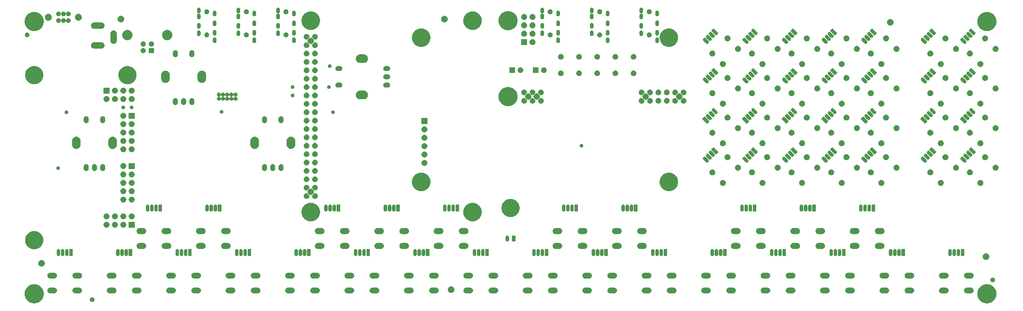
<source format=gbr>
%TF.GenerationSoftware,KiCad,Pcbnew,5.1.5*%
%TF.CreationDate,2020-03-25T20:50:35+01:00*%
%TF.ProjectId,OTTOdiy_SMD,4f54544f-6469-4795-9f53-4d442e6b6963,rev?*%
%TF.SameCoordinates,PX269fb20PYbb65a20*%
%TF.FileFunction,Soldermask,Top*%
%TF.FilePolarity,Negative*%
%FSLAX46Y46*%
G04 Gerber Fmt 4.6, Leading zero omitted, Abs format (unit mm)*
G04 Created by KiCad (PCBNEW 5.1.5) date 2020-03-25 20:50:35*
%MOMM*%
%LPD*%
G04 APERTURE LIST*
%ADD10C,0.150000*%
G04 APERTURE END LIST*
D10*
G36*
X293222383Y7112852D02*
G01*
X293595899Y7038555D01*
X294123665Y6819947D01*
X294598642Y6502577D01*
X295002577Y6098642D01*
X295319947Y5623665D01*
X295538555Y5095899D01*
X295650000Y4535625D01*
X295650000Y3964375D01*
X295538555Y3404101D01*
X295319947Y2876335D01*
X295002577Y2401358D01*
X294598642Y1997423D01*
X294123665Y1680053D01*
X293595899Y1461445D01*
X293222383Y1387148D01*
X293035626Y1350000D01*
X292464374Y1350000D01*
X292277617Y1387148D01*
X291904101Y1461445D01*
X291376335Y1680053D01*
X290901358Y1997423D01*
X290497423Y2401358D01*
X290180053Y2876335D01*
X289961445Y3404101D01*
X289850000Y3964375D01*
X289850000Y4535625D01*
X289961445Y5095899D01*
X290180053Y5623665D01*
X290497423Y6098642D01*
X290901358Y6502577D01*
X291376335Y6819947D01*
X291904101Y7038555D01*
X292277617Y7112852D01*
X292464374Y7150000D01*
X293035626Y7150000D01*
X293222383Y7112852D01*
G37*
G36*
X4722383Y7112852D02*
G01*
X5095899Y7038555D01*
X5623665Y6819947D01*
X6098642Y6502577D01*
X6502577Y6098642D01*
X6819947Y5623665D01*
X7038555Y5095899D01*
X7150000Y4535625D01*
X7150000Y3964375D01*
X7038555Y3404101D01*
X6819947Y2876335D01*
X6502577Y2401358D01*
X6098642Y1997423D01*
X5623665Y1680053D01*
X5095899Y1461445D01*
X4722383Y1387148D01*
X4535626Y1350000D01*
X3964374Y1350000D01*
X3777617Y1387148D01*
X3404101Y1461445D01*
X2876335Y1680053D01*
X2401358Y1997423D01*
X1997423Y2401358D01*
X1680053Y2876335D01*
X1461445Y3404101D01*
X1350000Y3964375D01*
X1350000Y4535625D01*
X1461445Y5095899D01*
X1680053Y5623665D01*
X1997423Y6098642D01*
X2401358Y6502577D01*
X2876335Y6819947D01*
X3404101Y7038555D01*
X3777617Y7112852D01*
X3964374Y7150000D01*
X4535626Y7150000D01*
X4722383Y7112852D01*
G37*
G36*
X21914186Y3167020D02*
G01*
X22004474Y3149061D01*
X22132048Y3096218D01*
X22246862Y3019502D01*
X22344502Y2921862D01*
X22421218Y2807048D01*
X22474061Y2679474D01*
X22474061Y2679472D01*
X22501000Y2544043D01*
X22501000Y2405957D01*
X22500085Y2401358D01*
X22474061Y2270526D01*
X22421218Y2142952D01*
X22344502Y2028138D01*
X22246862Y1930498D01*
X22132048Y1853782D01*
X22004474Y1800939D01*
X21914186Y1782980D01*
X21869043Y1774000D01*
X21730957Y1774000D01*
X21685814Y1782980D01*
X21595526Y1800939D01*
X21467952Y1853782D01*
X21353138Y1930498D01*
X21255498Y2028138D01*
X21178782Y2142952D01*
X21125939Y2270526D01*
X21099915Y2401358D01*
X21099000Y2405957D01*
X21099000Y2544043D01*
X21125939Y2679472D01*
X21125939Y2679474D01*
X21178782Y2807048D01*
X21255498Y2921862D01*
X21353138Y3019502D01*
X21467952Y3096218D01*
X21595526Y3149061D01*
X21685814Y3167020D01*
X21730957Y3176000D01*
X21869043Y3176000D01*
X21914186Y3167020D01*
G37*
G36*
X136426627Y6137963D02*
G01*
X136596466Y6086443D01*
X136752991Y6002778D01*
X136890185Y5890185D01*
X137002778Y5752991D01*
X137086443Y5596466D01*
X137137963Y5426627D01*
X137155359Y5250000D01*
X137137963Y5073373D01*
X137086443Y4903534D01*
X137002778Y4747009D01*
X136890185Y4609815D01*
X136752991Y4497222D01*
X136596466Y4413557D01*
X136426627Y4362037D01*
X136294258Y4349000D01*
X135105742Y4349000D01*
X134973373Y4362037D01*
X134803534Y4413557D01*
X134647009Y4497222D01*
X134509815Y4609815D01*
X134397222Y4747009D01*
X134313557Y4903534D01*
X134262037Y5073373D01*
X134244641Y5250000D01*
X134262037Y5426627D01*
X134313557Y5596466D01*
X134397222Y5752991D01*
X134509815Y5890185D01*
X134647009Y6002778D01*
X134803534Y6086443D01*
X134973373Y6137963D01*
X135105742Y6151000D01*
X136294258Y6151000D01*
X136426627Y6137963D01*
G37*
G36*
X162026627Y6137963D02*
G01*
X162196466Y6086443D01*
X162352991Y6002778D01*
X162490185Y5890185D01*
X162602778Y5752991D01*
X162686443Y5596466D01*
X162737963Y5426627D01*
X162755359Y5250000D01*
X162737963Y5073373D01*
X162686443Y4903534D01*
X162602778Y4747009D01*
X162490185Y4609815D01*
X162352991Y4497222D01*
X162196466Y4413557D01*
X162026627Y4362037D01*
X161894258Y4349000D01*
X160705742Y4349000D01*
X160573373Y4362037D01*
X160403534Y4413557D01*
X160247009Y4497222D01*
X160109815Y4609815D01*
X159997222Y4747009D01*
X159913557Y4903534D01*
X159862037Y5073373D01*
X159844641Y5250000D01*
X159862037Y5426627D01*
X159913557Y5596466D01*
X159997222Y5752991D01*
X160109815Y5890185D01*
X160247009Y6002778D01*
X160403534Y6086443D01*
X160573373Y6137963D01*
X160705742Y6151000D01*
X161894258Y6151000D01*
X162026627Y6137963D01*
G37*
G36*
X126026627Y6137963D02*
G01*
X126196466Y6086443D01*
X126352991Y6002778D01*
X126490185Y5890185D01*
X126602778Y5752991D01*
X126686443Y5596466D01*
X126737963Y5426627D01*
X126755359Y5250000D01*
X126737963Y5073373D01*
X126686443Y4903534D01*
X126602778Y4747009D01*
X126490185Y4609815D01*
X126352991Y4497222D01*
X126196466Y4413557D01*
X126026627Y4362037D01*
X125894258Y4349000D01*
X124705742Y4349000D01*
X124573373Y4362037D01*
X124403534Y4413557D01*
X124247009Y4497222D01*
X124109815Y4609815D01*
X123997222Y4747009D01*
X123913557Y4903534D01*
X123862037Y5073373D01*
X123844641Y5250000D01*
X123862037Y5426627D01*
X123913557Y5596466D01*
X123997222Y5752991D01*
X124109815Y5890185D01*
X124247009Y6002778D01*
X124403534Y6086443D01*
X124573373Y6137963D01*
X124705742Y6151000D01*
X125894258Y6151000D01*
X126026627Y6137963D01*
G37*
G36*
X118426627Y6137963D02*
G01*
X118596466Y6086443D01*
X118752991Y6002778D01*
X118890185Y5890185D01*
X119002778Y5752991D01*
X119086443Y5596466D01*
X119137963Y5426627D01*
X119155359Y5250000D01*
X119137963Y5073373D01*
X119086443Y4903534D01*
X119002778Y4747009D01*
X118890185Y4609815D01*
X118752991Y4497222D01*
X118596466Y4413557D01*
X118426627Y4362037D01*
X118294258Y4349000D01*
X117105742Y4349000D01*
X116973373Y4362037D01*
X116803534Y4413557D01*
X116647009Y4497222D01*
X116509815Y4609815D01*
X116397222Y4747009D01*
X116313557Y4903534D01*
X116262037Y5073373D01*
X116244641Y5250000D01*
X116262037Y5426627D01*
X116313557Y5596466D01*
X116397222Y5752991D01*
X116509815Y5890185D01*
X116647009Y6002778D01*
X116803534Y6086443D01*
X116973373Y6137963D01*
X117105742Y6151000D01*
X118294258Y6151000D01*
X118426627Y6137963D01*
G37*
G36*
X108026627Y6137963D02*
G01*
X108196466Y6086443D01*
X108352991Y6002778D01*
X108490185Y5890185D01*
X108602778Y5752991D01*
X108686443Y5596466D01*
X108737963Y5426627D01*
X108755359Y5250000D01*
X108737963Y5073373D01*
X108686443Y4903534D01*
X108602778Y4747009D01*
X108490185Y4609815D01*
X108352991Y4497222D01*
X108196466Y4413557D01*
X108026627Y4362037D01*
X107894258Y4349000D01*
X106705742Y4349000D01*
X106573373Y4362037D01*
X106403534Y4413557D01*
X106247009Y4497222D01*
X106109815Y4609815D01*
X105997222Y4747009D01*
X105913557Y4903534D01*
X105862037Y5073373D01*
X105844641Y5250000D01*
X105862037Y5426627D01*
X105913557Y5596466D01*
X105997222Y5752991D01*
X106109815Y5890185D01*
X106247009Y6002778D01*
X106403534Y6086443D01*
X106573373Y6137963D01*
X106705742Y6151000D01*
X107894258Y6151000D01*
X108026627Y6137963D01*
G37*
G36*
X100426627Y6137963D02*
G01*
X100596466Y6086443D01*
X100752991Y6002778D01*
X100890185Y5890185D01*
X101002778Y5752991D01*
X101086443Y5596466D01*
X101137963Y5426627D01*
X101155359Y5250000D01*
X101137963Y5073373D01*
X101086443Y4903534D01*
X101002778Y4747009D01*
X100890185Y4609815D01*
X100752991Y4497222D01*
X100596466Y4413557D01*
X100426627Y4362037D01*
X100294258Y4349000D01*
X99105742Y4349000D01*
X98973373Y4362037D01*
X98803534Y4413557D01*
X98647009Y4497222D01*
X98509815Y4609815D01*
X98397222Y4747009D01*
X98313557Y4903534D01*
X98262037Y5073373D01*
X98244641Y5250000D01*
X98262037Y5426627D01*
X98313557Y5596466D01*
X98397222Y5752991D01*
X98509815Y5890185D01*
X98647009Y6002778D01*
X98803534Y6086443D01*
X98973373Y6137963D01*
X99105742Y6151000D01*
X100294258Y6151000D01*
X100426627Y6137963D01*
G37*
G36*
X90026627Y6137963D02*
G01*
X90196466Y6086443D01*
X90352991Y6002778D01*
X90490185Y5890185D01*
X90602778Y5752991D01*
X90686443Y5596466D01*
X90737963Y5426627D01*
X90755359Y5250000D01*
X90737963Y5073373D01*
X90686443Y4903534D01*
X90602778Y4747009D01*
X90490185Y4609815D01*
X90352991Y4497222D01*
X90196466Y4413557D01*
X90026627Y4362037D01*
X89894258Y4349000D01*
X88705742Y4349000D01*
X88573373Y4362037D01*
X88403534Y4413557D01*
X88247009Y4497222D01*
X88109815Y4609815D01*
X87997222Y4747009D01*
X87913557Y4903534D01*
X87862037Y5073373D01*
X87844641Y5250000D01*
X87862037Y5426627D01*
X87913557Y5596466D01*
X87997222Y5752991D01*
X88109815Y5890185D01*
X88247009Y6002778D01*
X88403534Y6086443D01*
X88573373Y6137963D01*
X88705742Y6151000D01*
X89894258Y6151000D01*
X90026627Y6137963D01*
G37*
G36*
X82426627Y6137963D02*
G01*
X82596466Y6086443D01*
X82752991Y6002778D01*
X82890185Y5890185D01*
X83002778Y5752991D01*
X83086443Y5596466D01*
X83137963Y5426627D01*
X83155359Y5250000D01*
X83137963Y5073373D01*
X83086443Y4903534D01*
X83002778Y4747009D01*
X82890185Y4609815D01*
X82752991Y4497222D01*
X82596466Y4413557D01*
X82426627Y4362037D01*
X82294258Y4349000D01*
X81105742Y4349000D01*
X80973373Y4362037D01*
X80803534Y4413557D01*
X80647009Y4497222D01*
X80509815Y4609815D01*
X80397222Y4747009D01*
X80313557Y4903534D01*
X80262037Y5073373D01*
X80244641Y5250000D01*
X80262037Y5426627D01*
X80313557Y5596466D01*
X80397222Y5752991D01*
X80509815Y5890185D01*
X80647009Y6002778D01*
X80803534Y6086443D01*
X80973373Y6137963D01*
X81105742Y6151000D01*
X82294258Y6151000D01*
X82426627Y6137963D01*
G37*
G36*
X72026627Y6137963D02*
G01*
X72196466Y6086443D01*
X72352991Y6002778D01*
X72490185Y5890185D01*
X72602778Y5752991D01*
X72686443Y5596466D01*
X72737963Y5426627D01*
X72755359Y5250000D01*
X72737963Y5073373D01*
X72686443Y4903534D01*
X72602778Y4747009D01*
X72490185Y4609815D01*
X72352991Y4497222D01*
X72196466Y4413557D01*
X72026627Y4362037D01*
X71894258Y4349000D01*
X70705742Y4349000D01*
X70573373Y4362037D01*
X70403534Y4413557D01*
X70247009Y4497222D01*
X70109815Y4609815D01*
X69997222Y4747009D01*
X69913557Y4903534D01*
X69862037Y5073373D01*
X69844641Y5250000D01*
X69862037Y5426627D01*
X69913557Y5596466D01*
X69997222Y5752991D01*
X70109815Y5890185D01*
X70247009Y6002778D01*
X70403534Y6086443D01*
X70573373Y6137963D01*
X70705742Y6151000D01*
X71894258Y6151000D01*
X72026627Y6137963D01*
G37*
G36*
X64426627Y6137963D02*
G01*
X64596466Y6086443D01*
X64752991Y6002778D01*
X64890185Y5890185D01*
X65002778Y5752991D01*
X65086443Y5596466D01*
X65137963Y5426627D01*
X65155359Y5250000D01*
X65137963Y5073373D01*
X65086443Y4903534D01*
X65002778Y4747009D01*
X64890185Y4609815D01*
X64752991Y4497222D01*
X64596466Y4413557D01*
X64426627Y4362037D01*
X64294258Y4349000D01*
X63105742Y4349000D01*
X62973373Y4362037D01*
X62803534Y4413557D01*
X62647009Y4497222D01*
X62509815Y4609815D01*
X62397222Y4747009D01*
X62313557Y4903534D01*
X62262037Y5073373D01*
X62244641Y5250000D01*
X62262037Y5426627D01*
X62313557Y5596466D01*
X62397222Y5752991D01*
X62509815Y5890185D01*
X62647009Y6002778D01*
X62803534Y6086443D01*
X62973373Y6137963D01*
X63105742Y6151000D01*
X64294258Y6151000D01*
X64426627Y6137963D01*
G37*
G36*
X54026627Y6137963D02*
G01*
X54196466Y6086443D01*
X54352991Y6002778D01*
X54490185Y5890185D01*
X54602778Y5752991D01*
X54686443Y5596466D01*
X54737963Y5426627D01*
X54755359Y5250000D01*
X54737963Y5073373D01*
X54686443Y4903534D01*
X54602778Y4747009D01*
X54490185Y4609815D01*
X54352991Y4497222D01*
X54196466Y4413557D01*
X54026627Y4362037D01*
X53894258Y4349000D01*
X52705742Y4349000D01*
X52573373Y4362037D01*
X52403534Y4413557D01*
X52247009Y4497222D01*
X52109815Y4609815D01*
X51997222Y4747009D01*
X51913557Y4903534D01*
X51862037Y5073373D01*
X51844641Y5250000D01*
X51862037Y5426627D01*
X51913557Y5596466D01*
X51997222Y5752991D01*
X52109815Y5890185D01*
X52247009Y6002778D01*
X52403534Y6086443D01*
X52573373Y6137963D01*
X52705742Y6151000D01*
X53894258Y6151000D01*
X54026627Y6137963D01*
G37*
G36*
X46426627Y6137963D02*
G01*
X46596466Y6086443D01*
X46752991Y6002778D01*
X46890185Y5890185D01*
X47002778Y5752991D01*
X47086443Y5596466D01*
X47137963Y5426627D01*
X47155359Y5250000D01*
X47137963Y5073373D01*
X47086443Y4903534D01*
X47002778Y4747009D01*
X46890185Y4609815D01*
X46752991Y4497222D01*
X46596466Y4413557D01*
X46426627Y4362037D01*
X46294258Y4349000D01*
X45105742Y4349000D01*
X44973373Y4362037D01*
X44803534Y4413557D01*
X44647009Y4497222D01*
X44509815Y4609815D01*
X44397222Y4747009D01*
X44313557Y4903534D01*
X44262037Y5073373D01*
X44244641Y5250000D01*
X44262037Y5426627D01*
X44313557Y5596466D01*
X44397222Y5752991D01*
X44509815Y5890185D01*
X44647009Y6002778D01*
X44803534Y6086443D01*
X44973373Y6137963D01*
X45105742Y6151000D01*
X46294258Y6151000D01*
X46426627Y6137963D01*
G37*
G36*
X36026627Y6137963D02*
G01*
X36196466Y6086443D01*
X36352991Y6002778D01*
X36490185Y5890185D01*
X36602778Y5752991D01*
X36686443Y5596466D01*
X36737963Y5426627D01*
X36755359Y5250000D01*
X36737963Y5073373D01*
X36686443Y4903534D01*
X36602778Y4747009D01*
X36490185Y4609815D01*
X36352991Y4497222D01*
X36196466Y4413557D01*
X36026627Y4362037D01*
X35894258Y4349000D01*
X34705742Y4349000D01*
X34573373Y4362037D01*
X34403534Y4413557D01*
X34247009Y4497222D01*
X34109815Y4609815D01*
X33997222Y4747009D01*
X33913557Y4903534D01*
X33862037Y5073373D01*
X33844641Y5250000D01*
X33862037Y5426627D01*
X33913557Y5596466D01*
X33997222Y5752991D01*
X34109815Y5890185D01*
X34247009Y6002778D01*
X34403534Y6086443D01*
X34573373Y6137963D01*
X34705742Y6151000D01*
X35894258Y6151000D01*
X36026627Y6137963D01*
G37*
G36*
X28426627Y6137963D02*
G01*
X28596466Y6086443D01*
X28752991Y6002778D01*
X28890185Y5890185D01*
X29002778Y5752991D01*
X29086443Y5596466D01*
X29137963Y5426627D01*
X29155359Y5250000D01*
X29137963Y5073373D01*
X29086443Y4903534D01*
X29002778Y4747009D01*
X28890185Y4609815D01*
X28752991Y4497222D01*
X28596466Y4413557D01*
X28426627Y4362037D01*
X28294258Y4349000D01*
X27105742Y4349000D01*
X26973373Y4362037D01*
X26803534Y4413557D01*
X26647009Y4497222D01*
X26509815Y4609815D01*
X26397222Y4747009D01*
X26313557Y4903534D01*
X26262037Y5073373D01*
X26244641Y5250000D01*
X26262037Y5426627D01*
X26313557Y5596466D01*
X26397222Y5752991D01*
X26509815Y5890185D01*
X26647009Y6002778D01*
X26803534Y6086443D01*
X26973373Y6137963D01*
X27105742Y6151000D01*
X28294258Y6151000D01*
X28426627Y6137963D01*
G37*
G36*
X18026627Y6137963D02*
G01*
X18196466Y6086443D01*
X18352991Y6002778D01*
X18490185Y5890185D01*
X18602778Y5752991D01*
X18686443Y5596466D01*
X18737963Y5426627D01*
X18755359Y5250000D01*
X18737963Y5073373D01*
X18686443Y4903534D01*
X18602778Y4747009D01*
X18490185Y4609815D01*
X18352991Y4497222D01*
X18196466Y4413557D01*
X18026627Y4362037D01*
X17894258Y4349000D01*
X16705742Y4349000D01*
X16573373Y4362037D01*
X16403534Y4413557D01*
X16247009Y4497222D01*
X16109815Y4609815D01*
X15997222Y4747009D01*
X15913557Y4903534D01*
X15862037Y5073373D01*
X15844641Y5250000D01*
X15862037Y5426627D01*
X15913557Y5596466D01*
X15997222Y5752991D01*
X16109815Y5890185D01*
X16247009Y6002778D01*
X16403534Y6086443D01*
X16573373Y6137963D01*
X16705742Y6151000D01*
X17894258Y6151000D01*
X18026627Y6137963D01*
G37*
G36*
X10426627Y6137963D02*
G01*
X10596466Y6086443D01*
X10752991Y6002778D01*
X10890185Y5890185D01*
X11002778Y5752991D01*
X11086443Y5596466D01*
X11137963Y5426627D01*
X11155359Y5250000D01*
X11137963Y5073373D01*
X11086443Y4903534D01*
X11002778Y4747009D01*
X10890185Y4609815D01*
X10752991Y4497222D01*
X10596466Y4413557D01*
X10426627Y4362037D01*
X10294258Y4349000D01*
X9105742Y4349000D01*
X8973373Y4362037D01*
X8803534Y4413557D01*
X8647009Y4497222D01*
X8509815Y4609815D01*
X8397222Y4747009D01*
X8313557Y4903534D01*
X8262037Y5073373D01*
X8244641Y5250000D01*
X8262037Y5426627D01*
X8313557Y5596466D01*
X8397222Y5752991D01*
X8509815Y5890185D01*
X8647009Y6002778D01*
X8803534Y6086443D01*
X8973373Y6137963D01*
X9105742Y6151000D01*
X10294258Y6151000D01*
X10426627Y6137963D01*
G37*
G36*
X216026627Y6137963D02*
G01*
X216196466Y6086443D01*
X216352991Y6002778D01*
X216490185Y5890185D01*
X216602778Y5752991D01*
X216686443Y5596466D01*
X216737963Y5426627D01*
X216755359Y5250000D01*
X216737963Y5073373D01*
X216686443Y4903534D01*
X216602778Y4747009D01*
X216490185Y4609815D01*
X216352991Y4497222D01*
X216196466Y4413557D01*
X216026627Y4362037D01*
X215894258Y4349000D01*
X214705742Y4349000D01*
X214573373Y4362037D01*
X214403534Y4413557D01*
X214247009Y4497222D01*
X214109815Y4609815D01*
X213997222Y4747009D01*
X213913557Y4903534D01*
X213862037Y5073373D01*
X213844641Y5250000D01*
X213862037Y5426627D01*
X213913557Y5596466D01*
X213997222Y5752991D01*
X214109815Y5890185D01*
X214247009Y6002778D01*
X214403534Y6086443D01*
X214573373Y6137963D01*
X214705742Y6151000D01*
X215894258Y6151000D01*
X216026627Y6137963D01*
G37*
G36*
X144026627Y6137963D02*
G01*
X144196466Y6086443D01*
X144352991Y6002778D01*
X144490185Y5890185D01*
X144602778Y5752991D01*
X144686443Y5596466D01*
X144737963Y5426627D01*
X144755359Y5250000D01*
X144737963Y5073373D01*
X144686443Y4903534D01*
X144602778Y4747009D01*
X144490185Y4609815D01*
X144352991Y4497222D01*
X144196466Y4413557D01*
X144026627Y4362037D01*
X143894258Y4349000D01*
X142705742Y4349000D01*
X142573373Y4362037D01*
X142403534Y4413557D01*
X142247009Y4497222D01*
X142109815Y4609815D01*
X141997222Y4747009D01*
X141913557Y4903534D01*
X141862037Y5073373D01*
X141844641Y5250000D01*
X141862037Y5426627D01*
X141913557Y5596466D01*
X141997222Y5752991D01*
X142109815Y5890185D01*
X142247009Y6002778D01*
X142403534Y6086443D01*
X142573373Y6137963D01*
X142705742Y6151000D01*
X143894258Y6151000D01*
X144026627Y6137963D01*
G37*
G36*
X288026627Y6137963D02*
G01*
X288196466Y6086443D01*
X288352991Y6002778D01*
X288490185Y5890185D01*
X288602778Y5752991D01*
X288686443Y5596466D01*
X288737963Y5426627D01*
X288755359Y5250000D01*
X288737963Y5073373D01*
X288686443Y4903534D01*
X288602778Y4747009D01*
X288490185Y4609815D01*
X288352991Y4497222D01*
X288196466Y4413557D01*
X288026627Y4362037D01*
X287894258Y4349000D01*
X286705742Y4349000D01*
X286573373Y4362037D01*
X286403534Y4413557D01*
X286247009Y4497222D01*
X286109815Y4609815D01*
X285997222Y4747009D01*
X285913557Y4903534D01*
X285862037Y5073373D01*
X285844641Y5250000D01*
X285862037Y5426627D01*
X285913557Y5596466D01*
X285997222Y5752991D01*
X286109815Y5890185D01*
X286247009Y6002778D01*
X286403534Y6086443D01*
X286573373Y6137963D01*
X286705742Y6151000D01*
X287894258Y6151000D01*
X288026627Y6137963D01*
G37*
G36*
X172426627Y6137963D02*
G01*
X172596466Y6086443D01*
X172752991Y6002778D01*
X172890185Y5890185D01*
X173002778Y5752991D01*
X173086443Y5596466D01*
X173137963Y5426627D01*
X173155359Y5250000D01*
X173137963Y5073373D01*
X173086443Y4903534D01*
X173002778Y4747009D01*
X172890185Y4609815D01*
X172752991Y4497222D01*
X172596466Y4413557D01*
X172426627Y4362037D01*
X172294258Y4349000D01*
X171105742Y4349000D01*
X170973373Y4362037D01*
X170803534Y4413557D01*
X170647009Y4497222D01*
X170509815Y4609815D01*
X170397222Y4747009D01*
X170313557Y4903534D01*
X170262037Y5073373D01*
X170244641Y5250000D01*
X170262037Y5426627D01*
X170313557Y5596466D01*
X170397222Y5752991D01*
X170509815Y5890185D01*
X170647009Y6002778D01*
X170803534Y6086443D01*
X170973373Y6137963D01*
X171105742Y6151000D01*
X172294258Y6151000D01*
X172426627Y6137963D01*
G37*
G36*
X180026627Y6137963D02*
G01*
X180196466Y6086443D01*
X180352991Y6002778D01*
X180490185Y5890185D01*
X180602778Y5752991D01*
X180686443Y5596466D01*
X180737963Y5426627D01*
X180755359Y5250000D01*
X180737963Y5073373D01*
X180686443Y4903534D01*
X180602778Y4747009D01*
X180490185Y4609815D01*
X180352991Y4497222D01*
X180196466Y4413557D01*
X180026627Y4362037D01*
X179894258Y4349000D01*
X178705742Y4349000D01*
X178573373Y4362037D01*
X178403534Y4413557D01*
X178247009Y4497222D01*
X178109815Y4609815D01*
X177997222Y4747009D01*
X177913557Y4903534D01*
X177862037Y5073373D01*
X177844641Y5250000D01*
X177862037Y5426627D01*
X177913557Y5596466D01*
X177997222Y5752991D01*
X178109815Y5890185D01*
X178247009Y6002778D01*
X178403534Y6086443D01*
X178573373Y6137963D01*
X178705742Y6151000D01*
X179894258Y6151000D01*
X180026627Y6137963D01*
G37*
G36*
X190426627Y6137963D02*
G01*
X190596466Y6086443D01*
X190752991Y6002778D01*
X190890185Y5890185D01*
X191002778Y5752991D01*
X191086443Y5596466D01*
X191137963Y5426627D01*
X191155359Y5250000D01*
X191137963Y5073373D01*
X191086443Y4903534D01*
X191002778Y4747009D01*
X190890185Y4609815D01*
X190752991Y4497222D01*
X190596466Y4413557D01*
X190426627Y4362037D01*
X190294258Y4349000D01*
X189105742Y4349000D01*
X188973373Y4362037D01*
X188803534Y4413557D01*
X188647009Y4497222D01*
X188509815Y4609815D01*
X188397222Y4747009D01*
X188313557Y4903534D01*
X188262037Y5073373D01*
X188244641Y5250000D01*
X188262037Y5426627D01*
X188313557Y5596466D01*
X188397222Y5752991D01*
X188509815Y5890185D01*
X188647009Y6002778D01*
X188803534Y6086443D01*
X188973373Y6137963D01*
X189105742Y6151000D01*
X190294258Y6151000D01*
X190426627Y6137963D01*
G37*
G36*
X198026627Y6137963D02*
G01*
X198196466Y6086443D01*
X198352991Y6002778D01*
X198490185Y5890185D01*
X198602778Y5752991D01*
X198686443Y5596466D01*
X198737963Y5426627D01*
X198755359Y5250000D01*
X198737963Y5073373D01*
X198686443Y4903534D01*
X198602778Y4747009D01*
X198490185Y4609815D01*
X198352991Y4497222D01*
X198196466Y4413557D01*
X198026627Y4362037D01*
X197894258Y4349000D01*
X196705742Y4349000D01*
X196573373Y4362037D01*
X196403534Y4413557D01*
X196247009Y4497222D01*
X196109815Y4609815D01*
X195997222Y4747009D01*
X195913557Y4903534D01*
X195862037Y5073373D01*
X195844641Y5250000D01*
X195862037Y5426627D01*
X195913557Y5596466D01*
X195997222Y5752991D01*
X196109815Y5890185D01*
X196247009Y6002778D01*
X196403534Y6086443D01*
X196573373Y6137963D01*
X196705742Y6151000D01*
X197894258Y6151000D01*
X198026627Y6137963D01*
G37*
G36*
X208426627Y6137963D02*
G01*
X208596466Y6086443D01*
X208752991Y6002778D01*
X208890185Y5890185D01*
X209002778Y5752991D01*
X209086443Y5596466D01*
X209137963Y5426627D01*
X209155359Y5250000D01*
X209137963Y5073373D01*
X209086443Y4903534D01*
X209002778Y4747009D01*
X208890185Y4609815D01*
X208752991Y4497222D01*
X208596466Y4413557D01*
X208426627Y4362037D01*
X208294258Y4349000D01*
X207105742Y4349000D01*
X206973373Y4362037D01*
X206803534Y4413557D01*
X206647009Y4497222D01*
X206509815Y4609815D01*
X206397222Y4747009D01*
X206313557Y4903534D01*
X206262037Y5073373D01*
X206244641Y5250000D01*
X206262037Y5426627D01*
X206313557Y5596466D01*
X206397222Y5752991D01*
X206509815Y5890185D01*
X206647009Y6002778D01*
X206803534Y6086443D01*
X206973373Y6137963D01*
X207105742Y6151000D01*
X208294258Y6151000D01*
X208426627Y6137963D01*
G37*
G36*
X226426627Y6137963D02*
G01*
X226596466Y6086443D01*
X226752991Y6002778D01*
X226890185Y5890185D01*
X227002778Y5752991D01*
X227086443Y5596466D01*
X227137963Y5426627D01*
X227155359Y5250000D01*
X227137963Y5073373D01*
X227086443Y4903534D01*
X227002778Y4747009D01*
X226890185Y4609815D01*
X226752991Y4497222D01*
X226596466Y4413557D01*
X226426627Y4362037D01*
X226294258Y4349000D01*
X225105742Y4349000D01*
X224973373Y4362037D01*
X224803534Y4413557D01*
X224647009Y4497222D01*
X224509815Y4609815D01*
X224397222Y4747009D01*
X224313557Y4903534D01*
X224262037Y5073373D01*
X224244641Y5250000D01*
X224262037Y5426627D01*
X224313557Y5596466D01*
X224397222Y5752991D01*
X224509815Y5890185D01*
X224647009Y6002778D01*
X224803534Y6086443D01*
X224973373Y6137963D01*
X225105742Y6151000D01*
X226294258Y6151000D01*
X226426627Y6137963D01*
G37*
G36*
X234026627Y6137963D02*
G01*
X234196466Y6086443D01*
X234352991Y6002778D01*
X234490185Y5890185D01*
X234602778Y5752991D01*
X234686443Y5596466D01*
X234737963Y5426627D01*
X234755359Y5250000D01*
X234737963Y5073373D01*
X234686443Y4903534D01*
X234602778Y4747009D01*
X234490185Y4609815D01*
X234352991Y4497222D01*
X234196466Y4413557D01*
X234026627Y4362037D01*
X233894258Y4349000D01*
X232705742Y4349000D01*
X232573373Y4362037D01*
X232403534Y4413557D01*
X232247009Y4497222D01*
X232109815Y4609815D01*
X231997222Y4747009D01*
X231913557Y4903534D01*
X231862037Y5073373D01*
X231844641Y5250000D01*
X231862037Y5426627D01*
X231913557Y5596466D01*
X231997222Y5752991D01*
X232109815Y5890185D01*
X232247009Y6002778D01*
X232403534Y6086443D01*
X232573373Y6137963D01*
X232705742Y6151000D01*
X233894258Y6151000D01*
X234026627Y6137963D01*
G37*
G36*
X244426627Y6137963D02*
G01*
X244596466Y6086443D01*
X244752991Y6002778D01*
X244890185Y5890185D01*
X245002778Y5752991D01*
X245086443Y5596466D01*
X245137963Y5426627D01*
X245155359Y5250000D01*
X245137963Y5073373D01*
X245086443Y4903534D01*
X245002778Y4747009D01*
X244890185Y4609815D01*
X244752991Y4497222D01*
X244596466Y4413557D01*
X244426627Y4362037D01*
X244294258Y4349000D01*
X243105742Y4349000D01*
X242973373Y4362037D01*
X242803534Y4413557D01*
X242647009Y4497222D01*
X242509815Y4609815D01*
X242397222Y4747009D01*
X242313557Y4903534D01*
X242262037Y5073373D01*
X242244641Y5250000D01*
X242262037Y5426627D01*
X242313557Y5596466D01*
X242397222Y5752991D01*
X242509815Y5890185D01*
X242647009Y6002778D01*
X242803534Y6086443D01*
X242973373Y6137963D01*
X243105742Y6151000D01*
X244294258Y6151000D01*
X244426627Y6137963D01*
G37*
G36*
X252026627Y6137963D02*
G01*
X252196466Y6086443D01*
X252352991Y6002778D01*
X252490185Y5890185D01*
X252602778Y5752991D01*
X252686443Y5596466D01*
X252737963Y5426627D01*
X252755359Y5250000D01*
X252737963Y5073373D01*
X252686443Y4903534D01*
X252602778Y4747009D01*
X252490185Y4609815D01*
X252352991Y4497222D01*
X252196466Y4413557D01*
X252026627Y4362037D01*
X251894258Y4349000D01*
X250705742Y4349000D01*
X250573373Y4362037D01*
X250403534Y4413557D01*
X250247009Y4497222D01*
X250109815Y4609815D01*
X249997222Y4747009D01*
X249913557Y4903534D01*
X249862037Y5073373D01*
X249844641Y5250000D01*
X249862037Y5426627D01*
X249913557Y5596466D01*
X249997222Y5752991D01*
X250109815Y5890185D01*
X250247009Y6002778D01*
X250403534Y6086443D01*
X250573373Y6137963D01*
X250705742Y6151000D01*
X251894258Y6151000D01*
X252026627Y6137963D01*
G37*
G36*
X262426627Y6137963D02*
G01*
X262596466Y6086443D01*
X262752991Y6002778D01*
X262890185Y5890185D01*
X263002778Y5752991D01*
X263086443Y5596466D01*
X263137963Y5426627D01*
X263155359Y5250000D01*
X263137963Y5073373D01*
X263086443Y4903534D01*
X263002778Y4747009D01*
X262890185Y4609815D01*
X262752991Y4497222D01*
X262596466Y4413557D01*
X262426627Y4362037D01*
X262294258Y4349000D01*
X261105742Y4349000D01*
X260973373Y4362037D01*
X260803534Y4413557D01*
X260647009Y4497222D01*
X260509815Y4609815D01*
X260397222Y4747009D01*
X260313557Y4903534D01*
X260262037Y5073373D01*
X260244641Y5250000D01*
X260262037Y5426627D01*
X260313557Y5596466D01*
X260397222Y5752991D01*
X260509815Y5890185D01*
X260647009Y6002778D01*
X260803534Y6086443D01*
X260973373Y6137963D01*
X261105742Y6151000D01*
X262294258Y6151000D01*
X262426627Y6137963D01*
G37*
G36*
X270026627Y6137963D02*
G01*
X270196466Y6086443D01*
X270352991Y6002778D01*
X270490185Y5890185D01*
X270602778Y5752991D01*
X270686443Y5596466D01*
X270737963Y5426627D01*
X270755359Y5250000D01*
X270737963Y5073373D01*
X270686443Y4903534D01*
X270602778Y4747009D01*
X270490185Y4609815D01*
X270352991Y4497222D01*
X270196466Y4413557D01*
X270026627Y4362037D01*
X269894258Y4349000D01*
X268705742Y4349000D01*
X268573373Y4362037D01*
X268403534Y4413557D01*
X268247009Y4497222D01*
X268109815Y4609815D01*
X267997222Y4747009D01*
X267913557Y4903534D01*
X267862037Y5073373D01*
X267844641Y5250000D01*
X267862037Y5426627D01*
X267913557Y5596466D01*
X267997222Y5752991D01*
X268109815Y5890185D01*
X268247009Y6002778D01*
X268403534Y6086443D01*
X268573373Y6137963D01*
X268705742Y6151000D01*
X269894258Y6151000D01*
X270026627Y6137963D01*
G37*
G36*
X280426627Y6137963D02*
G01*
X280596466Y6086443D01*
X280752991Y6002778D01*
X280890185Y5890185D01*
X281002778Y5752991D01*
X281086443Y5596466D01*
X281137963Y5426627D01*
X281155359Y5250000D01*
X281137963Y5073373D01*
X281086443Y4903534D01*
X281002778Y4747009D01*
X280890185Y4609815D01*
X280752991Y4497222D01*
X280596466Y4413557D01*
X280426627Y4362037D01*
X280294258Y4349000D01*
X279105742Y4349000D01*
X278973373Y4362037D01*
X278803534Y4413557D01*
X278647009Y4497222D01*
X278509815Y4609815D01*
X278397222Y4747009D01*
X278313557Y4903534D01*
X278262037Y5073373D01*
X278244641Y5250000D01*
X278262037Y5426627D01*
X278313557Y5596466D01*
X278397222Y5752991D01*
X278509815Y5890185D01*
X278647009Y6002778D01*
X278803534Y6086443D01*
X278973373Y6137963D01*
X279105742Y6151000D01*
X280294258Y6151000D01*
X280426627Y6137963D01*
G37*
G36*
X154426627Y6137963D02*
G01*
X154596466Y6086443D01*
X154752991Y6002778D01*
X154890185Y5890185D01*
X155002778Y5752991D01*
X155086443Y5596466D01*
X155137963Y5426627D01*
X155155359Y5250000D01*
X155137963Y5073373D01*
X155086443Y4903534D01*
X155002778Y4747009D01*
X154890185Y4609815D01*
X154752991Y4497222D01*
X154596466Y4413557D01*
X154426627Y4362037D01*
X154294258Y4349000D01*
X153105742Y4349000D01*
X152973373Y4362037D01*
X152803534Y4413557D01*
X152647009Y4497222D01*
X152509815Y4609815D01*
X152397222Y4747009D01*
X152313557Y4903534D01*
X152262037Y5073373D01*
X152244641Y5250000D01*
X152262037Y5426627D01*
X152313557Y5596466D01*
X152397222Y5752991D01*
X152509815Y5890185D01*
X152647009Y6002778D01*
X152803534Y6086443D01*
X152973373Y6137963D01*
X153105742Y6151000D01*
X154294258Y6151000D01*
X154426627Y6137963D01*
G37*
G36*
X130695090Y6480785D02*
G01*
X130791689Y6461571D01*
X130973678Y6386189D01*
X131137463Y6276751D01*
X131276751Y6137463D01*
X131386189Y5973678D01*
X131461571Y5791689D01*
X131461571Y5791687D01*
X131494993Y5623666D01*
X131500000Y5598491D01*
X131500000Y5401509D01*
X131461571Y5208311D01*
X131386189Y5026322D01*
X131276751Y4862537D01*
X131137463Y4723249D01*
X130973678Y4613811D01*
X130791689Y4538429D01*
X130695090Y4519214D01*
X130598493Y4500000D01*
X130401507Y4500000D01*
X130304910Y4519214D01*
X130208311Y4538429D01*
X130026322Y4613811D01*
X129862537Y4723249D01*
X129723249Y4862537D01*
X129613811Y5026322D01*
X129538429Y5208311D01*
X129500000Y5401509D01*
X129500000Y5598491D01*
X129505008Y5623666D01*
X129538429Y5791687D01*
X129538429Y5791689D01*
X129613811Y5973678D01*
X129723249Y6137463D01*
X129862537Y6276751D01*
X130026322Y6386189D01*
X130208311Y6461571D01*
X130304910Y6480786D01*
X130401507Y6500000D01*
X130598493Y6500000D01*
X130695090Y6480785D01*
G37*
G36*
X294639186Y9142020D02*
G01*
X294729474Y9124061D01*
X294857048Y9071218D01*
X294971862Y8994502D01*
X295069502Y8896862D01*
X295146218Y8782048D01*
X295199061Y8654474D01*
X295226000Y8519042D01*
X295226000Y8380958D01*
X295199061Y8245526D01*
X295146218Y8117952D01*
X295069502Y8003138D01*
X294971862Y7905498D01*
X294857048Y7828782D01*
X294729474Y7775939D01*
X294639186Y7757980D01*
X294594043Y7749000D01*
X294455957Y7749000D01*
X294410814Y7757980D01*
X294320526Y7775939D01*
X294192952Y7828782D01*
X294078138Y7905498D01*
X293980498Y8003138D01*
X293903782Y8117952D01*
X293850939Y8245526D01*
X293824000Y8380958D01*
X293824000Y8519042D01*
X293850939Y8654474D01*
X293903782Y8782048D01*
X293980498Y8896862D01*
X294078138Y8994502D01*
X294192952Y9071218D01*
X294320526Y9124061D01*
X294410814Y9142020D01*
X294455957Y9151000D01*
X294594043Y9151000D01*
X294639186Y9142020D01*
G37*
G36*
X154426627Y10637963D02*
G01*
X154596466Y10586443D01*
X154752991Y10502778D01*
X154890185Y10390185D01*
X155002778Y10252991D01*
X155086443Y10096466D01*
X155137963Y9926627D01*
X155155359Y9750000D01*
X155137963Y9573373D01*
X155086443Y9403534D01*
X155002778Y9247009D01*
X154890185Y9109815D01*
X154752991Y8997222D01*
X154596466Y8913557D01*
X154426627Y8862037D01*
X154294258Y8849000D01*
X153105742Y8849000D01*
X152973373Y8862037D01*
X152803534Y8913557D01*
X152647009Y8997222D01*
X152509815Y9109815D01*
X152397222Y9247009D01*
X152313557Y9403534D01*
X152262037Y9573373D01*
X152244641Y9750000D01*
X152262037Y9926627D01*
X152313557Y10096466D01*
X152397222Y10252991D01*
X152509815Y10390185D01*
X152647009Y10502778D01*
X152803534Y10586443D01*
X152973373Y10637963D01*
X153105742Y10651000D01*
X154294258Y10651000D01*
X154426627Y10637963D01*
G37*
G36*
X100426627Y10637963D02*
G01*
X100596466Y10586443D01*
X100752991Y10502778D01*
X100890185Y10390185D01*
X101002778Y10252991D01*
X101086443Y10096466D01*
X101137963Y9926627D01*
X101155359Y9750000D01*
X101137963Y9573373D01*
X101086443Y9403534D01*
X101002778Y9247009D01*
X100890185Y9109815D01*
X100752991Y8997222D01*
X100596466Y8913557D01*
X100426627Y8862037D01*
X100294258Y8849000D01*
X99105742Y8849000D01*
X98973373Y8862037D01*
X98803534Y8913557D01*
X98647009Y8997222D01*
X98509815Y9109815D01*
X98397222Y9247009D01*
X98313557Y9403534D01*
X98262037Y9573373D01*
X98244641Y9750000D01*
X98262037Y9926627D01*
X98313557Y10096466D01*
X98397222Y10252991D01*
X98509815Y10390185D01*
X98647009Y10502778D01*
X98803534Y10586443D01*
X98973373Y10637963D01*
X99105742Y10651000D01*
X100294258Y10651000D01*
X100426627Y10637963D01*
G37*
G36*
X108026627Y10637963D02*
G01*
X108196466Y10586443D01*
X108352991Y10502778D01*
X108490185Y10390185D01*
X108602778Y10252991D01*
X108686443Y10096466D01*
X108737963Y9926627D01*
X108755359Y9750000D01*
X108737963Y9573373D01*
X108686443Y9403534D01*
X108602778Y9247009D01*
X108490185Y9109815D01*
X108352991Y8997222D01*
X108196466Y8913557D01*
X108026627Y8862037D01*
X107894258Y8849000D01*
X106705742Y8849000D01*
X106573373Y8862037D01*
X106403534Y8913557D01*
X106247009Y8997222D01*
X106109815Y9109815D01*
X105997222Y9247009D01*
X105913557Y9403534D01*
X105862037Y9573373D01*
X105844641Y9750000D01*
X105862037Y9926627D01*
X105913557Y10096466D01*
X105997222Y10252991D01*
X106109815Y10390185D01*
X106247009Y10502778D01*
X106403534Y10586443D01*
X106573373Y10637963D01*
X106705742Y10651000D01*
X107894258Y10651000D01*
X108026627Y10637963D01*
G37*
G36*
X118426627Y10637963D02*
G01*
X118596466Y10586443D01*
X118752991Y10502778D01*
X118890185Y10390185D01*
X119002778Y10252991D01*
X119086443Y10096466D01*
X119137963Y9926627D01*
X119155359Y9750000D01*
X119137963Y9573373D01*
X119086443Y9403534D01*
X119002778Y9247009D01*
X118890185Y9109815D01*
X118752991Y8997222D01*
X118596466Y8913557D01*
X118426627Y8862037D01*
X118294258Y8849000D01*
X117105742Y8849000D01*
X116973373Y8862037D01*
X116803534Y8913557D01*
X116647009Y8997222D01*
X116509815Y9109815D01*
X116397222Y9247009D01*
X116313557Y9403534D01*
X116262037Y9573373D01*
X116244641Y9750000D01*
X116262037Y9926627D01*
X116313557Y10096466D01*
X116397222Y10252991D01*
X116509815Y10390185D01*
X116647009Y10502778D01*
X116803534Y10586443D01*
X116973373Y10637963D01*
X117105742Y10651000D01*
X118294258Y10651000D01*
X118426627Y10637963D01*
G37*
G36*
X126026627Y10637963D02*
G01*
X126196466Y10586443D01*
X126352991Y10502778D01*
X126490185Y10390185D01*
X126602778Y10252991D01*
X126686443Y10096466D01*
X126737963Y9926627D01*
X126755359Y9750000D01*
X126737963Y9573373D01*
X126686443Y9403534D01*
X126602778Y9247009D01*
X126490185Y9109815D01*
X126352991Y8997222D01*
X126196466Y8913557D01*
X126026627Y8862037D01*
X125894258Y8849000D01*
X124705742Y8849000D01*
X124573373Y8862037D01*
X124403534Y8913557D01*
X124247009Y8997222D01*
X124109815Y9109815D01*
X123997222Y9247009D01*
X123913557Y9403534D01*
X123862037Y9573373D01*
X123844641Y9750000D01*
X123862037Y9926627D01*
X123913557Y10096466D01*
X123997222Y10252991D01*
X124109815Y10390185D01*
X124247009Y10502778D01*
X124403534Y10586443D01*
X124573373Y10637963D01*
X124705742Y10651000D01*
X125894258Y10651000D01*
X126026627Y10637963D01*
G37*
G36*
X82426627Y10637963D02*
G01*
X82596466Y10586443D01*
X82752991Y10502778D01*
X82890185Y10390185D01*
X83002778Y10252991D01*
X83086443Y10096466D01*
X83137963Y9926627D01*
X83155359Y9750000D01*
X83137963Y9573373D01*
X83086443Y9403534D01*
X83002778Y9247009D01*
X82890185Y9109815D01*
X82752991Y8997222D01*
X82596466Y8913557D01*
X82426627Y8862037D01*
X82294258Y8849000D01*
X81105742Y8849000D01*
X80973373Y8862037D01*
X80803534Y8913557D01*
X80647009Y8997222D01*
X80509815Y9109815D01*
X80397222Y9247009D01*
X80313557Y9403534D01*
X80262037Y9573373D01*
X80244641Y9750000D01*
X80262037Y9926627D01*
X80313557Y10096466D01*
X80397222Y10252991D01*
X80509815Y10390185D01*
X80647009Y10502778D01*
X80803534Y10586443D01*
X80973373Y10637963D01*
X81105742Y10651000D01*
X82294258Y10651000D01*
X82426627Y10637963D01*
G37*
G36*
X90026627Y10637963D02*
G01*
X90196466Y10586443D01*
X90352991Y10502778D01*
X90490185Y10390185D01*
X90602778Y10252991D01*
X90686443Y10096466D01*
X90737963Y9926627D01*
X90755359Y9750000D01*
X90737963Y9573373D01*
X90686443Y9403534D01*
X90602778Y9247009D01*
X90490185Y9109815D01*
X90352991Y8997222D01*
X90196466Y8913557D01*
X90026627Y8862037D01*
X89894258Y8849000D01*
X88705742Y8849000D01*
X88573373Y8862037D01*
X88403534Y8913557D01*
X88247009Y8997222D01*
X88109815Y9109815D01*
X87997222Y9247009D01*
X87913557Y9403534D01*
X87862037Y9573373D01*
X87844641Y9750000D01*
X87862037Y9926627D01*
X87913557Y10096466D01*
X87997222Y10252991D01*
X88109815Y10390185D01*
X88247009Y10502778D01*
X88403534Y10586443D01*
X88573373Y10637963D01*
X88705742Y10651000D01*
X89894258Y10651000D01*
X90026627Y10637963D01*
G37*
G36*
X64426627Y10637963D02*
G01*
X64596466Y10586443D01*
X64752991Y10502778D01*
X64890185Y10390185D01*
X65002778Y10252991D01*
X65086443Y10096466D01*
X65137963Y9926627D01*
X65155359Y9750000D01*
X65137963Y9573373D01*
X65086443Y9403534D01*
X65002778Y9247009D01*
X64890185Y9109815D01*
X64752991Y8997222D01*
X64596466Y8913557D01*
X64426627Y8862037D01*
X64294258Y8849000D01*
X63105742Y8849000D01*
X62973373Y8862037D01*
X62803534Y8913557D01*
X62647009Y8997222D01*
X62509815Y9109815D01*
X62397222Y9247009D01*
X62313557Y9403534D01*
X62262037Y9573373D01*
X62244641Y9750000D01*
X62262037Y9926627D01*
X62313557Y10096466D01*
X62397222Y10252991D01*
X62509815Y10390185D01*
X62647009Y10502778D01*
X62803534Y10586443D01*
X62973373Y10637963D01*
X63105742Y10651000D01*
X64294258Y10651000D01*
X64426627Y10637963D01*
G37*
G36*
X72026627Y10637963D02*
G01*
X72196466Y10586443D01*
X72352991Y10502778D01*
X72490185Y10390185D01*
X72602778Y10252991D01*
X72686443Y10096466D01*
X72737963Y9926627D01*
X72755359Y9750000D01*
X72737963Y9573373D01*
X72686443Y9403534D01*
X72602778Y9247009D01*
X72490185Y9109815D01*
X72352991Y8997222D01*
X72196466Y8913557D01*
X72026627Y8862037D01*
X71894258Y8849000D01*
X70705742Y8849000D01*
X70573373Y8862037D01*
X70403534Y8913557D01*
X70247009Y8997222D01*
X70109815Y9109815D01*
X69997222Y9247009D01*
X69913557Y9403534D01*
X69862037Y9573373D01*
X69844641Y9750000D01*
X69862037Y9926627D01*
X69913557Y10096466D01*
X69997222Y10252991D01*
X70109815Y10390185D01*
X70247009Y10502778D01*
X70403534Y10586443D01*
X70573373Y10637963D01*
X70705742Y10651000D01*
X71894258Y10651000D01*
X72026627Y10637963D01*
G37*
G36*
X46426627Y10637963D02*
G01*
X46596466Y10586443D01*
X46752991Y10502778D01*
X46890185Y10390185D01*
X47002778Y10252991D01*
X47086443Y10096466D01*
X47137963Y9926627D01*
X47155359Y9750000D01*
X47137963Y9573373D01*
X47086443Y9403534D01*
X47002778Y9247009D01*
X46890185Y9109815D01*
X46752991Y8997222D01*
X46596466Y8913557D01*
X46426627Y8862037D01*
X46294258Y8849000D01*
X45105742Y8849000D01*
X44973373Y8862037D01*
X44803534Y8913557D01*
X44647009Y8997222D01*
X44509815Y9109815D01*
X44397222Y9247009D01*
X44313557Y9403534D01*
X44262037Y9573373D01*
X44244641Y9750000D01*
X44262037Y9926627D01*
X44313557Y10096466D01*
X44397222Y10252991D01*
X44509815Y10390185D01*
X44647009Y10502778D01*
X44803534Y10586443D01*
X44973373Y10637963D01*
X45105742Y10651000D01*
X46294258Y10651000D01*
X46426627Y10637963D01*
G37*
G36*
X54026627Y10637963D02*
G01*
X54196466Y10586443D01*
X54352991Y10502778D01*
X54490185Y10390185D01*
X54602778Y10252991D01*
X54686443Y10096466D01*
X54737963Y9926627D01*
X54755359Y9750000D01*
X54737963Y9573373D01*
X54686443Y9403534D01*
X54602778Y9247009D01*
X54490185Y9109815D01*
X54352991Y8997222D01*
X54196466Y8913557D01*
X54026627Y8862037D01*
X53894258Y8849000D01*
X52705742Y8849000D01*
X52573373Y8862037D01*
X52403534Y8913557D01*
X52247009Y8997222D01*
X52109815Y9109815D01*
X51997222Y9247009D01*
X51913557Y9403534D01*
X51862037Y9573373D01*
X51844641Y9750000D01*
X51862037Y9926627D01*
X51913557Y10096466D01*
X51997222Y10252991D01*
X52109815Y10390185D01*
X52247009Y10502778D01*
X52403534Y10586443D01*
X52573373Y10637963D01*
X52705742Y10651000D01*
X53894258Y10651000D01*
X54026627Y10637963D01*
G37*
G36*
X28426627Y10637963D02*
G01*
X28596466Y10586443D01*
X28752991Y10502778D01*
X28890185Y10390185D01*
X29002778Y10252991D01*
X29086443Y10096466D01*
X29137963Y9926627D01*
X29155359Y9750000D01*
X29137963Y9573373D01*
X29086443Y9403534D01*
X29002778Y9247009D01*
X28890185Y9109815D01*
X28752991Y8997222D01*
X28596466Y8913557D01*
X28426627Y8862037D01*
X28294258Y8849000D01*
X27105742Y8849000D01*
X26973373Y8862037D01*
X26803534Y8913557D01*
X26647009Y8997222D01*
X26509815Y9109815D01*
X26397222Y9247009D01*
X26313557Y9403534D01*
X26262037Y9573373D01*
X26244641Y9750000D01*
X26262037Y9926627D01*
X26313557Y10096466D01*
X26397222Y10252991D01*
X26509815Y10390185D01*
X26647009Y10502778D01*
X26803534Y10586443D01*
X26973373Y10637963D01*
X27105742Y10651000D01*
X28294258Y10651000D01*
X28426627Y10637963D01*
G37*
G36*
X36026627Y10637963D02*
G01*
X36196466Y10586443D01*
X36352991Y10502778D01*
X36490185Y10390185D01*
X36602778Y10252991D01*
X36686443Y10096466D01*
X36737963Y9926627D01*
X36755359Y9750000D01*
X36737963Y9573373D01*
X36686443Y9403534D01*
X36602778Y9247009D01*
X36490185Y9109815D01*
X36352991Y8997222D01*
X36196466Y8913557D01*
X36026627Y8862037D01*
X35894258Y8849000D01*
X34705742Y8849000D01*
X34573373Y8862037D01*
X34403534Y8913557D01*
X34247009Y8997222D01*
X34109815Y9109815D01*
X33997222Y9247009D01*
X33913557Y9403534D01*
X33862037Y9573373D01*
X33844641Y9750000D01*
X33862037Y9926627D01*
X33913557Y10096466D01*
X33997222Y10252991D01*
X34109815Y10390185D01*
X34247009Y10502778D01*
X34403534Y10586443D01*
X34573373Y10637963D01*
X34705742Y10651000D01*
X35894258Y10651000D01*
X36026627Y10637963D01*
G37*
G36*
X244426627Y10637963D02*
G01*
X244596466Y10586443D01*
X244752991Y10502778D01*
X244890185Y10390185D01*
X245002778Y10252991D01*
X245086443Y10096466D01*
X245137963Y9926627D01*
X245155359Y9750000D01*
X245137963Y9573373D01*
X245086443Y9403534D01*
X245002778Y9247009D01*
X244890185Y9109815D01*
X244752991Y8997222D01*
X244596466Y8913557D01*
X244426627Y8862037D01*
X244294258Y8849000D01*
X243105742Y8849000D01*
X242973373Y8862037D01*
X242803534Y8913557D01*
X242647009Y8997222D01*
X242509815Y9109815D01*
X242397222Y9247009D01*
X242313557Y9403534D01*
X242262037Y9573373D01*
X242244641Y9750000D01*
X242262037Y9926627D01*
X242313557Y10096466D01*
X242397222Y10252991D01*
X242509815Y10390185D01*
X242647009Y10502778D01*
X242803534Y10586443D01*
X242973373Y10637963D01*
X243105742Y10651000D01*
X244294258Y10651000D01*
X244426627Y10637963D01*
G37*
G36*
X136426627Y10637963D02*
G01*
X136596466Y10586443D01*
X136752991Y10502778D01*
X136890185Y10390185D01*
X137002778Y10252991D01*
X137086443Y10096466D01*
X137137963Y9926627D01*
X137155359Y9750000D01*
X137137963Y9573373D01*
X137086443Y9403534D01*
X137002778Y9247009D01*
X136890185Y9109815D01*
X136752991Y8997222D01*
X136596466Y8913557D01*
X136426627Y8862037D01*
X136294258Y8849000D01*
X135105742Y8849000D01*
X134973373Y8862037D01*
X134803534Y8913557D01*
X134647009Y8997222D01*
X134509815Y9109815D01*
X134397222Y9247009D01*
X134313557Y9403534D01*
X134262037Y9573373D01*
X134244641Y9750000D01*
X134262037Y9926627D01*
X134313557Y10096466D01*
X134397222Y10252991D01*
X134509815Y10390185D01*
X134647009Y10502778D01*
X134803534Y10586443D01*
X134973373Y10637963D01*
X135105742Y10651000D01*
X136294258Y10651000D01*
X136426627Y10637963D01*
G37*
G36*
X226426627Y10637963D02*
G01*
X226596466Y10586443D01*
X226752991Y10502778D01*
X226890185Y10390185D01*
X227002778Y10252991D01*
X227086443Y10096466D01*
X227137963Y9926627D01*
X227155359Y9750000D01*
X227137963Y9573373D01*
X227086443Y9403534D01*
X227002778Y9247009D01*
X226890185Y9109815D01*
X226752991Y8997222D01*
X226596466Y8913557D01*
X226426627Y8862037D01*
X226294258Y8849000D01*
X225105742Y8849000D01*
X224973373Y8862037D01*
X224803534Y8913557D01*
X224647009Y8997222D01*
X224509815Y9109815D01*
X224397222Y9247009D01*
X224313557Y9403534D01*
X224262037Y9573373D01*
X224244641Y9750000D01*
X224262037Y9926627D01*
X224313557Y10096466D01*
X224397222Y10252991D01*
X224509815Y10390185D01*
X224647009Y10502778D01*
X224803534Y10586443D01*
X224973373Y10637963D01*
X225105742Y10651000D01*
X226294258Y10651000D01*
X226426627Y10637963D01*
G37*
G36*
X208426627Y10637963D02*
G01*
X208596466Y10586443D01*
X208752991Y10502778D01*
X208890185Y10390185D01*
X209002778Y10252991D01*
X209086443Y10096466D01*
X209137963Y9926627D01*
X209155359Y9750000D01*
X209137963Y9573373D01*
X209086443Y9403534D01*
X209002778Y9247009D01*
X208890185Y9109815D01*
X208752991Y8997222D01*
X208596466Y8913557D01*
X208426627Y8862037D01*
X208294258Y8849000D01*
X207105742Y8849000D01*
X206973373Y8862037D01*
X206803534Y8913557D01*
X206647009Y8997222D01*
X206509815Y9109815D01*
X206397222Y9247009D01*
X206313557Y9403534D01*
X206262037Y9573373D01*
X206244641Y9750000D01*
X206262037Y9926627D01*
X206313557Y10096466D01*
X206397222Y10252991D01*
X206509815Y10390185D01*
X206647009Y10502778D01*
X206803534Y10586443D01*
X206973373Y10637963D01*
X207105742Y10651000D01*
X208294258Y10651000D01*
X208426627Y10637963D01*
G37*
G36*
X180026627Y10637963D02*
G01*
X180196466Y10586443D01*
X180352991Y10502778D01*
X180490185Y10390185D01*
X180602778Y10252991D01*
X180686443Y10096466D01*
X180737963Y9926627D01*
X180755359Y9750000D01*
X180737963Y9573373D01*
X180686443Y9403534D01*
X180602778Y9247009D01*
X180490185Y9109815D01*
X180352991Y8997222D01*
X180196466Y8913557D01*
X180026627Y8862037D01*
X179894258Y8849000D01*
X178705742Y8849000D01*
X178573373Y8862037D01*
X178403534Y8913557D01*
X178247009Y8997222D01*
X178109815Y9109815D01*
X177997222Y9247009D01*
X177913557Y9403534D01*
X177862037Y9573373D01*
X177844641Y9750000D01*
X177862037Y9926627D01*
X177913557Y10096466D01*
X177997222Y10252991D01*
X178109815Y10390185D01*
X178247009Y10502778D01*
X178403534Y10586443D01*
X178573373Y10637963D01*
X178705742Y10651000D01*
X179894258Y10651000D01*
X180026627Y10637963D01*
G37*
G36*
X280426627Y10637963D02*
G01*
X280596466Y10586443D01*
X280752991Y10502778D01*
X280890185Y10390185D01*
X281002778Y10252991D01*
X281086443Y10096466D01*
X281137963Y9926627D01*
X281155359Y9750000D01*
X281137963Y9573373D01*
X281086443Y9403534D01*
X281002778Y9247009D01*
X280890185Y9109815D01*
X280752991Y8997222D01*
X280596466Y8913557D01*
X280426627Y8862037D01*
X280294258Y8849000D01*
X279105742Y8849000D01*
X278973373Y8862037D01*
X278803534Y8913557D01*
X278647009Y8997222D01*
X278509815Y9109815D01*
X278397222Y9247009D01*
X278313557Y9403534D01*
X278262037Y9573373D01*
X278244641Y9750000D01*
X278262037Y9926627D01*
X278313557Y10096466D01*
X278397222Y10252991D01*
X278509815Y10390185D01*
X278647009Y10502778D01*
X278803534Y10586443D01*
X278973373Y10637963D01*
X279105742Y10651000D01*
X280294258Y10651000D01*
X280426627Y10637963D01*
G37*
G36*
X262426627Y10637963D02*
G01*
X262596466Y10586443D01*
X262752991Y10502778D01*
X262890185Y10390185D01*
X263002778Y10252991D01*
X263086443Y10096466D01*
X263137963Y9926627D01*
X263155359Y9750000D01*
X263137963Y9573373D01*
X263086443Y9403534D01*
X263002778Y9247009D01*
X262890185Y9109815D01*
X262752991Y8997222D01*
X262596466Y8913557D01*
X262426627Y8862037D01*
X262294258Y8849000D01*
X261105742Y8849000D01*
X260973373Y8862037D01*
X260803534Y8913557D01*
X260647009Y8997222D01*
X260509815Y9109815D01*
X260397222Y9247009D01*
X260313557Y9403534D01*
X260262037Y9573373D01*
X260244641Y9750000D01*
X260262037Y9926627D01*
X260313557Y10096466D01*
X260397222Y10252991D01*
X260509815Y10390185D01*
X260647009Y10502778D01*
X260803534Y10586443D01*
X260973373Y10637963D01*
X261105742Y10651000D01*
X262294258Y10651000D01*
X262426627Y10637963D01*
G37*
G36*
X270026627Y10637963D02*
G01*
X270196466Y10586443D01*
X270352991Y10502778D01*
X270490185Y10390185D01*
X270602778Y10252991D01*
X270686443Y10096466D01*
X270737963Y9926627D01*
X270755359Y9750000D01*
X270737963Y9573373D01*
X270686443Y9403534D01*
X270602778Y9247009D01*
X270490185Y9109815D01*
X270352991Y8997222D01*
X270196466Y8913557D01*
X270026627Y8862037D01*
X269894258Y8849000D01*
X268705742Y8849000D01*
X268573373Y8862037D01*
X268403534Y8913557D01*
X268247009Y8997222D01*
X268109815Y9109815D01*
X267997222Y9247009D01*
X267913557Y9403534D01*
X267862037Y9573373D01*
X267844641Y9750000D01*
X267862037Y9926627D01*
X267913557Y10096466D01*
X267997222Y10252991D01*
X268109815Y10390185D01*
X268247009Y10502778D01*
X268403534Y10586443D01*
X268573373Y10637963D01*
X268705742Y10651000D01*
X269894258Y10651000D01*
X270026627Y10637963D01*
G37*
G36*
X18026627Y10637963D02*
G01*
X18196466Y10586443D01*
X18352991Y10502778D01*
X18490185Y10390185D01*
X18602778Y10252991D01*
X18686443Y10096466D01*
X18737963Y9926627D01*
X18755359Y9750000D01*
X18737963Y9573373D01*
X18686443Y9403534D01*
X18602778Y9247009D01*
X18490185Y9109815D01*
X18352991Y8997222D01*
X18196466Y8913557D01*
X18026627Y8862037D01*
X17894258Y8849000D01*
X16705742Y8849000D01*
X16573373Y8862037D01*
X16403534Y8913557D01*
X16247009Y8997222D01*
X16109815Y9109815D01*
X15997222Y9247009D01*
X15913557Y9403534D01*
X15862037Y9573373D01*
X15844641Y9750000D01*
X15862037Y9926627D01*
X15913557Y10096466D01*
X15997222Y10252991D01*
X16109815Y10390185D01*
X16247009Y10502778D01*
X16403534Y10586443D01*
X16573373Y10637963D01*
X16705742Y10651000D01*
X17894258Y10651000D01*
X18026627Y10637963D01*
G37*
G36*
X10426627Y10637963D02*
G01*
X10596466Y10586443D01*
X10752991Y10502778D01*
X10890185Y10390185D01*
X11002778Y10252991D01*
X11086443Y10096466D01*
X11137963Y9926627D01*
X11155359Y9750000D01*
X11137963Y9573373D01*
X11086443Y9403534D01*
X11002778Y9247009D01*
X10890185Y9109815D01*
X10752991Y8997222D01*
X10596466Y8913557D01*
X10426627Y8862037D01*
X10294258Y8849000D01*
X9105742Y8849000D01*
X8973373Y8862037D01*
X8803534Y8913557D01*
X8647009Y8997222D01*
X8509815Y9109815D01*
X8397222Y9247009D01*
X8313557Y9403534D01*
X8262037Y9573373D01*
X8244641Y9750000D01*
X8262037Y9926627D01*
X8313557Y10096466D01*
X8397222Y10252991D01*
X8509815Y10390185D01*
X8647009Y10502778D01*
X8803534Y10586443D01*
X8973373Y10637963D01*
X9105742Y10651000D01*
X10294258Y10651000D01*
X10426627Y10637963D01*
G37*
G36*
X288026627Y10637963D02*
G01*
X288196466Y10586443D01*
X288352991Y10502778D01*
X288490185Y10390185D01*
X288602778Y10252991D01*
X288686443Y10096466D01*
X288737963Y9926627D01*
X288755359Y9750000D01*
X288737963Y9573373D01*
X288686443Y9403534D01*
X288602778Y9247009D01*
X288490185Y9109815D01*
X288352991Y8997222D01*
X288196466Y8913557D01*
X288026627Y8862037D01*
X287894258Y8849000D01*
X286705742Y8849000D01*
X286573373Y8862037D01*
X286403534Y8913557D01*
X286247009Y8997222D01*
X286109815Y9109815D01*
X285997222Y9247009D01*
X285913557Y9403534D01*
X285862037Y9573373D01*
X285844641Y9750000D01*
X285862037Y9926627D01*
X285913557Y10096466D01*
X285997222Y10252991D01*
X286109815Y10390185D01*
X286247009Y10502778D01*
X286403534Y10586443D01*
X286573373Y10637963D01*
X286705742Y10651000D01*
X287894258Y10651000D01*
X288026627Y10637963D01*
G37*
G36*
X172426627Y10637963D02*
G01*
X172596466Y10586443D01*
X172752991Y10502778D01*
X172890185Y10390185D01*
X173002778Y10252991D01*
X173086443Y10096466D01*
X173137963Y9926627D01*
X173155359Y9750000D01*
X173137963Y9573373D01*
X173086443Y9403534D01*
X173002778Y9247009D01*
X172890185Y9109815D01*
X172752991Y8997222D01*
X172596466Y8913557D01*
X172426627Y8862037D01*
X172294258Y8849000D01*
X171105742Y8849000D01*
X170973373Y8862037D01*
X170803534Y8913557D01*
X170647009Y8997222D01*
X170509815Y9109815D01*
X170397222Y9247009D01*
X170313557Y9403534D01*
X170262037Y9573373D01*
X170244641Y9750000D01*
X170262037Y9926627D01*
X170313557Y10096466D01*
X170397222Y10252991D01*
X170509815Y10390185D01*
X170647009Y10502778D01*
X170803534Y10586443D01*
X170973373Y10637963D01*
X171105742Y10651000D01*
X172294258Y10651000D01*
X172426627Y10637963D01*
G37*
G36*
X198026627Y10637963D02*
G01*
X198196466Y10586443D01*
X198352991Y10502778D01*
X198490185Y10390185D01*
X198602778Y10252991D01*
X198686443Y10096466D01*
X198737963Y9926627D01*
X198755359Y9750000D01*
X198737963Y9573373D01*
X198686443Y9403534D01*
X198602778Y9247009D01*
X198490185Y9109815D01*
X198352991Y8997222D01*
X198196466Y8913557D01*
X198026627Y8862037D01*
X197894258Y8849000D01*
X196705742Y8849000D01*
X196573373Y8862037D01*
X196403534Y8913557D01*
X196247009Y8997222D01*
X196109815Y9109815D01*
X195997222Y9247009D01*
X195913557Y9403534D01*
X195862037Y9573373D01*
X195844641Y9750000D01*
X195862037Y9926627D01*
X195913557Y10096466D01*
X195997222Y10252991D01*
X196109815Y10390185D01*
X196247009Y10502778D01*
X196403534Y10586443D01*
X196573373Y10637963D01*
X196705742Y10651000D01*
X197894258Y10651000D01*
X198026627Y10637963D01*
G37*
G36*
X162026627Y10637963D02*
G01*
X162196466Y10586443D01*
X162352991Y10502778D01*
X162490185Y10390185D01*
X162602778Y10252991D01*
X162686443Y10096466D01*
X162737963Y9926627D01*
X162755359Y9750000D01*
X162737963Y9573373D01*
X162686443Y9403534D01*
X162602778Y9247009D01*
X162490185Y9109815D01*
X162352991Y8997222D01*
X162196466Y8913557D01*
X162026627Y8862037D01*
X161894258Y8849000D01*
X160705742Y8849000D01*
X160573373Y8862037D01*
X160403534Y8913557D01*
X160247009Y8997222D01*
X160109815Y9109815D01*
X159997222Y9247009D01*
X159913557Y9403534D01*
X159862037Y9573373D01*
X159844641Y9750000D01*
X159862037Y9926627D01*
X159913557Y10096466D01*
X159997222Y10252991D01*
X160109815Y10390185D01*
X160247009Y10502778D01*
X160403534Y10586443D01*
X160573373Y10637963D01*
X160705742Y10651000D01*
X161894258Y10651000D01*
X162026627Y10637963D01*
G37*
G36*
X234026627Y10637963D02*
G01*
X234196466Y10586443D01*
X234352991Y10502778D01*
X234490185Y10390185D01*
X234602778Y10252991D01*
X234686443Y10096466D01*
X234737963Y9926627D01*
X234755359Y9750000D01*
X234737963Y9573373D01*
X234686443Y9403534D01*
X234602778Y9247009D01*
X234490185Y9109815D01*
X234352991Y8997222D01*
X234196466Y8913557D01*
X234026627Y8862037D01*
X233894258Y8849000D01*
X232705742Y8849000D01*
X232573373Y8862037D01*
X232403534Y8913557D01*
X232247009Y8997222D01*
X232109815Y9109815D01*
X231997222Y9247009D01*
X231913557Y9403534D01*
X231862037Y9573373D01*
X231844641Y9750000D01*
X231862037Y9926627D01*
X231913557Y10096466D01*
X231997222Y10252991D01*
X232109815Y10390185D01*
X232247009Y10502778D01*
X232403534Y10586443D01*
X232573373Y10637963D01*
X232705742Y10651000D01*
X233894258Y10651000D01*
X234026627Y10637963D01*
G37*
G36*
X144026627Y10637963D02*
G01*
X144196466Y10586443D01*
X144352991Y10502778D01*
X144490185Y10390185D01*
X144602778Y10252991D01*
X144686443Y10096466D01*
X144737963Y9926627D01*
X144755359Y9750000D01*
X144737963Y9573373D01*
X144686443Y9403534D01*
X144602778Y9247009D01*
X144490185Y9109815D01*
X144352991Y8997222D01*
X144196466Y8913557D01*
X144026627Y8862037D01*
X143894258Y8849000D01*
X142705742Y8849000D01*
X142573373Y8862037D01*
X142403534Y8913557D01*
X142247009Y8997222D01*
X142109815Y9109815D01*
X141997222Y9247009D01*
X141913557Y9403534D01*
X141862037Y9573373D01*
X141844641Y9750000D01*
X141862037Y9926627D01*
X141913557Y10096466D01*
X141997222Y10252991D01*
X142109815Y10390185D01*
X142247009Y10502778D01*
X142403534Y10586443D01*
X142573373Y10637963D01*
X142705742Y10651000D01*
X143894258Y10651000D01*
X144026627Y10637963D01*
G37*
G36*
X252026627Y10637963D02*
G01*
X252196466Y10586443D01*
X252352991Y10502778D01*
X252490185Y10390185D01*
X252602778Y10252991D01*
X252686443Y10096466D01*
X252737963Y9926627D01*
X252755359Y9750000D01*
X252737963Y9573373D01*
X252686443Y9403534D01*
X252602778Y9247009D01*
X252490185Y9109815D01*
X252352991Y8997222D01*
X252196466Y8913557D01*
X252026627Y8862037D01*
X251894258Y8849000D01*
X250705742Y8849000D01*
X250573373Y8862037D01*
X250403534Y8913557D01*
X250247009Y8997222D01*
X250109815Y9109815D01*
X249997222Y9247009D01*
X249913557Y9403534D01*
X249862037Y9573373D01*
X249844641Y9750000D01*
X249862037Y9926627D01*
X249913557Y10096466D01*
X249997222Y10252991D01*
X250109815Y10390185D01*
X250247009Y10502778D01*
X250403534Y10586443D01*
X250573373Y10637963D01*
X250705742Y10651000D01*
X251894258Y10651000D01*
X252026627Y10637963D01*
G37*
G36*
X216026627Y10637963D02*
G01*
X216196466Y10586443D01*
X216352991Y10502778D01*
X216490185Y10390185D01*
X216602778Y10252991D01*
X216686443Y10096466D01*
X216737963Y9926627D01*
X216755359Y9750000D01*
X216737963Y9573373D01*
X216686443Y9403534D01*
X216602778Y9247009D01*
X216490185Y9109815D01*
X216352991Y8997222D01*
X216196466Y8913557D01*
X216026627Y8862037D01*
X215894258Y8849000D01*
X214705742Y8849000D01*
X214573373Y8862037D01*
X214403534Y8913557D01*
X214247009Y8997222D01*
X214109815Y9109815D01*
X213997222Y9247009D01*
X213913557Y9403534D01*
X213862037Y9573373D01*
X213844641Y9750000D01*
X213862037Y9926627D01*
X213913557Y10096466D01*
X213997222Y10252991D01*
X214109815Y10390185D01*
X214247009Y10502778D01*
X214403534Y10586443D01*
X214573373Y10637963D01*
X214705742Y10651000D01*
X215894258Y10651000D01*
X216026627Y10637963D01*
G37*
G36*
X190426627Y10637963D02*
G01*
X190596466Y10586443D01*
X190752991Y10502778D01*
X190890185Y10390185D01*
X191002778Y10252991D01*
X191086443Y10096466D01*
X191137963Y9926627D01*
X191155359Y9750000D01*
X191137963Y9573373D01*
X191086443Y9403534D01*
X191002778Y9247009D01*
X190890185Y9109815D01*
X190752991Y8997222D01*
X190596466Y8913557D01*
X190426627Y8862037D01*
X190294258Y8849000D01*
X189105742Y8849000D01*
X188973373Y8862037D01*
X188803534Y8913557D01*
X188647009Y8997222D01*
X188509815Y9109815D01*
X188397222Y9247009D01*
X188313557Y9403534D01*
X188262037Y9573373D01*
X188244641Y9750000D01*
X188262037Y9926627D01*
X188313557Y10096466D01*
X188397222Y10252991D01*
X188509815Y10390185D01*
X188647009Y10502778D01*
X188803534Y10586443D01*
X188973373Y10637963D01*
X189105742Y10651000D01*
X190294258Y10651000D01*
X190426627Y10637963D01*
G37*
G36*
X6695090Y14480785D02*
G01*
X6791689Y14461571D01*
X6973678Y14386189D01*
X7137463Y14276751D01*
X7276751Y14137463D01*
X7386189Y13973678D01*
X7461571Y13791689D01*
X7500000Y13598491D01*
X7500000Y13401509D01*
X7461571Y13208311D01*
X7386189Y13026322D01*
X7276751Y12862537D01*
X7137463Y12723249D01*
X6973678Y12613811D01*
X6791689Y12538429D01*
X6695090Y12519214D01*
X6598493Y12500000D01*
X6401507Y12500000D01*
X6304910Y12519214D01*
X6208311Y12538429D01*
X6026322Y12613811D01*
X5862537Y12723249D01*
X5723249Y12862537D01*
X5613811Y13026322D01*
X5538429Y13208311D01*
X5500000Y13401509D01*
X5500000Y13598491D01*
X5538429Y13791689D01*
X5613811Y13973678D01*
X5723249Y14137463D01*
X5862537Y14276751D01*
X6026322Y14386189D01*
X6208311Y14461571D01*
X6304910Y14480785D01*
X6401507Y14500000D01*
X6598493Y14500000D01*
X6695090Y14480785D01*
G37*
G36*
X292695090Y16480785D02*
G01*
X292791689Y16461571D01*
X292973678Y16386189D01*
X293137463Y16276751D01*
X293276751Y16137463D01*
X293386189Y15973678D01*
X293461571Y15791689D01*
X293500000Y15598491D01*
X293500000Y15401509D01*
X293461571Y15208311D01*
X293386189Y15026322D01*
X293276751Y14862537D01*
X293137463Y14723249D01*
X292973678Y14613811D01*
X292791689Y14538429D01*
X292695090Y14519215D01*
X292598493Y14500000D01*
X292401507Y14500000D01*
X292304910Y14519214D01*
X292208311Y14538429D01*
X292026322Y14613811D01*
X291862537Y14723249D01*
X291723249Y14862537D01*
X291613811Y15026322D01*
X291538429Y15208311D01*
X291500000Y15401509D01*
X291500000Y15598491D01*
X291538429Y15791689D01*
X291613811Y15973678D01*
X291723249Y16137463D01*
X291862537Y16276751D01*
X292026322Y16386189D01*
X292208311Y16461571D01*
X292304910Y16480785D01*
X292401507Y16500000D01*
X292598493Y16500000D01*
X292695090Y16480785D01*
G37*
G36*
X84968503Y17793361D02*
G01*
X85068039Y17763167D01*
X85159757Y17714142D01*
X85159758Y17714141D01*
X85159760Y17714140D01*
X85176032Y17700786D01*
X85240159Y17648159D01*
X85306142Y17567757D01*
X85355167Y17476039D01*
X85385361Y17376503D01*
X85393000Y17298939D01*
X85393000Y16201061D01*
X85385361Y16123497D01*
X85355167Y16023961D01*
X85306142Y15932243D01*
X85240159Y15851841D01*
X85176032Y15799214D01*
X85159760Y15785860D01*
X85159758Y15785859D01*
X85159757Y15785858D01*
X85068038Y15736833D01*
X84968502Y15706639D01*
X84865000Y15696445D01*
X84761497Y15706639D01*
X84661961Y15736833D01*
X84570243Y15785858D01*
X84570242Y15785859D01*
X84570240Y15785860D01*
X84553968Y15799214D01*
X84489841Y15851841D01*
X84423858Y15932243D01*
X84374833Y16023962D01*
X84344639Y16123498D01*
X84337000Y16201062D01*
X84337001Y17298939D01*
X84344640Y17376503D01*
X84374834Y17476039D01*
X84423859Y17567757D01*
X84489842Y17648159D01*
X84553969Y17700786D01*
X84570241Y17714140D01*
X84570243Y17714141D01*
X84570244Y17714142D01*
X84661962Y17763167D01*
X84761498Y17793361D01*
X84865000Y17803555D01*
X84968503Y17793361D01*
G37*
G36*
X86238502Y17793361D02*
G01*
X86338038Y17763167D01*
X86429756Y17714142D01*
X86429757Y17714141D01*
X86429759Y17714140D01*
X86446031Y17700786D01*
X86510158Y17648159D01*
X86576141Y17567757D01*
X86625166Y17476039D01*
X86655360Y17376503D01*
X86662999Y17298939D01*
X86662999Y16201061D01*
X86655360Y16123497D01*
X86625166Y16023961D01*
X86576141Y15932243D01*
X86510158Y15851841D01*
X86446031Y15799214D01*
X86429759Y15785860D01*
X86429757Y15785859D01*
X86429756Y15785858D01*
X86338037Y15736833D01*
X86238501Y15706639D01*
X86134999Y15696445D01*
X86031496Y15706639D01*
X85931960Y15736833D01*
X85840242Y15785858D01*
X85840241Y15785859D01*
X85840239Y15785860D01*
X85823967Y15799214D01*
X85759840Y15851841D01*
X85693857Y15932243D01*
X85644832Y16023962D01*
X85614638Y16123498D01*
X85606999Y16201062D01*
X85607000Y17298939D01*
X85614639Y17376503D01*
X85644833Y17476039D01*
X85693858Y17567757D01*
X85759841Y17648159D01*
X85823968Y17700786D01*
X85840240Y17714140D01*
X85840242Y17714141D01*
X85840243Y17714142D01*
X85931961Y17763167D01*
X86031497Y17793361D01*
X86134999Y17803555D01*
X86238502Y17793361D01*
G37*
G36*
X101698503Y17793361D02*
G01*
X101798039Y17763167D01*
X101889757Y17714142D01*
X101889758Y17714141D01*
X101889760Y17714140D01*
X101906032Y17700786D01*
X101970159Y17648159D01*
X102036142Y17567757D01*
X102085167Y17476039D01*
X102115361Y17376503D01*
X102123000Y17298939D01*
X102123000Y16201061D01*
X102115361Y16123497D01*
X102085167Y16023961D01*
X102036142Y15932243D01*
X101970159Y15851841D01*
X101906032Y15799214D01*
X101889760Y15785860D01*
X101889758Y15785859D01*
X101889757Y15785858D01*
X101798038Y15736833D01*
X101698502Y15706639D01*
X101595000Y15696445D01*
X101491497Y15706639D01*
X101391961Y15736833D01*
X101300243Y15785858D01*
X101300242Y15785859D01*
X101300240Y15785860D01*
X101283968Y15799214D01*
X101219841Y15851841D01*
X101153858Y15932243D01*
X101104833Y16023962D01*
X101074639Y16123498D01*
X101067000Y16201062D01*
X101067001Y17298939D01*
X101074640Y17376503D01*
X101104834Y17476039D01*
X101153859Y17567757D01*
X101219842Y17648159D01*
X101283969Y17700786D01*
X101300241Y17714140D01*
X101300243Y17714141D01*
X101300244Y17714142D01*
X101391962Y17763167D01*
X101491498Y17793361D01*
X101595000Y17803555D01*
X101698503Y17793361D01*
G37*
G36*
X102968503Y17793361D02*
G01*
X103068039Y17763167D01*
X103159757Y17714142D01*
X103159758Y17714141D01*
X103159760Y17714140D01*
X103176032Y17700786D01*
X103240159Y17648159D01*
X103306142Y17567757D01*
X103355167Y17476039D01*
X103385361Y17376503D01*
X103393000Y17298939D01*
X103393000Y16201061D01*
X103385361Y16123497D01*
X103355167Y16023961D01*
X103306142Y15932243D01*
X103240159Y15851841D01*
X103176032Y15799214D01*
X103159760Y15785860D01*
X103159758Y15785859D01*
X103159757Y15785858D01*
X103068038Y15736833D01*
X102968502Y15706639D01*
X102865000Y15696445D01*
X102761497Y15706639D01*
X102661961Y15736833D01*
X102570243Y15785858D01*
X102570242Y15785859D01*
X102570240Y15785860D01*
X102553968Y15799214D01*
X102489841Y15851841D01*
X102423858Y15932243D01*
X102374833Y16023962D01*
X102344639Y16123498D01*
X102337000Y16201062D01*
X102337001Y17298939D01*
X102344640Y17376503D01*
X102374834Y17476039D01*
X102423859Y17567757D01*
X102489842Y17648159D01*
X102553969Y17700786D01*
X102570241Y17714140D01*
X102570243Y17714141D01*
X102570244Y17714142D01*
X102661962Y17763167D01*
X102761498Y17793361D01*
X102865000Y17803555D01*
X102968503Y17793361D01*
G37*
G36*
X119698503Y17793361D02*
G01*
X119798039Y17763167D01*
X119889757Y17714142D01*
X119889758Y17714141D01*
X119889760Y17714140D01*
X119906032Y17700786D01*
X119970159Y17648159D01*
X120036142Y17567757D01*
X120085167Y17476039D01*
X120115361Y17376503D01*
X120123000Y17298939D01*
X120123000Y16201061D01*
X120115361Y16123497D01*
X120085167Y16023961D01*
X120036142Y15932243D01*
X119970159Y15851841D01*
X119906032Y15799214D01*
X119889760Y15785860D01*
X119889758Y15785859D01*
X119889757Y15785858D01*
X119798038Y15736833D01*
X119698502Y15706639D01*
X119595000Y15696445D01*
X119491497Y15706639D01*
X119391961Y15736833D01*
X119300243Y15785858D01*
X119300242Y15785859D01*
X119300240Y15785860D01*
X119283968Y15799214D01*
X119219841Y15851841D01*
X119153858Y15932243D01*
X119104833Y16023962D01*
X119074639Y16123498D01*
X119067000Y16201062D01*
X119067001Y17298939D01*
X119074640Y17376503D01*
X119104834Y17476039D01*
X119153859Y17567757D01*
X119219842Y17648159D01*
X119283969Y17700786D01*
X119300241Y17714140D01*
X119300243Y17714141D01*
X119300244Y17714142D01*
X119391962Y17763167D01*
X119491498Y17793361D01*
X119595000Y17803555D01*
X119698503Y17793361D01*
G37*
G36*
X120968503Y17793361D02*
G01*
X121068039Y17763167D01*
X121159757Y17714142D01*
X121159758Y17714141D01*
X121159760Y17714140D01*
X121176032Y17700786D01*
X121240159Y17648159D01*
X121306142Y17567757D01*
X121355167Y17476039D01*
X121385361Y17376503D01*
X121393000Y17298939D01*
X121393000Y16201061D01*
X121385361Y16123497D01*
X121355167Y16023961D01*
X121306142Y15932243D01*
X121240159Y15851841D01*
X121176032Y15799214D01*
X121159760Y15785860D01*
X121159758Y15785859D01*
X121159757Y15785858D01*
X121068038Y15736833D01*
X120968502Y15706639D01*
X120865000Y15696445D01*
X120761497Y15706639D01*
X120661961Y15736833D01*
X120570243Y15785858D01*
X120570242Y15785859D01*
X120570240Y15785860D01*
X120553968Y15799214D01*
X120489841Y15851841D01*
X120423858Y15932243D01*
X120374833Y16023962D01*
X120344639Y16123498D01*
X120337000Y16201062D01*
X120337001Y17298939D01*
X120344640Y17376503D01*
X120374834Y17476039D01*
X120423859Y17567757D01*
X120489842Y17648159D01*
X120553969Y17700786D01*
X120570241Y17714140D01*
X120570243Y17714141D01*
X120570244Y17714142D01*
X120661962Y17763167D01*
X120761498Y17793361D01*
X120865000Y17803555D01*
X120968503Y17793361D01*
G37*
G36*
X122238502Y17793361D02*
G01*
X122338038Y17763167D01*
X122429756Y17714142D01*
X122429757Y17714141D01*
X122429759Y17714140D01*
X122446031Y17700786D01*
X122510158Y17648159D01*
X122576141Y17567757D01*
X122625166Y17476039D01*
X122655360Y17376503D01*
X122662999Y17298939D01*
X122662999Y16201061D01*
X122655360Y16123497D01*
X122625166Y16023961D01*
X122576141Y15932243D01*
X122510158Y15851841D01*
X122446031Y15799214D01*
X122429759Y15785860D01*
X122429757Y15785859D01*
X122429756Y15785858D01*
X122338037Y15736833D01*
X122238501Y15706639D01*
X122134999Y15696445D01*
X122031496Y15706639D01*
X121931960Y15736833D01*
X121840242Y15785858D01*
X121840241Y15785859D01*
X121840239Y15785860D01*
X121823967Y15799214D01*
X121759840Y15851841D01*
X121693857Y15932243D01*
X121644832Y16023962D01*
X121614638Y16123498D01*
X121606999Y16201062D01*
X121607000Y17298939D01*
X121614639Y17376503D01*
X121644833Y17476039D01*
X121693858Y17567757D01*
X121759841Y17648159D01*
X121823968Y17700786D01*
X121840240Y17714140D01*
X121840242Y17714141D01*
X121840243Y17714142D01*
X121931961Y17763167D01*
X122031497Y17793361D01*
X122134999Y17803555D01*
X122238502Y17793361D01*
G37*
G36*
X140238502Y17793361D02*
G01*
X140338038Y17763167D01*
X140429756Y17714142D01*
X140429757Y17714141D01*
X140429759Y17714140D01*
X140446031Y17700786D01*
X140510158Y17648159D01*
X140576141Y17567757D01*
X140625166Y17476039D01*
X140655360Y17376503D01*
X140662999Y17298939D01*
X140662999Y16201061D01*
X140655360Y16123497D01*
X140625166Y16023961D01*
X140576141Y15932243D01*
X140510158Y15851841D01*
X140446031Y15799214D01*
X140429759Y15785860D01*
X140429757Y15785859D01*
X140429756Y15785858D01*
X140338037Y15736833D01*
X140238501Y15706639D01*
X140134999Y15696445D01*
X140031496Y15706639D01*
X139931960Y15736833D01*
X139840242Y15785858D01*
X139840241Y15785859D01*
X139840239Y15785860D01*
X139823967Y15799214D01*
X139759840Y15851841D01*
X139693857Y15932243D01*
X139644832Y16023962D01*
X139614638Y16123498D01*
X139606999Y16201062D01*
X139607000Y17298939D01*
X139614639Y17376503D01*
X139644833Y17476039D01*
X139693858Y17567757D01*
X139759841Y17648159D01*
X139823968Y17700786D01*
X139840240Y17714140D01*
X139840242Y17714141D01*
X139840243Y17714142D01*
X139931961Y17763167D01*
X140031497Y17793361D01*
X140134999Y17803555D01*
X140238502Y17793361D01*
G37*
G36*
X137698503Y17793361D02*
G01*
X137798039Y17763167D01*
X137889757Y17714142D01*
X137889758Y17714141D01*
X137889760Y17714140D01*
X137906032Y17700786D01*
X137970159Y17648159D01*
X138036142Y17567757D01*
X138085167Y17476039D01*
X138115361Y17376503D01*
X138123000Y17298939D01*
X138123000Y16201061D01*
X138115361Y16123497D01*
X138085167Y16023961D01*
X138036142Y15932243D01*
X137970159Y15851841D01*
X137906032Y15799214D01*
X137889760Y15785860D01*
X137889758Y15785859D01*
X137889757Y15785858D01*
X137798038Y15736833D01*
X137698502Y15706639D01*
X137595000Y15696445D01*
X137491497Y15706639D01*
X137391961Y15736833D01*
X137300243Y15785858D01*
X137300242Y15785859D01*
X137300240Y15785860D01*
X137283968Y15799214D01*
X137219841Y15851841D01*
X137153858Y15932243D01*
X137104833Y16023962D01*
X137074639Y16123498D01*
X137067000Y16201062D01*
X137067001Y17298939D01*
X137074640Y17376503D01*
X137104834Y17476039D01*
X137153859Y17567757D01*
X137219842Y17648159D01*
X137283969Y17700786D01*
X137300241Y17714140D01*
X137300243Y17714141D01*
X137300244Y17714142D01*
X137391962Y17763167D01*
X137491498Y17793361D01*
X137595000Y17803555D01*
X137698503Y17793361D01*
G37*
G36*
X12968503Y17793361D02*
G01*
X13068039Y17763167D01*
X13159757Y17714142D01*
X13159758Y17714141D01*
X13159760Y17714140D01*
X13176032Y17700786D01*
X13240159Y17648159D01*
X13306142Y17567757D01*
X13355167Y17476039D01*
X13385361Y17376503D01*
X13393000Y17298939D01*
X13393000Y16201061D01*
X13385361Y16123497D01*
X13355167Y16023961D01*
X13306142Y15932243D01*
X13240159Y15851841D01*
X13176032Y15799214D01*
X13159760Y15785860D01*
X13159758Y15785859D01*
X13159757Y15785858D01*
X13068038Y15736833D01*
X12968502Y15706639D01*
X12865000Y15696445D01*
X12761497Y15706639D01*
X12661961Y15736833D01*
X12570243Y15785858D01*
X12570242Y15785859D01*
X12570240Y15785860D01*
X12553968Y15799214D01*
X12489841Y15851841D01*
X12423858Y15932243D01*
X12374833Y16023962D01*
X12344639Y16123498D01*
X12337000Y16201062D01*
X12337001Y17298939D01*
X12344640Y17376503D01*
X12374834Y17476039D01*
X12423859Y17567757D01*
X12489842Y17648159D01*
X12553969Y17700786D01*
X12570241Y17714140D01*
X12570243Y17714141D01*
X12570244Y17714142D01*
X12661962Y17763167D01*
X12761498Y17793361D01*
X12865000Y17803555D01*
X12968503Y17793361D01*
G37*
G36*
X174968503Y17793361D02*
G01*
X175068039Y17763167D01*
X175159757Y17714142D01*
X175159758Y17714141D01*
X175159760Y17714140D01*
X175176032Y17700786D01*
X175240159Y17648159D01*
X175306142Y17567757D01*
X175355167Y17476039D01*
X175385361Y17376503D01*
X175393000Y17298939D01*
X175393000Y16201061D01*
X175385361Y16123497D01*
X175355167Y16023961D01*
X175306142Y15932243D01*
X175240159Y15851841D01*
X175176032Y15799214D01*
X175159760Y15785860D01*
X175159758Y15785859D01*
X175159757Y15785858D01*
X175068038Y15736833D01*
X174968502Y15706639D01*
X174865000Y15696445D01*
X174761497Y15706639D01*
X174661961Y15736833D01*
X174570243Y15785858D01*
X174570242Y15785859D01*
X174570240Y15785860D01*
X174553968Y15799214D01*
X174489841Y15851841D01*
X174423858Y15932243D01*
X174374833Y16023962D01*
X174344639Y16123498D01*
X174337000Y16201062D01*
X174337001Y17298939D01*
X174344640Y17376503D01*
X174374834Y17476039D01*
X174423859Y17567757D01*
X174489842Y17648159D01*
X174553969Y17700786D01*
X174570241Y17714140D01*
X174570243Y17714141D01*
X174570244Y17714142D01*
X174661962Y17763167D01*
X174761498Y17793361D01*
X174865000Y17803555D01*
X174968503Y17793361D01*
G37*
G36*
X176238502Y17793361D02*
G01*
X176338038Y17763167D01*
X176429756Y17714142D01*
X176429757Y17714141D01*
X176429759Y17714140D01*
X176446031Y17700786D01*
X176510158Y17648159D01*
X176576141Y17567757D01*
X176625166Y17476039D01*
X176655360Y17376503D01*
X176662999Y17298939D01*
X176662999Y16201061D01*
X176655360Y16123497D01*
X176625166Y16023961D01*
X176576141Y15932243D01*
X176510158Y15851841D01*
X176446031Y15799214D01*
X176429759Y15785860D01*
X176429757Y15785859D01*
X176429756Y15785858D01*
X176338037Y15736833D01*
X176238501Y15706639D01*
X176134999Y15696445D01*
X176031496Y15706639D01*
X175931960Y15736833D01*
X175840242Y15785858D01*
X175840241Y15785859D01*
X175840239Y15785860D01*
X175823967Y15799214D01*
X175759840Y15851841D01*
X175693857Y15932243D01*
X175644832Y16023962D01*
X175614638Y16123498D01*
X175606999Y16201062D01*
X175607000Y17298939D01*
X175614639Y17376503D01*
X175644833Y17476039D01*
X175693858Y17567757D01*
X175759841Y17648159D01*
X175823968Y17700786D01*
X175840240Y17714140D01*
X175840242Y17714141D01*
X175840243Y17714142D01*
X175931961Y17763167D01*
X176031497Y17793361D01*
X176134999Y17803555D01*
X176238502Y17793361D01*
G37*
G36*
X68238502Y17793361D02*
G01*
X68338038Y17763167D01*
X68429756Y17714142D01*
X68429757Y17714141D01*
X68429759Y17714140D01*
X68446031Y17700786D01*
X68510158Y17648159D01*
X68576141Y17567757D01*
X68625166Y17476039D01*
X68655360Y17376503D01*
X68662999Y17298939D01*
X68662999Y16201061D01*
X68655360Y16123497D01*
X68625166Y16023961D01*
X68576141Y15932243D01*
X68510158Y15851841D01*
X68446031Y15799214D01*
X68429759Y15785860D01*
X68429757Y15785859D01*
X68429756Y15785858D01*
X68338037Y15736833D01*
X68238501Y15706639D01*
X68134999Y15696445D01*
X68031496Y15706639D01*
X67931960Y15736833D01*
X67840242Y15785858D01*
X67840241Y15785859D01*
X67840239Y15785860D01*
X67823967Y15799214D01*
X67759840Y15851841D01*
X67693857Y15932243D01*
X67644832Y16023962D01*
X67614638Y16123498D01*
X67606999Y16201062D01*
X67607000Y17298939D01*
X67614639Y17376503D01*
X67644833Y17476039D01*
X67693858Y17567757D01*
X67759841Y17648159D01*
X67823968Y17700786D01*
X67840240Y17714140D01*
X67840242Y17714141D01*
X67840243Y17714142D01*
X67931961Y17763167D01*
X68031497Y17793361D01*
X68134999Y17803555D01*
X68238502Y17793361D01*
G37*
G36*
X14238502Y17793361D02*
G01*
X14338038Y17763167D01*
X14429756Y17714142D01*
X14429757Y17714141D01*
X14429759Y17714140D01*
X14446031Y17700786D01*
X14510158Y17648159D01*
X14576141Y17567757D01*
X14625166Y17476039D01*
X14655360Y17376503D01*
X14662999Y17298939D01*
X14662999Y16201061D01*
X14655360Y16123497D01*
X14625166Y16023961D01*
X14576141Y15932243D01*
X14510158Y15851841D01*
X14446031Y15799214D01*
X14429759Y15785860D01*
X14429757Y15785859D01*
X14429756Y15785858D01*
X14338037Y15736833D01*
X14238501Y15706639D01*
X14134999Y15696445D01*
X14031496Y15706639D01*
X13931960Y15736833D01*
X13840242Y15785858D01*
X13840241Y15785859D01*
X13840239Y15785860D01*
X13823967Y15799214D01*
X13759840Y15851841D01*
X13693857Y15932243D01*
X13644832Y16023962D01*
X13614638Y16123498D01*
X13606999Y16201062D01*
X13607000Y17298939D01*
X13614639Y17376503D01*
X13644833Y17476039D01*
X13693858Y17567757D01*
X13759841Y17648159D01*
X13823968Y17700786D01*
X13840240Y17714140D01*
X13840242Y17714141D01*
X13840243Y17714142D01*
X13931961Y17763167D01*
X14031497Y17793361D01*
X14134999Y17803555D01*
X14238502Y17793361D01*
G37*
G36*
X29698503Y17793361D02*
G01*
X29798039Y17763167D01*
X29889757Y17714142D01*
X29889758Y17714141D01*
X29889760Y17714140D01*
X29906032Y17700786D01*
X29970159Y17648159D01*
X30036142Y17567757D01*
X30085167Y17476039D01*
X30115361Y17376503D01*
X30123000Y17298939D01*
X30123000Y16201061D01*
X30115361Y16123497D01*
X30085167Y16023961D01*
X30036142Y15932243D01*
X29970159Y15851841D01*
X29906032Y15799214D01*
X29889760Y15785860D01*
X29889758Y15785859D01*
X29889757Y15785858D01*
X29798038Y15736833D01*
X29698502Y15706639D01*
X29595000Y15696445D01*
X29491497Y15706639D01*
X29391961Y15736833D01*
X29300243Y15785858D01*
X29300242Y15785859D01*
X29300240Y15785860D01*
X29283968Y15799214D01*
X29219841Y15851841D01*
X29153858Y15932243D01*
X29104833Y16023962D01*
X29074639Y16123498D01*
X29067000Y16201062D01*
X29067001Y17298939D01*
X29074640Y17376503D01*
X29104834Y17476039D01*
X29153859Y17567757D01*
X29219842Y17648159D01*
X29283969Y17700786D01*
X29300241Y17714140D01*
X29300243Y17714141D01*
X29300244Y17714142D01*
X29391962Y17763167D01*
X29491498Y17793361D01*
X29595000Y17803555D01*
X29698503Y17793361D01*
G37*
G36*
X30968503Y17793361D02*
G01*
X31068039Y17763167D01*
X31159757Y17714142D01*
X31159758Y17714141D01*
X31159760Y17714140D01*
X31176032Y17700786D01*
X31240159Y17648159D01*
X31306142Y17567757D01*
X31355167Y17476039D01*
X31385361Y17376503D01*
X31393000Y17298939D01*
X31393000Y16201061D01*
X31385361Y16123497D01*
X31355167Y16023961D01*
X31306142Y15932243D01*
X31240159Y15851841D01*
X31176032Y15799214D01*
X31159760Y15785860D01*
X31159758Y15785859D01*
X31159757Y15785858D01*
X31068038Y15736833D01*
X30968502Y15706639D01*
X30865000Y15696445D01*
X30761497Y15706639D01*
X30661961Y15736833D01*
X30570243Y15785858D01*
X30570242Y15785859D01*
X30570240Y15785860D01*
X30553968Y15799214D01*
X30489841Y15851841D01*
X30423858Y15932243D01*
X30374833Y16023962D01*
X30344639Y16123498D01*
X30337000Y16201062D01*
X30337001Y17298939D01*
X30344640Y17376503D01*
X30374834Y17476039D01*
X30423859Y17567757D01*
X30489842Y17648159D01*
X30553969Y17700786D01*
X30570241Y17714140D01*
X30570243Y17714141D01*
X30570244Y17714142D01*
X30661962Y17763167D01*
X30761498Y17793361D01*
X30865000Y17803555D01*
X30968503Y17793361D01*
G37*
G36*
X32238502Y17793361D02*
G01*
X32338038Y17763167D01*
X32429756Y17714142D01*
X32429757Y17714141D01*
X32429759Y17714140D01*
X32446031Y17700786D01*
X32510158Y17648159D01*
X32576141Y17567757D01*
X32625166Y17476039D01*
X32655360Y17376503D01*
X32662999Y17298939D01*
X32662999Y16201061D01*
X32655360Y16123497D01*
X32625166Y16023961D01*
X32576141Y15932243D01*
X32510158Y15851841D01*
X32446031Y15799214D01*
X32429759Y15785860D01*
X32429757Y15785859D01*
X32429756Y15785858D01*
X32338037Y15736833D01*
X32238501Y15706639D01*
X32134999Y15696445D01*
X32031496Y15706639D01*
X31931960Y15736833D01*
X31840242Y15785858D01*
X31840241Y15785859D01*
X31840239Y15785860D01*
X31823967Y15799214D01*
X31759840Y15851841D01*
X31693857Y15932243D01*
X31644832Y16023962D01*
X31614638Y16123498D01*
X31606999Y16201062D01*
X31607000Y17298939D01*
X31614639Y17376503D01*
X31644833Y17476039D01*
X31693858Y17567757D01*
X31759841Y17648159D01*
X31823968Y17700786D01*
X31840240Y17714140D01*
X31840242Y17714141D01*
X31840243Y17714142D01*
X31931961Y17763167D01*
X32031497Y17793361D01*
X32134999Y17803555D01*
X32238502Y17793361D01*
G37*
G36*
X47698503Y17793361D02*
G01*
X47798039Y17763167D01*
X47889757Y17714142D01*
X47889758Y17714141D01*
X47889760Y17714140D01*
X47906032Y17700786D01*
X47970159Y17648159D01*
X48036142Y17567757D01*
X48085167Y17476039D01*
X48115361Y17376503D01*
X48123000Y17298939D01*
X48123000Y16201061D01*
X48115361Y16123497D01*
X48085167Y16023961D01*
X48036142Y15932243D01*
X47970159Y15851841D01*
X47906032Y15799214D01*
X47889760Y15785860D01*
X47889758Y15785859D01*
X47889757Y15785858D01*
X47798038Y15736833D01*
X47698502Y15706639D01*
X47595000Y15696445D01*
X47491497Y15706639D01*
X47391961Y15736833D01*
X47300243Y15785858D01*
X47300242Y15785859D01*
X47300240Y15785860D01*
X47283968Y15799214D01*
X47219841Y15851841D01*
X47153858Y15932243D01*
X47104833Y16023962D01*
X47074639Y16123498D01*
X47067000Y16201062D01*
X47067001Y17298939D01*
X47074640Y17376503D01*
X47104834Y17476039D01*
X47153859Y17567757D01*
X47219842Y17648159D01*
X47283969Y17700786D01*
X47300241Y17714140D01*
X47300243Y17714141D01*
X47300244Y17714142D01*
X47391962Y17763167D01*
X47491498Y17793361D01*
X47595000Y17803555D01*
X47698503Y17793361D01*
G37*
G36*
X50238502Y17793361D02*
G01*
X50338038Y17763167D01*
X50429756Y17714142D01*
X50429757Y17714141D01*
X50429759Y17714140D01*
X50446031Y17700786D01*
X50510158Y17648159D01*
X50576141Y17567757D01*
X50625166Y17476039D01*
X50655360Y17376503D01*
X50662999Y17298939D01*
X50662999Y16201061D01*
X50655360Y16123497D01*
X50625166Y16023961D01*
X50576141Y15932243D01*
X50510158Y15851841D01*
X50446031Y15799214D01*
X50429759Y15785860D01*
X50429757Y15785859D01*
X50429756Y15785858D01*
X50338037Y15736833D01*
X50238501Y15706639D01*
X50134999Y15696445D01*
X50031496Y15706639D01*
X49931960Y15736833D01*
X49840242Y15785858D01*
X49840241Y15785859D01*
X49840239Y15785860D01*
X49823967Y15799214D01*
X49759840Y15851841D01*
X49693857Y15932243D01*
X49644832Y16023962D01*
X49614638Y16123498D01*
X49606999Y16201062D01*
X49607000Y17298939D01*
X49614639Y17376503D01*
X49644833Y17476039D01*
X49693858Y17567757D01*
X49759841Y17648159D01*
X49823968Y17700786D01*
X49840240Y17714140D01*
X49840242Y17714141D01*
X49840243Y17714142D01*
X49931961Y17763167D01*
X50031497Y17793361D01*
X50134999Y17803555D01*
X50238502Y17793361D01*
G37*
G36*
X11698503Y17793361D02*
G01*
X11798039Y17763167D01*
X11889757Y17714142D01*
X11889758Y17714141D01*
X11889760Y17714140D01*
X11906032Y17700786D01*
X11970159Y17648159D01*
X12036142Y17567757D01*
X12085167Y17476039D01*
X12115361Y17376503D01*
X12123000Y17298939D01*
X12123000Y16201061D01*
X12115361Y16123497D01*
X12085167Y16023961D01*
X12036142Y15932243D01*
X11970159Y15851841D01*
X11906032Y15799214D01*
X11889760Y15785860D01*
X11889758Y15785859D01*
X11889757Y15785858D01*
X11798038Y15736833D01*
X11698502Y15706639D01*
X11595000Y15696445D01*
X11491497Y15706639D01*
X11391961Y15736833D01*
X11300243Y15785858D01*
X11300242Y15785859D01*
X11300240Y15785860D01*
X11283968Y15799214D01*
X11219841Y15851841D01*
X11153858Y15932243D01*
X11104833Y16023962D01*
X11074639Y16123498D01*
X11067000Y16201062D01*
X11067001Y17298939D01*
X11074640Y17376503D01*
X11104834Y17476039D01*
X11153859Y17567757D01*
X11219842Y17648159D01*
X11283969Y17700786D01*
X11300241Y17714140D01*
X11300243Y17714141D01*
X11300244Y17714142D01*
X11391962Y17763167D01*
X11491498Y17793361D01*
X11595000Y17803555D01*
X11698503Y17793361D01*
G37*
G36*
X66968503Y17793361D02*
G01*
X67068039Y17763167D01*
X67159757Y17714142D01*
X67159758Y17714141D01*
X67159760Y17714140D01*
X67176032Y17700786D01*
X67240159Y17648159D01*
X67306142Y17567757D01*
X67355167Y17476039D01*
X67385361Y17376503D01*
X67393000Y17298939D01*
X67393000Y16201061D01*
X67385361Y16123497D01*
X67355167Y16023961D01*
X67306142Y15932243D01*
X67240159Y15851841D01*
X67176032Y15799214D01*
X67159760Y15785860D01*
X67159758Y15785859D01*
X67159757Y15785858D01*
X67068038Y15736833D01*
X66968502Y15706639D01*
X66865000Y15696445D01*
X66761497Y15706639D01*
X66661961Y15736833D01*
X66570243Y15785858D01*
X66570242Y15785859D01*
X66570240Y15785860D01*
X66553968Y15799214D01*
X66489841Y15851841D01*
X66423858Y15932243D01*
X66374833Y16023962D01*
X66344639Y16123498D01*
X66337000Y16201062D01*
X66337001Y17298939D01*
X66344640Y17376503D01*
X66374834Y17476039D01*
X66423859Y17567757D01*
X66489842Y17648159D01*
X66553969Y17700786D01*
X66570241Y17714140D01*
X66570243Y17714141D01*
X66570244Y17714142D01*
X66661962Y17763167D01*
X66761498Y17793361D01*
X66865000Y17803555D01*
X66968503Y17793361D01*
G37*
G36*
X48968503Y17793361D02*
G01*
X49068039Y17763167D01*
X49159757Y17714142D01*
X49159758Y17714141D01*
X49159760Y17714140D01*
X49176032Y17700786D01*
X49240159Y17648159D01*
X49306142Y17567757D01*
X49355167Y17476039D01*
X49385361Y17376503D01*
X49393000Y17298939D01*
X49393000Y16201061D01*
X49385361Y16123497D01*
X49355167Y16023961D01*
X49306142Y15932243D01*
X49240159Y15851841D01*
X49176032Y15799214D01*
X49159760Y15785860D01*
X49159758Y15785859D01*
X49159757Y15785858D01*
X49068038Y15736833D01*
X48968502Y15706639D01*
X48865000Y15696445D01*
X48761497Y15706639D01*
X48661961Y15736833D01*
X48570243Y15785858D01*
X48570242Y15785859D01*
X48570240Y15785860D01*
X48553968Y15799214D01*
X48489841Y15851841D01*
X48423858Y15932243D01*
X48374833Y16023962D01*
X48344639Y16123498D01*
X48337000Y16201062D01*
X48337001Y17298939D01*
X48344640Y17376503D01*
X48374834Y17476039D01*
X48423859Y17567757D01*
X48489842Y17648159D01*
X48553969Y17700786D01*
X48570241Y17714140D01*
X48570243Y17714141D01*
X48570244Y17714142D01*
X48661962Y17763167D01*
X48761498Y17793361D01*
X48865000Y17803555D01*
X48968503Y17793361D01*
G37*
G36*
X65698503Y17793361D02*
G01*
X65798039Y17763167D01*
X65889757Y17714142D01*
X65889758Y17714141D01*
X65889760Y17714140D01*
X65906032Y17700786D01*
X65970159Y17648159D01*
X66036142Y17567757D01*
X66085167Y17476039D01*
X66115361Y17376503D01*
X66123000Y17298939D01*
X66123000Y16201061D01*
X66115361Y16123497D01*
X66085167Y16023961D01*
X66036142Y15932243D01*
X65970159Y15851841D01*
X65906032Y15799214D01*
X65889760Y15785860D01*
X65889758Y15785859D01*
X65889757Y15785858D01*
X65798038Y15736833D01*
X65698502Y15706639D01*
X65595000Y15696445D01*
X65491497Y15706639D01*
X65391961Y15736833D01*
X65300243Y15785858D01*
X65300242Y15785859D01*
X65300240Y15785860D01*
X65283968Y15799214D01*
X65219841Y15851841D01*
X65153858Y15932243D01*
X65104833Y16023962D01*
X65074639Y16123498D01*
X65067000Y16201062D01*
X65067001Y17298939D01*
X65074640Y17376503D01*
X65104834Y17476039D01*
X65153859Y17567757D01*
X65219842Y17648159D01*
X65283969Y17700786D01*
X65300241Y17714140D01*
X65300243Y17714141D01*
X65300244Y17714142D01*
X65391962Y17763167D01*
X65491498Y17793361D01*
X65595000Y17803555D01*
X65698503Y17793361D01*
G37*
G36*
X104238502Y17793361D02*
G01*
X104338038Y17763167D01*
X104429756Y17714142D01*
X104429757Y17714141D01*
X104429759Y17714140D01*
X104446031Y17700786D01*
X104510158Y17648159D01*
X104576141Y17567757D01*
X104625166Y17476039D01*
X104655360Y17376503D01*
X104662999Y17298939D01*
X104662999Y16201061D01*
X104655360Y16123497D01*
X104625166Y16023961D01*
X104576141Y15932243D01*
X104510158Y15851841D01*
X104446031Y15799214D01*
X104429759Y15785860D01*
X104429757Y15785859D01*
X104429756Y15785858D01*
X104338037Y15736833D01*
X104238501Y15706639D01*
X104134999Y15696445D01*
X104031496Y15706639D01*
X103931960Y15736833D01*
X103840242Y15785858D01*
X103840241Y15785859D01*
X103840239Y15785860D01*
X103823967Y15799214D01*
X103759840Y15851841D01*
X103693857Y15932243D01*
X103644832Y16023962D01*
X103614638Y16123498D01*
X103606999Y16201062D01*
X103607000Y17298939D01*
X103614639Y17376503D01*
X103644833Y17476039D01*
X103693858Y17567757D01*
X103759841Y17648159D01*
X103823968Y17700786D01*
X103840240Y17714140D01*
X103840242Y17714141D01*
X103840243Y17714142D01*
X103931961Y17763167D01*
X104031497Y17793361D01*
X104134999Y17803555D01*
X104238502Y17793361D01*
G37*
G36*
X192968503Y17793361D02*
G01*
X193068039Y17763167D01*
X193159757Y17714142D01*
X193159758Y17714141D01*
X193159760Y17714140D01*
X193176032Y17700786D01*
X193240159Y17648159D01*
X193306142Y17567757D01*
X193355167Y17476039D01*
X193385361Y17376503D01*
X193393000Y17298939D01*
X193393000Y16201061D01*
X193385361Y16123497D01*
X193355167Y16023961D01*
X193306142Y15932243D01*
X193240159Y15851841D01*
X193176032Y15799214D01*
X193159760Y15785860D01*
X193159758Y15785859D01*
X193159757Y15785858D01*
X193068038Y15736833D01*
X192968502Y15706639D01*
X192865000Y15696445D01*
X192761497Y15706639D01*
X192661961Y15736833D01*
X192570243Y15785858D01*
X192570242Y15785859D01*
X192570240Y15785860D01*
X192553968Y15799214D01*
X192489841Y15851841D01*
X192423858Y15932243D01*
X192374833Y16023962D01*
X192344639Y16123498D01*
X192337000Y16201062D01*
X192337001Y17298939D01*
X192344640Y17376503D01*
X192374834Y17476039D01*
X192423859Y17567757D01*
X192489842Y17648159D01*
X192553969Y17700786D01*
X192570241Y17714140D01*
X192570243Y17714141D01*
X192570244Y17714142D01*
X192661962Y17763167D01*
X192761498Y17793361D01*
X192865000Y17803555D01*
X192968503Y17793361D01*
G37*
G36*
X191698503Y17793361D02*
G01*
X191798039Y17763167D01*
X191889757Y17714142D01*
X191889758Y17714141D01*
X191889760Y17714140D01*
X191906032Y17700786D01*
X191970159Y17648159D01*
X192036142Y17567757D01*
X192085167Y17476039D01*
X192115361Y17376503D01*
X192123000Y17298939D01*
X192123000Y16201061D01*
X192115361Y16123497D01*
X192085167Y16023961D01*
X192036142Y15932243D01*
X191970159Y15851841D01*
X191906032Y15799214D01*
X191889760Y15785860D01*
X191889758Y15785859D01*
X191889757Y15785858D01*
X191798038Y15736833D01*
X191698502Y15706639D01*
X191595000Y15696445D01*
X191491497Y15706639D01*
X191391961Y15736833D01*
X191300243Y15785858D01*
X191300242Y15785859D01*
X191300240Y15785860D01*
X191283968Y15799214D01*
X191219841Y15851841D01*
X191153858Y15932243D01*
X191104833Y16023962D01*
X191074639Y16123498D01*
X191067000Y16201062D01*
X191067001Y17298939D01*
X191074640Y17376503D01*
X191104834Y17476039D01*
X191153859Y17567757D01*
X191219842Y17648159D01*
X191283969Y17700786D01*
X191300241Y17714140D01*
X191300243Y17714141D01*
X191300244Y17714142D01*
X191391962Y17763167D01*
X191491498Y17793361D01*
X191595000Y17803555D01*
X191698503Y17793361D01*
G37*
G36*
X227698503Y17793361D02*
G01*
X227798039Y17763167D01*
X227889757Y17714142D01*
X227889758Y17714141D01*
X227889760Y17714140D01*
X227906032Y17700786D01*
X227970159Y17648159D01*
X228036142Y17567757D01*
X228085167Y17476039D01*
X228115361Y17376503D01*
X228123000Y17298939D01*
X228123000Y16201061D01*
X228115361Y16123497D01*
X228085167Y16023961D01*
X228036142Y15932243D01*
X227970159Y15851841D01*
X227906032Y15799214D01*
X227889760Y15785860D01*
X227889758Y15785859D01*
X227889757Y15785858D01*
X227798038Y15736833D01*
X227698502Y15706639D01*
X227595000Y15696445D01*
X227491497Y15706639D01*
X227391961Y15736833D01*
X227300243Y15785858D01*
X227300242Y15785859D01*
X227300240Y15785860D01*
X227283968Y15799214D01*
X227219841Y15851841D01*
X227153858Y15932243D01*
X227104833Y16023962D01*
X227074639Y16123498D01*
X227067000Y16201062D01*
X227067001Y17298939D01*
X227074640Y17376503D01*
X227104834Y17476039D01*
X227153859Y17567757D01*
X227219842Y17648159D01*
X227283969Y17700786D01*
X227300241Y17714140D01*
X227300243Y17714141D01*
X227300244Y17714142D01*
X227391962Y17763167D01*
X227491498Y17793361D01*
X227595000Y17803555D01*
X227698503Y17793361D01*
G37*
G36*
X156968503Y17793361D02*
G01*
X157068039Y17763167D01*
X157159757Y17714142D01*
X157159758Y17714141D01*
X157159760Y17714140D01*
X157176032Y17700786D01*
X157240159Y17648159D01*
X157306142Y17567757D01*
X157355167Y17476039D01*
X157385361Y17376503D01*
X157393000Y17298939D01*
X157393000Y16201061D01*
X157385361Y16123497D01*
X157355167Y16023961D01*
X157306142Y15932243D01*
X157240159Y15851841D01*
X157176032Y15799214D01*
X157159760Y15785860D01*
X157159758Y15785859D01*
X157159757Y15785858D01*
X157068038Y15736833D01*
X156968502Y15706639D01*
X156865000Y15696445D01*
X156761497Y15706639D01*
X156661961Y15736833D01*
X156570243Y15785858D01*
X156570242Y15785859D01*
X156570240Y15785860D01*
X156553968Y15799214D01*
X156489841Y15851841D01*
X156423858Y15932243D01*
X156374833Y16023962D01*
X156344639Y16123498D01*
X156337000Y16201062D01*
X156337001Y17298939D01*
X156344640Y17376503D01*
X156374834Y17476039D01*
X156423859Y17567757D01*
X156489842Y17648159D01*
X156553969Y17700786D01*
X156570241Y17714140D01*
X156570243Y17714141D01*
X156570244Y17714142D01*
X156661962Y17763167D01*
X156761498Y17793361D01*
X156865000Y17803555D01*
X156968503Y17793361D01*
G37*
G36*
X173698503Y17793361D02*
G01*
X173798039Y17763167D01*
X173889757Y17714142D01*
X173889758Y17714141D01*
X173889760Y17714140D01*
X173906032Y17700786D01*
X173970159Y17648159D01*
X174036142Y17567757D01*
X174085167Y17476039D01*
X174115361Y17376503D01*
X174123000Y17298939D01*
X174123000Y16201061D01*
X174115361Y16123497D01*
X174085167Y16023961D01*
X174036142Y15932243D01*
X173970159Y15851841D01*
X173906032Y15799214D01*
X173889760Y15785860D01*
X173889758Y15785859D01*
X173889757Y15785858D01*
X173798038Y15736833D01*
X173698502Y15706639D01*
X173595000Y15696445D01*
X173491497Y15706639D01*
X173391961Y15736833D01*
X173300243Y15785858D01*
X173300242Y15785859D01*
X173300240Y15785860D01*
X173283968Y15799214D01*
X173219841Y15851841D01*
X173153858Y15932243D01*
X173104833Y16023962D01*
X173074639Y16123498D01*
X173067000Y16201062D01*
X173067001Y17298939D01*
X173074640Y17376503D01*
X173104834Y17476039D01*
X173153859Y17567757D01*
X173219842Y17648159D01*
X173283969Y17700786D01*
X173300241Y17714140D01*
X173300243Y17714141D01*
X173300244Y17714142D01*
X173391962Y17763167D01*
X173491498Y17793361D01*
X173595000Y17803555D01*
X173698503Y17793361D01*
G37*
G36*
X230238502Y17793361D02*
G01*
X230338038Y17763167D01*
X230429756Y17714142D01*
X230429757Y17714141D01*
X230429759Y17714140D01*
X230446031Y17700786D01*
X230510158Y17648159D01*
X230576141Y17567757D01*
X230625166Y17476039D01*
X230655360Y17376503D01*
X230662999Y17298939D01*
X230662999Y16201061D01*
X230655360Y16123497D01*
X230625166Y16023961D01*
X230576141Y15932243D01*
X230510158Y15851841D01*
X230446031Y15799214D01*
X230429759Y15785860D01*
X230429757Y15785859D01*
X230429756Y15785858D01*
X230338037Y15736833D01*
X230238501Y15706639D01*
X230134999Y15696445D01*
X230031496Y15706639D01*
X229931960Y15736833D01*
X229840242Y15785858D01*
X229840241Y15785859D01*
X229840239Y15785860D01*
X229823967Y15799214D01*
X229759840Y15851841D01*
X229693857Y15932243D01*
X229644832Y16023962D01*
X229614638Y16123498D01*
X229606999Y16201062D01*
X229607000Y17298939D01*
X229614639Y17376503D01*
X229644833Y17476039D01*
X229693858Y17567757D01*
X229759841Y17648159D01*
X229823968Y17700786D01*
X229840240Y17714140D01*
X229840242Y17714141D01*
X229840243Y17714142D01*
X229931961Y17763167D01*
X230031497Y17793361D01*
X230134999Y17803555D01*
X230238502Y17793361D01*
G37*
G36*
X83698503Y17793361D02*
G01*
X83798039Y17763167D01*
X83889757Y17714142D01*
X83889758Y17714141D01*
X83889760Y17714140D01*
X83906032Y17700786D01*
X83970159Y17648159D01*
X84036142Y17567757D01*
X84085167Y17476039D01*
X84115361Y17376503D01*
X84123000Y17298939D01*
X84123000Y16201061D01*
X84115361Y16123497D01*
X84085167Y16023961D01*
X84036142Y15932243D01*
X83970159Y15851841D01*
X83906032Y15799214D01*
X83889760Y15785860D01*
X83889758Y15785859D01*
X83889757Y15785858D01*
X83798038Y15736833D01*
X83698502Y15706639D01*
X83595000Y15696445D01*
X83491497Y15706639D01*
X83391961Y15736833D01*
X83300243Y15785858D01*
X83300242Y15785859D01*
X83300240Y15785860D01*
X83283968Y15799214D01*
X83219841Y15851841D01*
X83153858Y15932243D01*
X83104833Y16023962D01*
X83074639Y16123498D01*
X83067000Y16201062D01*
X83067001Y17298939D01*
X83074640Y17376503D01*
X83104834Y17476039D01*
X83153859Y17567757D01*
X83219842Y17648159D01*
X83283969Y17700786D01*
X83300241Y17714140D01*
X83300243Y17714141D01*
X83300244Y17714142D01*
X83391962Y17763167D01*
X83491498Y17793361D01*
X83595000Y17803555D01*
X83698503Y17793361D01*
G37*
G36*
X284238502Y17793361D02*
G01*
X284338038Y17763167D01*
X284429756Y17714142D01*
X284429757Y17714141D01*
X284429759Y17714140D01*
X284446031Y17700786D01*
X284510158Y17648159D01*
X284576141Y17567757D01*
X284625166Y17476039D01*
X284655360Y17376503D01*
X284662999Y17298939D01*
X284662999Y16201061D01*
X284655360Y16123497D01*
X284625166Y16023961D01*
X284576141Y15932243D01*
X284510158Y15851841D01*
X284446031Y15799214D01*
X284429759Y15785860D01*
X284429757Y15785859D01*
X284429756Y15785858D01*
X284338037Y15736833D01*
X284238501Y15706639D01*
X284134999Y15696445D01*
X284031496Y15706639D01*
X283931960Y15736833D01*
X283840242Y15785858D01*
X283840241Y15785859D01*
X283840239Y15785860D01*
X283823967Y15799214D01*
X283759840Y15851841D01*
X283693857Y15932243D01*
X283644832Y16023962D01*
X283614638Y16123498D01*
X283606999Y16201062D01*
X283607000Y17298939D01*
X283614639Y17376503D01*
X283644833Y17476039D01*
X283693858Y17567757D01*
X283759841Y17648159D01*
X283823968Y17700786D01*
X283840240Y17714140D01*
X283840242Y17714141D01*
X283840243Y17714142D01*
X283931961Y17763167D01*
X284031497Y17793361D01*
X284134999Y17803555D01*
X284238502Y17793361D01*
G37*
G36*
X282968503Y17793361D02*
G01*
X283068039Y17763167D01*
X283159757Y17714142D01*
X283159758Y17714141D01*
X283159760Y17714140D01*
X283176032Y17700786D01*
X283240159Y17648159D01*
X283306142Y17567757D01*
X283355167Y17476039D01*
X283385361Y17376503D01*
X283393000Y17298939D01*
X283393000Y16201061D01*
X283385361Y16123497D01*
X283355167Y16023961D01*
X283306142Y15932243D01*
X283240159Y15851841D01*
X283176032Y15799214D01*
X283159760Y15785860D01*
X283159758Y15785859D01*
X283159757Y15785858D01*
X283068038Y15736833D01*
X282968502Y15706639D01*
X282865000Y15696445D01*
X282761497Y15706639D01*
X282661961Y15736833D01*
X282570243Y15785858D01*
X282570242Y15785859D01*
X282570240Y15785860D01*
X282553968Y15799214D01*
X282489841Y15851841D01*
X282423858Y15932243D01*
X282374833Y16023962D01*
X282344639Y16123498D01*
X282337000Y16201062D01*
X282337001Y17298939D01*
X282344640Y17376503D01*
X282374834Y17476039D01*
X282423859Y17567757D01*
X282489842Y17648159D01*
X282553969Y17700786D01*
X282570241Y17714140D01*
X282570243Y17714141D01*
X282570244Y17714142D01*
X282661962Y17763167D01*
X282761498Y17793361D01*
X282865000Y17803555D01*
X282968503Y17793361D01*
G37*
G36*
X281698503Y17793361D02*
G01*
X281798039Y17763167D01*
X281889757Y17714142D01*
X281889758Y17714141D01*
X281889760Y17714140D01*
X281906032Y17700786D01*
X281970159Y17648159D01*
X282036142Y17567757D01*
X282085167Y17476039D01*
X282115361Y17376503D01*
X282123000Y17298939D01*
X282123000Y16201061D01*
X282115361Y16123497D01*
X282085167Y16023961D01*
X282036142Y15932243D01*
X281970159Y15851841D01*
X281906032Y15799214D01*
X281889760Y15785860D01*
X281889758Y15785859D01*
X281889757Y15785858D01*
X281798038Y15736833D01*
X281698502Y15706639D01*
X281595000Y15696445D01*
X281491497Y15706639D01*
X281391961Y15736833D01*
X281300243Y15785858D01*
X281300242Y15785859D01*
X281300240Y15785860D01*
X281283968Y15799214D01*
X281219841Y15851841D01*
X281153858Y15932243D01*
X281104833Y16023962D01*
X281074639Y16123498D01*
X281067000Y16201062D01*
X281067001Y17298939D01*
X281074640Y17376503D01*
X281104834Y17476039D01*
X281153859Y17567757D01*
X281219842Y17648159D01*
X281283969Y17700786D01*
X281300241Y17714140D01*
X281300243Y17714141D01*
X281300244Y17714142D01*
X281391962Y17763167D01*
X281491498Y17793361D01*
X281595000Y17803555D01*
X281698503Y17793361D01*
G37*
G36*
X266238502Y17793361D02*
G01*
X266338038Y17763167D01*
X266429756Y17714142D01*
X266429757Y17714141D01*
X266429759Y17714140D01*
X266446031Y17700786D01*
X266510158Y17648159D01*
X266576141Y17567757D01*
X266625166Y17476039D01*
X266655360Y17376503D01*
X266662999Y17298939D01*
X266662999Y16201061D01*
X266655360Y16123497D01*
X266625166Y16023961D01*
X266576141Y15932243D01*
X266510158Y15851841D01*
X266446031Y15799214D01*
X266429759Y15785860D01*
X266429757Y15785859D01*
X266429756Y15785858D01*
X266338037Y15736833D01*
X266238501Y15706639D01*
X266134999Y15696445D01*
X266031496Y15706639D01*
X265931960Y15736833D01*
X265840242Y15785858D01*
X265840241Y15785859D01*
X265840239Y15785860D01*
X265823967Y15799214D01*
X265759840Y15851841D01*
X265693857Y15932243D01*
X265644832Y16023962D01*
X265614638Y16123498D01*
X265606999Y16201062D01*
X265607000Y17298939D01*
X265614639Y17376503D01*
X265644833Y17476039D01*
X265693858Y17567757D01*
X265759841Y17648159D01*
X265823968Y17700786D01*
X265840240Y17714140D01*
X265840242Y17714141D01*
X265840243Y17714142D01*
X265931961Y17763167D01*
X266031497Y17793361D01*
X266134999Y17803555D01*
X266238502Y17793361D01*
G37*
G36*
X264968503Y17793361D02*
G01*
X265068039Y17763167D01*
X265159757Y17714142D01*
X265159758Y17714141D01*
X265159760Y17714140D01*
X265176032Y17700786D01*
X265240159Y17648159D01*
X265306142Y17567757D01*
X265355167Y17476039D01*
X265385361Y17376503D01*
X265393000Y17298939D01*
X265393000Y16201061D01*
X265385361Y16123497D01*
X265355167Y16023961D01*
X265306142Y15932243D01*
X265240159Y15851841D01*
X265176032Y15799214D01*
X265159760Y15785860D01*
X265159758Y15785859D01*
X265159757Y15785858D01*
X265068038Y15736833D01*
X264968502Y15706639D01*
X264865000Y15696445D01*
X264761497Y15706639D01*
X264661961Y15736833D01*
X264570243Y15785858D01*
X264570242Y15785859D01*
X264570240Y15785860D01*
X264553968Y15799214D01*
X264489841Y15851841D01*
X264423858Y15932243D01*
X264374833Y16023962D01*
X264344639Y16123498D01*
X264337000Y16201062D01*
X264337001Y17298939D01*
X264344640Y17376503D01*
X264374834Y17476039D01*
X264423859Y17567757D01*
X264489842Y17648159D01*
X264553969Y17700786D01*
X264570241Y17714140D01*
X264570243Y17714141D01*
X264570244Y17714142D01*
X264661962Y17763167D01*
X264761498Y17793361D01*
X264865000Y17803555D01*
X264968503Y17793361D01*
G37*
G36*
X263698503Y17793361D02*
G01*
X263798039Y17763167D01*
X263889757Y17714142D01*
X263889758Y17714141D01*
X263889760Y17714140D01*
X263906032Y17700786D01*
X263970159Y17648159D01*
X264036142Y17567757D01*
X264085167Y17476039D01*
X264115361Y17376503D01*
X264123000Y17298939D01*
X264123000Y16201061D01*
X264115361Y16123497D01*
X264085167Y16023961D01*
X264036142Y15932243D01*
X263970159Y15851841D01*
X263906032Y15799214D01*
X263889760Y15785860D01*
X263889758Y15785859D01*
X263889757Y15785858D01*
X263798038Y15736833D01*
X263698502Y15706639D01*
X263595000Y15696445D01*
X263491497Y15706639D01*
X263391961Y15736833D01*
X263300243Y15785858D01*
X263300242Y15785859D01*
X263300240Y15785860D01*
X263283968Y15799214D01*
X263219841Y15851841D01*
X263153858Y15932243D01*
X263104833Y16023962D01*
X263074639Y16123498D01*
X263067000Y16201062D01*
X263067001Y17298939D01*
X263074640Y17376503D01*
X263104834Y17476039D01*
X263153859Y17567757D01*
X263219842Y17648159D01*
X263283969Y17700786D01*
X263300241Y17714140D01*
X263300243Y17714141D01*
X263300244Y17714142D01*
X263391962Y17763167D01*
X263491498Y17793361D01*
X263595000Y17803555D01*
X263698503Y17793361D01*
G37*
G36*
X246968503Y17793361D02*
G01*
X247068039Y17763167D01*
X247159757Y17714142D01*
X247159758Y17714141D01*
X247159760Y17714140D01*
X247176032Y17700786D01*
X247240159Y17648159D01*
X247306142Y17567757D01*
X247355167Y17476039D01*
X247385361Y17376503D01*
X247393000Y17298939D01*
X247393000Y16201061D01*
X247385361Y16123497D01*
X247355167Y16023961D01*
X247306142Y15932243D01*
X247240159Y15851841D01*
X247176032Y15799214D01*
X247159760Y15785860D01*
X247159758Y15785859D01*
X247159757Y15785858D01*
X247068038Y15736833D01*
X246968502Y15706639D01*
X246865000Y15696445D01*
X246761497Y15706639D01*
X246661961Y15736833D01*
X246570243Y15785858D01*
X246570242Y15785859D01*
X246570240Y15785860D01*
X246553968Y15799214D01*
X246489841Y15851841D01*
X246423858Y15932243D01*
X246374833Y16023962D01*
X246344639Y16123498D01*
X246337000Y16201062D01*
X246337001Y17298939D01*
X246344640Y17376503D01*
X246374834Y17476039D01*
X246423859Y17567757D01*
X246489842Y17648159D01*
X246553969Y17700786D01*
X246570241Y17714140D01*
X246570243Y17714141D01*
X246570244Y17714142D01*
X246661962Y17763167D01*
X246761498Y17793361D01*
X246865000Y17803555D01*
X246968503Y17793361D01*
G37*
G36*
X194238502Y17793361D02*
G01*
X194338038Y17763167D01*
X194429756Y17714142D01*
X194429757Y17714141D01*
X194429759Y17714140D01*
X194446031Y17700786D01*
X194510158Y17648159D01*
X194576141Y17567757D01*
X194625166Y17476039D01*
X194655360Y17376503D01*
X194662999Y17298939D01*
X194662999Y16201061D01*
X194655360Y16123497D01*
X194625166Y16023961D01*
X194576141Y15932243D01*
X194510158Y15851841D01*
X194446031Y15799214D01*
X194429759Y15785860D01*
X194429757Y15785859D01*
X194429756Y15785858D01*
X194338037Y15736833D01*
X194238501Y15706639D01*
X194134999Y15696445D01*
X194031496Y15706639D01*
X193931960Y15736833D01*
X193840242Y15785858D01*
X193840241Y15785859D01*
X193840239Y15785860D01*
X193823967Y15799214D01*
X193759840Y15851841D01*
X193693857Y15932243D01*
X193644832Y16023962D01*
X193614638Y16123498D01*
X193606999Y16201062D01*
X193607000Y17298939D01*
X193614639Y17376503D01*
X193644833Y17476039D01*
X193693858Y17567757D01*
X193759841Y17648159D01*
X193823968Y17700786D01*
X193840240Y17714140D01*
X193840242Y17714141D01*
X193840243Y17714142D01*
X193931961Y17763167D01*
X194031497Y17793361D01*
X194134999Y17803555D01*
X194238502Y17793361D01*
G37*
G36*
X209698503Y17793361D02*
G01*
X209798039Y17763167D01*
X209889757Y17714142D01*
X209889758Y17714141D01*
X209889760Y17714140D01*
X209906032Y17700786D01*
X209970159Y17648159D01*
X210036142Y17567757D01*
X210085167Y17476039D01*
X210115361Y17376503D01*
X210123000Y17298939D01*
X210123000Y16201061D01*
X210115361Y16123497D01*
X210085167Y16023961D01*
X210036142Y15932243D01*
X209970159Y15851841D01*
X209906032Y15799214D01*
X209889760Y15785860D01*
X209889758Y15785859D01*
X209889757Y15785858D01*
X209798038Y15736833D01*
X209698502Y15706639D01*
X209595000Y15696445D01*
X209491497Y15706639D01*
X209391961Y15736833D01*
X209300243Y15785858D01*
X209300242Y15785859D01*
X209300240Y15785860D01*
X209283968Y15799214D01*
X209219841Y15851841D01*
X209153858Y15932243D01*
X209104833Y16023962D01*
X209074639Y16123498D01*
X209067000Y16201062D01*
X209067001Y17298939D01*
X209074640Y17376503D01*
X209104834Y17476039D01*
X209153859Y17567757D01*
X209219842Y17648159D01*
X209283969Y17700786D01*
X209300241Y17714140D01*
X209300243Y17714141D01*
X209300244Y17714142D01*
X209391962Y17763167D01*
X209491498Y17793361D01*
X209595000Y17803555D01*
X209698503Y17793361D01*
G37*
G36*
X210968503Y17793361D02*
G01*
X211068039Y17763167D01*
X211159757Y17714142D01*
X211159758Y17714141D01*
X211159760Y17714140D01*
X211176032Y17700786D01*
X211240159Y17648159D01*
X211306142Y17567757D01*
X211355167Y17476039D01*
X211385361Y17376503D01*
X211393000Y17298939D01*
X211393000Y16201061D01*
X211385361Y16123497D01*
X211355167Y16023961D01*
X211306142Y15932243D01*
X211240159Y15851841D01*
X211176032Y15799214D01*
X211159760Y15785860D01*
X211159758Y15785859D01*
X211159757Y15785858D01*
X211068038Y15736833D01*
X210968502Y15706639D01*
X210865000Y15696445D01*
X210761497Y15706639D01*
X210661961Y15736833D01*
X210570243Y15785858D01*
X210570242Y15785859D01*
X210570240Y15785860D01*
X210553968Y15799214D01*
X210489841Y15851841D01*
X210423858Y15932243D01*
X210374833Y16023962D01*
X210344639Y16123498D01*
X210337000Y16201062D01*
X210337001Y17298939D01*
X210344640Y17376503D01*
X210374834Y17476039D01*
X210423859Y17567757D01*
X210489842Y17648159D01*
X210553969Y17700786D01*
X210570241Y17714140D01*
X210570243Y17714141D01*
X210570244Y17714142D01*
X210661962Y17763167D01*
X210761498Y17793361D01*
X210865000Y17803555D01*
X210968503Y17793361D01*
G37*
G36*
X212238502Y17793361D02*
G01*
X212338038Y17763167D01*
X212429756Y17714142D01*
X212429757Y17714141D01*
X212429759Y17714140D01*
X212446031Y17700786D01*
X212510158Y17648159D01*
X212576141Y17567757D01*
X212625166Y17476039D01*
X212655360Y17376503D01*
X212662999Y17298939D01*
X212662999Y16201061D01*
X212655360Y16123497D01*
X212625166Y16023961D01*
X212576141Y15932243D01*
X212510158Y15851841D01*
X212446031Y15799214D01*
X212429759Y15785860D01*
X212429757Y15785859D01*
X212429756Y15785858D01*
X212338037Y15736833D01*
X212238501Y15706639D01*
X212134999Y15696445D01*
X212031496Y15706639D01*
X211931960Y15736833D01*
X211840242Y15785858D01*
X211840241Y15785859D01*
X211840239Y15785860D01*
X211823967Y15799214D01*
X211759840Y15851841D01*
X211693857Y15932243D01*
X211644832Y16023962D01*
X211614638Y16123498D01*
X211606999Y16201062D01*
X211607000Y17298939D01*
X211614639Y17376503D01*
X211644833Y17476039D01*
X211693858Y17567757D01*
X211759841Y17648159D01*
X211823968Y17700786D01*
X211840240Y17714140D01*
X211840242Y17714141D01*
X211840243Y17714142D01*
X211931961Y17763167D01*
X212031497Y17793361D01*
X212134999Y17803555D01*
X212238502Y17793361D01*
G37*
G36*
X155698503Y17793361D02*
G01*
X155798039Y17763167D01*
X155889757Y17714142D01*
X155889758Y17714141D01*
X155889760Y17714140D01*
X155906032Y17700786D01*
X155970159Y17648159D01*
X156036142Y17567757D01*
X156085167Y17476039D01*
X156115361Y17376503D01*
X156123000Y17298939D01*
X156123000Y16201061D01*
X156115361Y16123497D01*
X156085167Y16023961D01*
X156036142Y15932243D01*
X155970159Y15851841D01*
X155906032Y15799214D01*
X155889760Y15785860D01*
X155889758Y15785859D01*
X155889757Y15785858D01*
X155798038Y15736833D01*
X155698502Y15706639D01*
X155595000Y15696445D01*
X155491497Y15706639D01*
X155391961Y15736833D01*
X155300243Y15785858D01*
X155300242Y15785859D01*
X155300240Y15785860D01*
X155283968Y15799214D01*
X155219841Y15851841D01*
X155153858Y15932243D01*
X155104833Y16023962D01*
X155074639Y16123498D01*
X155067000Y16201062D01*
X155067001Y17298939D01*
X155074640Y17376503D01*
X155104834Y17476039D01*
X155153859Y17567757D01*
X155219842Y17648159D01*
X155283969Y17700786D01*
X155300241Y17714140D01*
X155300243Y17714141D01*
X155300244Y17714142D01*
X155391962Y17763167D01*
X155491498Y17793361D01*
X155595000Y17803555D01*
X155698503Y17793361D01*
G37*
G36*
X228968503Y17793361D02*
G01*
X229068039Y17763167D01*
X229159757Y17714142D01*
X229159758Y17714141D01*
X229159760Y17714140D01*
X229176032Y17700786D01*
X229240159Y17648159D01*
X229306142Y17567757D01*
X229355167Y17476039D01*
X229385361Y17376503D01*
X229393000Y17298939D01*
X229393000Y16201061D01*
X229385361Y16123497D01*
X229355167Y16023961D01*
X229306142Y15932243D01*
X229240159Y15851841D01*
X229176032Y15799214D01*
X229159760Y15785860D01*
X229159758Y15785859D01*
X229159757Y15785858D01*
X229068038Y15736833D01*
X228968502Y15706639D01*
X228865000Y15696445D01*
X228761497Y15706639D01*
X228661961Y15736833D01*
X228570243Y15785858D01*
X228570242Y15785859D01*
X228570240Y15785860D01*
X228553968Y15799214D01*
X228489841Y15851841D01*
X228423858Y15932243D01*
X228374833Y16023962D01*
X228344639Y16123498D01*
X228337000Y16201062D01*
X228337001Y17298939D01*
X228344640Y17376503D01*
X228374834Y17476039D01*
X228423859Y17567757D01*
X228489842Y17648159D01*
X228553969Y17700786D01*
X228570241Y17714140D01*
X228570243Y17714141D01*
X228570244Y17714142D01*
X228661962Y17763167D01*
X228761498Y17793361D01*
X228865000Y17803555D01*
X228968503Y17793361D01*
G37*
G36*
X158238502Y17793361D02*
G01*
X158338038Y17763167D01*
X158429756Y17714142D01*
X158429757Y17714141D01*
X158429759Y17714140D01*
X158446031Y17700786D01*
X158510158Y17648159D01*
X158576141Y17567757D01*
X158625166Y17476039D01*
X158655360Y17376503D01*
X158662999Y17298939D01*
X158662999Y16201061D01*
X158655360Y16123497D01*
X158625166Y16023961D01*
X158576141Y15932243D01*
X158510158Y15851841D01*
X158446031Y15799214D01*
X158429759Y15785860D01*
X158429757Y15785859D01*
X158429756Y15785858D01*
X158338037Y15736833D01*
X158238501Y15706639D01*
X158134999Y15696445D01*
X158031496Y15706639D01*
X157931960Y15736833D01*
X157840242Y15785858D01*
X157840241Y15785859D01*
X157840239Y15785860D01*
X157823967Y15799214D01*
X157759840Y15851841D01*
X157693857Y15932243D01*
X157644832Y16023962D01*
X157614638Y16123498D01*
X157606999Y16201062D01*
X157607000Y17298939D01*
X157614639Y17376503D01*
X157644833Y17476039D01*
X157693858Y17567757D01*
X157759841Y17648159D01*
X157823968Y17700786D01*
X157840240Y17714140D01*
X157840242Y17714141D01*
X157840243Y17714142D01*
X157931961Y17763167D01*
X158031497Y17793361D01*
X158134999Y17803555D01*
X158238502Y17793361D01*
G37*
G36*
X138968503Y17793361D02*
G01*
X139068039Y17763167D01*
X139159757Y17714142D01*
X139159758Y17714141D01*
X139159760Y17714140D01*
X139176032Y17700786D01*
X139240159Y17648159D01*
X139306142Y17567757D01*
X139355167Y17476039D01*
X139385361Y17376503D01*
X139393000Y17298939D01*
X139393000Y16201061D01*
X139385361Y16123497D01*
X139355167Y16023961D01*
X139306142Y15932243D01*
X139240159Y15851841D01*
X139176032Y15799214D01*
X139159760Y15785860D01*
X139159758Y15785859D01*
X139159757Y15785858D01*
X139068038Y15736833D01*
X138968502Y15706639D01*
X138865000Y15696445D01*
X138761497Y15706639D01*
X138661961Y15736833D01*
X138570243Y15785858D01*
X138570242Y15785859D01*
X138570240Y15785860D01*
X138553968Y15799214D01*
X138489841Y15851841D01*
X138423858Y15932243D01*
X138374833Y16023962D01*
X138344639Y16123498D01*
X138337000Y16201062D01*
X138337001Y17298939D01*
X138344640Y17376503D01*
X138374834Y17476039D01*
X138423859Y17567757D01*
X138489842Y17648159D01*
X138553969Y17700786D01*
X138570241Y17714140D01*
X138570243Y17714141D01*
X138570244Y17714142D01*
X138661962Y17763167D01*
X138761498Y17793361D01*
X138865000Y17803555D01*
X138968503Y17793361D01*
G37*
G36*
X245698503Y17793361D02*
G01*
X245798039Y17763167D01*
X245889757Y17714142D01*
X245889758Y17714141D01*
X245889760Y17714140D01*
X245906032Y17700786D01*
X245970159Y17648159D01*
X246036142Y17567757D01*
X246085167Y17476039D01*
X246115361Y17376503D01*
X246123000Y17298939D01*
X246123000Y16201061D01*
X246115361Y16123497D01*
X246085167Y16023961D01*
X246036142Y15932243D01*
X245970159Y15851841D01*
X245906032Y15799214D01*
X245889760Y15785860D01*
X245889758Y15785859D01*
X245889757Y15785858D01*
X245798038Y15736833D01*
X245698502Y15706639D01*
X245595000Y15696445D01*
X245491497Y15706639D01*
X245391961Y15736833D01*
X245300243Y15785858D01*
X245300242Y15785859D01*
X245300240Y15785860D01*
X245283968Y15799214D01*
X245219841Y15851841D01*
X245153858Y15932243D01*
X245104833Y16023962D01*
X245074639Y16123498D01*
X245067000Y16201062D01*
X245067001Y17298939D01*
X245074640Y17376503D01*
X245104834Y17476039D01*
X245153859Y17567757D01*
X245219842Y17648159D01*
X245283969Y17700786D01*
X245300241Y17714140D01*
X245300243Y17714141D01*
X245300244Y17714142D01*
X245391962Y17763167D01*
X245491498Y17793361D01*
X245595000Y17803555D01*
X245698503Y17793361D01*
G37*
G36*
X248238502Y17793361D02*
G01*
X248338038Y17763167D01*
X248429756Y17714142D01*
X248429757Y17714141D01*
X248429759Y17714140D01*
X248446031Y17700786D01*
X248510158Y17648159D01*
X248576141Y17567757D01*
X248625166Y17476039D01*
X248655360Y17376503D01*
X248662999Y17298939D01*
X248662999Y16201061D01*
X248655360Y16123497D01*
X248625166Y16023961D01*
X248576141Y15932243D01*
X248510158Y15851841D01*
X248446031Y15799214D01*
X248429759Y15785860D01*
X248429757Y15785859D01*
X248429756Y15785858D01*
X248338037Y15736833D01*
X248238501Y15706639D01*
X248134999Y15696445D01*
X248031496Y15706639D01*
X247931960Y15736833D01*
X247840242Y15785858D01*
X247840241Y15785859D01*
X247840239Y15785860D01*
X247823967Y15799214D01*
X247759840Y15851841D01*
X247693857Y15932243D01*
X247644832Y16023962D01*
X247614638Y16123498D01*
X247606999Y16201062D01*
X247607000Y17298939D01*
X247614639Y17376503D01*
X247644833Y17476039D01*
X247693858Y17567757D01*
X247759841Y17648159D01*
X247823968Y17700786D01*
X247840240Y17714140D01*
X247840242Y17714141D01*
X247840243Y17714142D01*
X247931961Y17763167D01*
X248031497Y17793361D01*
X248134999Y17803555D01*
X248238502Y17793361D01*
G37*
G36*
X249933000Y15699000D02*
G01*
X248877000Y15699000D01*
X248877000Y17801000D01*
X249933000Y17801000D01*
X249933000Y15699000D01*
G37*
G36*
X69933000Y15699000D02*
G01*
X68877000Y15699000D01*
X68877000Y17801000D01*
X69933000Y17801000D01*
X69933000Y15699000D01*
G37*
G36*
X87933000Y15699000D02*
G01*
X86877000Y15699000D01*
X86877000Y17801000D01*
X87933000Y17801000D01*
X87933000Y15699000D01*
G37*
G36*
X105933000Y15699000D02*
G01*
X104877000Y15699000D01*
X104877000Y17801000D01*
X105933000Y17801000D01*
X105933000Y15699000D01*
G37*
G36*
X123933000Y15699000D02*
G01*
X122877000Y15699000D01*
X122877000Y17801000D01*
X123933000Y17801000D01*
X123933000Y15699000D01*
G37*
G36*
X141933000Y15699000D02*
G01*
X140877000Y15699000D01*
X140877000Y17801000D01*
X141933000Y17801000D01*
X141933000Y15699000D01*
G37*
G36*
X51933000Y15699000D02*
G01*
X50877000Y15699000D01*
X50877000Y17801000D01*
X51933000Y17801000D01*
X51933000Y15699000D01*
G37*
G36*
X33933000Y15699000D02*
G01*
X32877000Y15699000D01*
X32877000Y17801000D01*
X33933000Y17801000D01*
X33933000Y15699000D01*
G37*
G36*
X285933000Y15699000D02*
G01*
X284877000Y15699000D01*
X284877000Y17801000D01*
X285933000Y17801000D01*
X285933000Y15699000D01*
G37*
G36*
X231933000Y15699000D02*
G01*
X230877000Y15699000D01*
X230877000Y17801000D01*
X231933000Y17801000D01*
X231933000Y15699000D01*
G37*
G36*
X195933000Y15699000D02*
G01*
X194877000Y15699000D01*
X194877000Y17801000D01*
X195933000Y17801000D01*
X195933000Y15699000D01*
G37*
G36*
X267933000Y15699000D02*
G01*
X266877000Y15699000D01*
X266877000Y17801000D01*
X267933000Y17801000D01*
X267933000Y15699000D01*
G37*
G36*
X177933000Y15699000D02*
G01*
X176877000Y15699000D01*
X176877000Y17801000D01*
X177933000Y17801000D01*
X177933000Y15699000D01*
G37*
G36*
X159933000Y15699000D02*
G01*
X158877000Y15699000D01*
X158877000Y17801000D01*
X159933000Y17801000D01*
X159933000Y15699000D01*
G37*
G36*
X15933000Y15699000D02*
G01*
X14877000Y15699000D01*
X14877000Y17801000D01*
X15933000Y17801000D01*
X15933000Y15699000D01*
G37*
G36*
X213933000Y15699000D02*
G01*
X212877000Y15699000D01*
X212877000Y17801000D01*
X213933000Y17801000D01*
X213933000Y15699000D01*
G37*
G36*
X4698112Y23215760D02*
G01*
X5052437Y23145281D01*
X5553087Y22937905D01*
X6003660Y22636841D01*
X6386841Y22253660D01*
X6687905Y21803087D01*
X6895281Y21302437D01*
X6895281Y21302435D01*
X7001000Y20770951D01*
X7001000Y20229049D01*
X6975763Y20102176D01*
X6895281Y19697563D01*
X6687905Y19196913D01*
X6386841Y18746340D01*
X6003660Y18363159D01*
X5553087Y18062095D01*
X5052437Y17854719D01*
X4743963Y17793360D01*
X4520951Y17749000D01*
X3979049Y17749000D01*
X3756037Y17793360D01*
X3447563Y17854719D01*
X2946913Y18062095D01*
X2496340Y18363159D01*
X2113159Y18746340D01*
X1812095Y19196913D01*
X1604719Y19697563D01*
X1524237Y20102176D01*
X1499000Y20229049D01*
X1499000Y20770951D01*
X1604719Y21302435D01*
X1604719Y21302437D01*
X1812095Y21803087D01*
X2113159Y22253660D01*
X2496340Y22636841D01*
X2946913Y22937905D01*
X3447563Y23145281D01*
X3801888Y23215760D01*
X3979049Y23251000D01*
X4520951Y23251000D01*
X4698112Y23215760D01*
G37*
G36*
X181426627Y19637963D02*
G01*
X181596466Y19586443D01*
X181752991Y19502778D01*
X181890185Y19390185D01*
X182002778Y19252991D01*
X182086443Y19096466D01*
X182137963Y18926627D01*
X182155359Y18750000D01*
X182137963Y18573373D01*
X182086443Y18403534D01*
X182002778Y18247009D01*
X181890185Y18109815D01*
X181752991Y17997222D01*
X181596466Y17913557D01*
X181426627Y17862037D01*
X181294258Y17849000D01*
X180105742Y17849000D01*
X179973373Y17862037D01*
X179803534Y17913557D01*
X179647009Y17997222D01*
X179509815Y18109815D01*
X179397222Y18247009D01*
X179313557Y18403534D01*
X179262037Y18573373D01*
X179244641Y18750000D01*
X179262037Y18926627D01*
X179313557Y19096466D01*
X179397222Y19252991D01*
X179509815Y19390185D01*
X179647009Y19502778D01*
X179803534Y19586443D01*
X179973373Y19637963D01*
X180105742Y19651000D01*
X181294258Y19651000D01*
X181426627Y19637963D01*
G37*
G36*
X171026627Y19637963D02*
G01*
X171196466Y19586443D01*
X171352991Y19502778D01*
X171490185Y19390185D01*
X171602778Y19252991D01*
X171686443Y19096466D01*
X171737963Y18926627D01*
X171755359Y18750000D01*
X171737963Y18573373D01*
X171686443Y18403534D01*
X171602778Y18247009D01*
X171490185Y18109815D01*
X171352991Y17997222D01*
X171196466Y17913557D01*
X171026627Y17862037D01*
X170894258Y17849000D01*
X169705742Y17849000D01*
X169573373Y17862037D01*
X169403534Y17913557D01*
X169247009Y17997222D01*
X169109815Y18109815D01*
X168997222Y18247009D01*
X168913557Y18403534D01*
X168862037Y18573373D01*
X168844641Y18750000D01*
X168862037Y18926627D01*
X168913557Y19096466D01*
X168997222Y19252991D01*
X169109815Y19390185D01*
X169247009Y19502778D01*
X169403534Y19586443D01*
X169573373Y19637963D01*
X169705742Y19651000D01*
X170894258Y19651000D01*
X171026627Y19637963D01*
G37*
G36*
X117026627Y19637963D02*
G01*
X117196466Y19586443D01*
X117352991Y19502778D01*
X117490185Y19390185D01*
X117602778Y19252991D01*
X117686443Y19096466D01*
X117737963Y18926627D01*
X117755359Y18750000D01*
X117737963Y18573373D01*
X117686443Y18403534D01*
X117602778Y18247009D01*
X117490185Y18109815D01*
X117352991Y17997222D01*
X117196466Y17913557D01*
X117026627Y17862037D01*
X116894258Y17849000D01*
X115705742Y17849000D01*
X115573373Y17862037D01*
X115403534Y17913557D01*
X115247009Y17997222D01*
X115109815Y18109815D01*
X114997222Y18247009D01*
X114913557Y18403534D01*
X114862037Y18573373D01*
X114844641Y18750000D01*
X114862037Y18926627D01*
X114913557Y19096466D01*
X114997222Y19252991D01*
X115109815Y19390185D01*
X115247009Y19502778D01*
X115403534Y19586443D01*
X115573373Y19637963D01*
X115705742Y19651000D01*
X116894258Y19651000D01*
X117026627Y19637963D01*
G37*
G36*
X135026627Y19637963D02*
G01*
X135196466Y19586443D01*
X135352991Y19502778D01*
X135490185Y19390185D01*
X135602778Y19252991D01*
X135686443Y19096466D01*
X135737963Y18926627D01*
X135755359Y18750000D01*
X135737963Y18573373D01*
X135686443Y18403534D01*
X135602778Y18247009D01*
X135490185Y18109815D01*
X135352991Y17997222D01*
X135196466Y17913557D01*
X135026627Y17862037D01*
X134894258Y17849000D01*
X133705742Y17849000D01*
X133573373Y17862037D01*
X133403534Y17913557D01*
X133247009Y17997222D01*
X133109815Y18109815D01*
X132997222Y18247009D01*
X132913557Y18403534D01*
X132862037Y18573373D01*
X132844641Y18750000D01*
X132862037Y18926627D01*
X132913557Y19096466D01*
X132997222Y19252991D01*
X133109815Y19390185D01*
X133247009Y19502778D01*
X133403534Y19586443D01*
X133573373Y19637963D01*
X133705742Y19651000D01*
X134894258Y19651000D01*
X135026627Y19637963D01*
G37*
G36*
X127426627Y19637963D02*
G01*
X127596466Y19586443D01*
X127752991Y19502778D01*
X127890185Y19390185D01*
X128002778Y19252991D01*
X128086443Y19096466D01*
X128137963Y18926627D01*
X128155359Y18750000D01*
X128137963Y18573373D01*
X128086443Y18403534D01*
X128002778Y18247009D01*
X127890185Y18109815D01*
X127752991Y17997222D01*
X127596466Y17913557D01*
X127426627Y17862037D01*
X127294258Y17849000D01*
X126105742Y17849000D01*
X125973373Y17862037D01*
X125803534Y17913557D01*
X125647009Y17997222D01*
X125509815Y18109815D01*
X125397222Y18247009D01*
X125313557Y18403534D01*
X125262037Y18573373D01*
X125244641Y18750000D01*
X125262037Y18926627D01*
X125313557Y19096466D01*
X125397222Y19252991D01*
X125509815Y19390185D01*
X125647009Y19502778D01*
X125803534Y19586443D01*
X125973373Y19637963D01*
X126105742Y19651000D01*
X127294258Y19651000D01*
X127426627Y19637963D01*
G37*
G36*
X37426627Y19637963D02*
G01*
X37596466Y19586443D01*
X37752991Y19502778D01*
X37890185Y19390185D01*
X38002778Y19252991D01*
X38086443Y19096466D01*
X38137963Y18926627D01*
X38155359Y18750000D01*
X38137963Y18573373D01*
X38086443Y18403534D01*
X38002778Y18247009D01*
X37890185Y18109815D01*
X37752991Y17997222D01*
X37596466Y17913557D01*
X37426627Y17862037D01*
X37294258Y17849000D01*
X36105742Y17849000D01*
X35973373Y17862037D01*
X35803534Y17913557D01*
X35647009Y17997222D01*
X35509815Y18109815D01*
X35397222Y18247009D01*
X35313557Y18403534D01*
X35262037Y18573373D01*
X35244641Y18750000D01*
X35262037Y18926627D01*
X35313557Y19096466D01*
X35397222Y19252991D01*
X35509815Y19390185D01*
X35647009Y19502778D01*
X35803534Y19586443D01*
X35973373Y19637963D01*
X36105742Y19651000D01*
X37294258Y19651000D01*
X37426627Y19637963D01*
G37*
G36*
X91426627Y19637963D02*
G01*
X91596466Y19586443D01*
X91752991Y19502778D01*
X91890185Y19390185D01*
X92002778Y19252991D01*
X92086443Y19096466D01*
X92137963Y18926627D01*
X92155359Y18750000D01*
X92137963Y18573373D01*
X92086443Y18403534D01*
X92002778Y18247009D01*
X91890185Y18109815D01*
X91752991Y17997222D01*
X91596466Y17913557D01*
X91426627Y17862037D01*
X91294258Y17849000D01*
X90105742Y17849000D01*
X89973373Y17862037D01*
X89803534Y17913557D01*
X89647009Y17997222D01*
X89509815Y18109815D01*
X89397222Y18247009D01*
X89313557Y18403534D01*
X89262037Y18573373D01*
X89244641Y18750000D01*
X89262037Y18926627D01*
X89313557Y19096466D01*
X89397222Y19252991D01*
X89509815Y19390185D01*
X89647009Y19502778D01*
X89803534Y19586443D01*
X89973373Y19637963D01*
X90105742Y19651000D01*
X91294258Y19651000D01*
X91426627Y19637963D01*
G37*
G36*
X63026627Y19637963D02*
G01*
X63196466Y19586443D01*
X63352991Y19502778D01*
X63490185Y19390185D01*
X63602778Y19252991D01*
X63686443Y19096466D01*
X63737963Y18926627D01*
X63755359Y18750000D01*
X63737963Y18573373D01*
X63686443Y18403534D01*
X63602778Y18247009D01*
X63490185Y18109815D01*
X63352991Y17997222D01*
X63196466Y17913557D01*
X63026627Y17862037D01*
X62894258Y17849000D01*
X61705742Y17849000D01*
X61573373Y17862037D01*
X61403534Y17913557D01*
X61247009Y17997222D01*
X61109815Y18109815D01*
X60997222Y18247009D01*
X60913557Y18403534D01*
X60862037Y18573373D01*
X60844641Y18750000D01*
X60862037Y18926627D01*
X60913557Y19096466D01*
X60997222Y19252991D01*
X61109815Y19390185D01*
X61247009Y19502778D01*
X61403534Y19586443D01*
X61573373Y19637963D01*
X61705742Y19651000D01*
X62894258Y19651000D01*
X63026627Y19637963D01*
G37*
G36*
X45026627Y19637963D02*
G01*
X45196466Y19586443D01*
X45352991Y19502778D01*
X45490185Y19390185D01*
X45602778Y19252991D01*
X45686443Y19096466D01*
X45737963Y18926627D01*
X45755359Y18750000D01*
X45737963Y18573373D01*
X45686443Y18403534D01*
X45602778Y18247009D01*
X45490185Y18109815D01*
X45352991Y17997222D01*
X45196466Y17913557D01*
X45026627Y17862037D01*
X44894258Y17849000D01*
X43705742Y17849000D01*
X43573373Y17862037D01*
X43403534Y17913557D01*
X43247009Y17997222D01*
X43109815Y18109815D01*
X42997222Y18247009D01*
X42913557Y18403534D01*
X42862037Y18573373D01*
X42844641Y18750000D01*
X42862037Y18926627D01*
X42913557Y19096466D01*
X42997222Y19252991D01*
X43109815Y19390185D01*
X43247009Y19502778D01*
X43403534Y19586443D01*
X43573373Y19637963D01*
X43705742Y19651000D01*
X44894258Y19651000D01*
X45026627Y19637963D01*
G37*
G36*
X163426627Y19637963D02*
G01*
X163596466Y19586443D01*
X163752991Y19502778D01*
X163890185Y19390185D01*
X164002778Y19252991D01*
X164086443Y19096466D01*
X164137963Y18926627D01*
X164155359Y18750000D01*
X164137963Y18573373D01*
X164086443Y18403534D01*
X164002778Y18247009D01*
X163890185Y18109815D01*
X163752991Y17997222D01*
X163596466Y17913557D01*
X163426627Y17862037D01*
X163294258Y17849000D01*
X162105742Y17849000D01*
X161973373Y17862037D01*
X161803534Y17913557D01*
X161647009Y17997222D01*
X161509815Y18109815D01*
X161397222Y18247009D01*
X161313557Y18403534D01*
X161262037Y18573373D01*
X161244641Y18750000D01*
X161262037Y18926627D01*
X161313557Y19096466D01*
X161397222Y19252991D01*
X161509815Y19390185D01*
X161647009Y19502778D01*
X161803534Y19586443D01*
X161973373Y19637963D01*
X162105742Y19651000D01*
X163294258Y19651000D01*
X163426627Y19637963D01*
G37*
G36*
X217426627Y19637963D02*
G01*
X217596466Y19586443D01*
X217752991Y19502778D01*
X217890185Y19390185D01*
X218002778Y19252991D01*
X218086443Y19096466D01*
X218137963Y18926627D01*
X218155359Y18750000D01*
X218137963Y18573373D01*
X218086443Y18403534D01*
X218002778Y18247009D01*
X217890185Y18109815D01*
X217752991Y17997222D01*
X217596466Y17913557D01*
X217426627Y17862037D01*
X217294258Y17849000D01*
X216105742Y17849000D01*
X215973373Y17862037D01*
X215803534Y17913557D01*
X215647009Y17997222D01*
X215509815Y18109815D01*
X215397222Y18247009D01*
X215313557Y18403534D01*
X215262037Y18573373D01*
X215244641Y18750000D01*
X215262037Y18926627D01*
X215313557Y19096466D01*
X215397222Y19252991D01*
X215509815Y19390185D01*
X215647009Y19502778D01*
X215803534Y19586443D01*
X215973373Y19637963D01*
X216105742Y19651000D01*
X217294258Y19651000D01*
X217426627Y19637963D01*
G37*
G36*
X225026627Y19637963D02*
G01*
X225196466Y19586443D01*
X225352991Y19502778D01*
X225490185Y19390185D01*
X225602778Y19252991D01*
X225686443Y19096466D01*
X225737963Y18926627D01*
X225755359Y18750000D01*
X225737963Y18573373D01*
X225686443Y18403534D01*
X225602778Y18247009D01*
X225490185Y18109815D01*
X225352991Y17997222D01*
X225196466Y17913557D01*
X225026627Y17862037D01*
X224894258Y17849000D01*
X223705742Y17849000D01*
X223573373Y17862037D01*
X223403534Y17913557D01*
X223247009Y17997222D01*
X223109815Y18109815D01*
X222997222Y18247009D01*
X222913557Y18403534D01*
X222862037Y18573373D01*
X222844641Y18750000D01*
X222862037Y18926627D01*
X222913557Y19096466D01*
X222997222Y19252991D01*
X223109815Y19390185D01*
X223247009Y19502778D01*
X223403534Y19586443D01*
X223573373Y19637963D01*
X223705742Y19651000D01*
X224894258Y19651000D01*
X225026627Y19637963D01*
G37*
G36*
X235426627Y19637963D02*
G01*
X235596466Y19586443D01*
X235752991Y19502778D01*
X235890185Y19390185D01*
X236002778Y19252991D01*
X236086443Y19096466D01*
X236137963Y18926627D01*
X236155359Y18750000D01*
X236137963Y18573373D01*
X236086443Y18403534D01*
X236002778Y18247009D01*
X235890185Y18109815D01*
X235752991Y17997222D01*
X235596466Y17913557D01*
X235426627Y17862037D01*
X235294258Y17849000D01*
X234105742Y17849000D01*
X233973373Y17862037D01*
X233803534Y17913557D01*
X233647009Y17997222D01*
X233509815Y18109815D01*
X233397222Y18247009D01*
X233313557Y18403534D01*
X233262037Y18573373D01*
X233244641Y18750000D01*
X233262037Y18926627D01*
X233313557Y19096466D01*
X233397222Y19252991D01*
X233509815Y19390185D01*
X233647009Y19502778D01*
X233803534Y19586443D01*
X233973373Y19637963D01*
X234105742Y19651000D01*
X235294258Y19651000D01*
X235426627Y19637963D01*
G37*
G36*
X253426627Y19637963D02*
G01*
X253596466Y19586443D01*
X253752991Y19502778D01*
X253890185Y19390185D01*
X254002778Y19252991D01*
X254086443Y19096466D01*
X254137963Y18926627D01*
X254155359Y18750000D01*
X254137963Y18573373D01*
X254086443Y18403534D01*
X254002778Y18247009D01*
X253890185Y18109815D01*
X253752991Y17997222D01*
X253596466Y17913557D01*
X253426627Y17862037D01*
X253294258Y17849000D01*
X252105742Y17849000D01*
X251973373Y17862037D01*
X251803534Y17913557D01*
X251647009Y17997222D01*
X251509815Y18109815D01*
X251397222Y18247009D01*
X251313557Y18403534D01*
X251262037Y18573373D01*
X251244641Y18750000D01*
X251262037Y18926627D01*
X251313557Y19096466D01*
X251397222Y19252991D01*
X251509815Y19390185D01*
X251647009Y19502778D01*
X251803534Y19586443D01*
X251973373Y19637963D01*
X252105742Y19651000D01*
X253294258Y19651000D01*
X253426627Y19637963D01*
G37*
G36*
X261026627Y19637963D02*
G01*
X261196466Y19586443D01*
X261352991Y19502778D01*
X261490185Y19390185D01*
X261602778Y19252991D01*
X261686443Y19096466D01*
X261737963Y18926627D01*
X261755359Y18750000D01*
X261737963Y18573373D01*
X261686443Y18403534D01*
X261602778Y18247009D01*
X261490185Y18109815D01*
X261352991Y17997222D01*
X261196466Y17913557D01*
X261026627Y17862037D01*
X260894258Y17849000D01*
X259705742Y17849000D01*
X259573373Y17862037D01*
X259403534Y17913557D01*
X259247009Y17997222D01*
X259109815Y18109815D01*
X258997222Y18247009D01*
X258913557Y18403534D01*
X258862037Y18573373D01*
X258844641Y18750000D01*
X258862037Y18926627D01*
X258913557Y19096466D01*
X258997222Y19252991D01*
X259109815Y19390185D01*
X259247009Y19502778D01*
X259403534Y19586443D01*
X259573373Y19637963D01*
X259705742Y19651000D01*
X260894258Y19651000D01*
X261026627Y19637963D01*
G37*
G36*
X109426627Y19637963D02*
G01*
X109596466Y19586443D01*
X109752991Y19502778D01*
X109890185Y19390185D01*
X110002778Y19252991D01*
X110086443Y19096466D01*
X110137963Y18926627D01*
X110155359Y18750000D01*
X110137963Y18573373D01*
X110086443Y18403534D01*
X110002778Y18247009D01*
X109890185Y18109815D01*
X109752991Y17997222D01*
X109596466Y17913557D01*
X109426627Y17862037D01*
X109294258Y17849000D01*
X108105742Y17849000D01*
X107973373Y17862037D01*
X107803534Y17913557D01*
X107647009Y17997222D01*
X107509815Y18109815D01*
X107397222Y18247009D01*
X107313557Y18403534D01*
X107262037Y18573373D01*
X107244641Y18750000D01*
X107262037Y18926627D01*
X107313557Y19096466D01*
X107397222Y19252991D01*
X107509815Y19390185D01*
X107647009Y19502778D01*
X107803534Y19586443D01*
X107973373Y19637963D01*
X108105742Y19651000D01*
X109294258Y19651000D01*
X109426627Y19637963D01*
G37*
G36*
X55426627Y19637963D02*
G01*
X55596466Y19586443D01*
X55752991Y19502778D01*
X55890185Y19390185D01*
X56002778Y19252991D01*
X56086443Y19096466D01*
X56137963Y18926627D01*
X56155359Y18750000D01*
X56137963Y18573373D01*
X56086443Y18403534D01*
X56002778Y18247009D01*
X55890185Y18109815D01*
X55752991Y17997222D01*
X55596466Y17913557D01*
X55426627Y17862037D01*
X55294258Y17849000D01*
X54105742Y17849000D01*
X53973373Y17862037D01*
X53803534Y17913557D01*
X53647009Y17997222D01*
X53509815Y18109815D01*
X53397222Y18247009D01*
X53313557Y18403534D01*
X53262037Y18573373D01*
X53244641Y18750000D01*
X53262037Y18926627D01*
X53313557Y19096466D01*
X53397222Y19252991D01*
X53509815Y19390185D01*
X53647009Y19502778D01*
X53803534Y19586443D01*
X53973373Y19637963D01*
X54105742Y19651000D01*
X55294258Y19651000D01*
X55426627Y19637963D01*
G37*
G36*
X99026627Y19637963D02*
G01*
X99196466Y19586443D01*
X99352991Y19502778D01*
X99490185Y19390185D01*
X99602778Y19252991D01*
X99686443Y19096466D01*
X99737963Y18926627D01*
X99755359Y18750000D01*
X99737963Y18573373D01*
X99686443Y18403534D01*
X99602778Y18247009D01*
X99490185Y18109815D01*
X99352991Y17997222D01*
X99196466Y17913557D01*
X99026627Y17862037D01*
X98894258Y17849000D01*
X97705742Y17849000D01*
X97573373Y17862037D01*
X97403534Y17913557D01*
X97247009Y17997222D01*
X97109815Y18109815D01*
X96997222Y18247009D01*
X96913557Y18403534D01*
X96862037Y18573373D01*
X96844641Y18750000D01*
X96862037Y18926627D01*
X96913557Y19096466D01*
X96997222Y19252991D01*
X97109815Y19390185D01*
X97247009Y19502778D01*
X97403534Y19586443D01*
X97573373Y19637963D01*
X97705742Y19651000D01*
X98894258Y19651000D01*
X99026627Y19637963D01*
G37*
G36*
X243026627Y19637963D02*
G01*
X243196466Y19586443D01*
X243352991Y19502778D01*
X243490185Y19390185D01*
X243602778Y19252991D01*
X243686443Y19096466D01*
X243737963Y18926627D01*
X243755359Y18750000D01*
X243737963Y18573373D01*
X243686443Y18403534D01*
X243602778Y18247009D01*
X243490185Y18109815D01*
X243352991Y17997222D01*
X243196466Y17913557D01*
X243026627Y17862037D01*
X242894258Y17849000D01*
X241705742Y17849000D01*
X241573373Y17862037D01*
X241403534Y17913557D01*
X241247009Y17997222D01*
X241109815Y18109815D01*
X240997222Y18247009D01*
X240913557Y18403534D01*
X240862037Y18573373D01*
X240844641Y18750000D01*
X240862037Y18926627D01*
X240913557Y19096466D01*
X240997222Y19252991D01*
X241109815Y19390185D01*
X241247009Y19502778D01*
X241403534Y19586443D01*
X241573373Y19637963D01*
X241705742Y19651000D01*
X242894258Y19651000D01*
X243026627Y19637963D01*
G37*
G36*
X189026627Y19637963D02*
G01*
X189196466Y19586443D01*
X189352991Y19502778D01*
X189490185Y19390185D01*
X189602778Y19252991D01*
X189686443Y19096466D01*
X189737963Y18926627D01*
X189755359Y18750000D01*
X189737963Y18573373D01*
X189686443Y18403534D01*
X189602778Y18247009D01*
X189490185Y18109815D01*
X189352991Y17997222D01*
X189196466Y17913557D01*
X189026627Y17862037D01*
X188894258Y17849000D01*
X187705742Y17849000D01*
X187573373Y17862037D01*
X187403534Y17913557D01*
X187247009Y17997222D01*
X187109815Y18109815D01*
X186997222Y18247009D01*
X186913557Y18403534D01*
X186862037Y18573373D01*
X186844641Y18750000D01*
X186862037Y18926627D01*
X186913557Y19096466D01*
X186997222Y19252991D01*
X187109815Y19390185D01*
X187247009Y19502778D01*
X187403534Y19586443D01*
X187573373Y19637963D01*
X187705742Y19651000D01*
X188894258Y19651000D01*
X189026627Y19637963D01*
G37*
G36*
X147658017Y21893027D02*
G01*
X147692636Y21882525D01*
X147761879Y21861521D01*
X147857600Y21810356D01*
X147941501Y21741501D01*
X148010356Y21657600D01*
X148061521Y21561879D01*
X148080830Y21498223D01*
X148093027Y21458017D01*
X148101000Y21377066D01*
X148101000Y20622934D01*
X148093027Y20541983D01*
X148082525Y20507364D01*
X148061521Y20438121D01*
X148010356Y20342400D01*
X147941501Y20258499D01*
X147857600Y20189644D01*
X147761878Y20138479D01*
X147701025Y20120020D01*
X147658016Y20106973D01*
X147550000Y20096334D01*
X147441983Y20106973D01*
X147398974Y20120020D01*
X147338121Y20138479D01*
X147242400Y20189644D01*
X147158499Y20258499D01*
X147089644Y20342400D01*
X147038479Y20438122D01*
X147017475Y20507365D01*
X147006973Y20541984D01*
X146999000Y20622935D01*
X146999000Y21377066D01*
X147006973Y21458017D01*
X147038480Y21561879D01*
X147089643Y21657597D01*
X147139429Y21718262D01*
X147158500Y21741501D01*
X147242401Y21810356D01*
X147338122Y21861521D01*
X147407365Y21882525D01*
X147441984Y21893027D01*
X147550000Y21903666D01*
X147658017Y21893027D01*
G37*
G36*
X149901699Y21898346D02*
G01*
X149924772Y21891347D01*
X149946039Y21879980D01*
X149964681Y21864681D01*
X149979980Y21846039D01*
X149991347Y21824772D01*
X149998346Y21801699D01*
X150001000Y21774753D01*
X150001000Y20225247D01*
X149998346Y20198301D01*
X149991347Y20175228D01*
X149979980Y20153961D01*
X149964681Y20135319D01*
X149946039Y20120020D01*
X149924772Y20108653D01*
X149901699Y20101654D01*
X149874753Y20099000D01*
X149025247Y20099000D01*
X148998301Y20101654D01*
X148975228Y20108653D01*
X148953961Y20120020D01*
X148935319Y20135319D01*
X148920020Y20153961D01*
X148908653Y20175228D01*
X148901654Y20198301D01*
X148899000Y20225247D01*
X148899000Y21774753D01*
X148901654Y21801699D01*
X148908653Y21824772D01*
X148920020Y21846039D01*
X148935319Y21864681D01*
X148953961Y21879980D01*
X148975228Y21891347D01*
X148998301Y21898346D01*
X149025247Y21901000D01*
X149874753Y21901000D01*
X149901699Y21898346D01*
G37*
G36*
X37426627Y24137963D02*
G01*
X37596466Y24086443D01*
X37752991Y24002778D01*
X37890185Y23890185D01*
X38002778Y23752991D01*
X38086443Y23596466D01*
X38137963Y23426627D01*
X38155359Y23250000D01*
X38137963Y23073373D01*
X38086443Y22903534D01*
X38002778Y22747009D01*
X37890185Y22609815D01*
X37752991Y22497222D01*
X37596466Y22413557D01*
X37426627Y22362037D01*
X37294258Y22349000D01*
X36105742Y22349000D01*
X35973373Y22362037D01*
X35803534Y22413557D01*
X35647009Y22497222D01*
X35509815Y22609815D01*
X35397222Y22747009D01*
X35313557Y22903534D01*
X35262037Y23073373D01*
X35244641Y23250000D01*
X35262037Y23426627D01*
X35313557Y23596466D01*
X35397222Y23752991D01*
X35509815Y23890185D01*
X35647009Y24002778D01*
X35803534Y24086443D01*
X35973373Y24137963D01*
X36105742Y24151000D01*
X37294258Y24151000D01*
X37426627Y24137963D01*
G37*
G36*
X55426627Y24137963D02*
G01*
X55596466Y24086443D01*
X55752991Y24002778D01*
X55890185Y23890185D01*
X56002778Y23752991D01*
X56086443Y23596466D01*
X56137963Y23426627D01*
X56155359Y23250000D01*
X56137963Y23073373D01*
X56086443Y22903534D01*
X56002778Y22747009D01*
X55890185Y22609815D01*
X55752991Y22497222D01*
X55596466Y22413557D01*
X55426627Y22362037D01*
X55294258Y22349000D01*
X54105742Y22349000D01*
X53973373Y22362037D01*
X53803534Y22413557D01*
X53647009Y22497222D01*
X53509815Y22609815D01*
X53397222Y22747009D01*
X53313557Y22903534D01*
X53262037Y23073373D01*
X53244641Y23250000D01*
X53262037Y23426627D01*
X53313557Y23596466D01*
X53397222Y23752991D01*
X53509815Y23890185D01*
X53647009Y24002778D01*
X53803534Y24086443D01*
X53973373Y24137963D01*
X54105742Y24151000D01*
X55294258Y24151000D01*
X55426627Y24137963D01*
G37*
G36*
X63026627Y24137963D02*
G01*
X63196466Y24086443D01*
X63352991Y24002778D01*
X63490185Y23890185D01*
X63602778Y23752991D01*
X63686443Y23596466D01*
X63737963Y23426627D01*
X63755359Y23250000D01*
X63737963Y23073373D01*
X63686443Y22903534D01*
X63602778Y22747009D01*
X63490185Y22609815D01*
X63352991Y22497222D01*
X63196466Y22413557D01*
X63026627Y22362037D01*
X62894258Y22349000D01*
X61705742Y22349000D01*
X61573373Y22362037D01*
X61403534Y22413557D01*
X61247009Y22497222D01*
X61109815Y22609815D01*
X60997222Y22747009D01*
X60913557Y22903534D01*
X60862037Y23073373D01*
X60844641Y23250000D01*
X60862037Y23426627D01*
X60913557Y23596466D01*
X60997222Y23752991D01*
X61109815Y23890185D01*
X61247009Y24002778D01*
X61403534Y24086443D01*
X61573373Y24137963D01*
X61705742Y24151000D01*
X62894258Y24151000D01*
X63026627Y24137963D01*
G37*
G36*
X45026627Y24137963D02*
G01*
X45196466Y24086443D01*
X45352991Y24002778D01*
X45490185Y23890185D01*
X45602778Y23752991D01*
X45686443Y23596466D01*
X45737963Y23426627D01*
X45755359Y23250000D01*
X45737963Y23073373D01*
X45686443Y22903534D01*
X45602778Y22747009D01*
X45490185Y22609815D01*
X45352991Y22497222D01*
X45196466Y22413557D01*
X45026627Y22362037D01*
X44894258Y22349000D01*
X43705742Y22349000D01*
X43573373Y22362037D01*
X43403534Y22413557D01*
X43247009Y22497222D01*
X43109815Y22609815D01*
X42997222Y22747009D01*
X42913557Y22903534D01*
X42862037Y23073373D01*
X42844641Y23250000D01*
X42862037Y23426627D01*
X42913557Y23596466D01*
X42997222Y23752991D01*
X43109815Y23890185D01*
X43247009Y24002778D01*
X43403534Y24086443D01*
X43573373Y24137963D01*
X43705742Y24151000D01*
X44894258Y24151000D01*
X45026627Y24137963D01*
G37*
G36*
X235426627Y24137963D02*
G01*
X235596466Y24086443D01*
X235752991Y24002778D01*
X235890185Y23890185D01*
X236002778Y23752991D01*
X236086443Y23596466D01*
X236137963Y23426627D01*
X236155359Y23250000D01*
X236137963Y23073373D01*
X236086443Y22903534D01*
X236002778Y22747009D01*
X235890185Y22609815D01*
X235752991Y22497222D01*
X235596466Y22413557D01*
X235426627Y22362037D01*
X235294258Y22349000D01*
X234105742Y22349000D01*
X233973373Y22362037D01*
X233803534Y22413557D01*
X233647009Y22497222D01*
X233509815Y22609815D01*
X233397222Y22747009D01*
X233313557Y22903534D01*
X233262037Y23073373D01*
X233244641Y23250000D01*
X233262037Y23426627D01*
X233313557Y23596466D01*
X233397222Y23752991D01*
X233509815Y23890185D01*
X233647009Y24002778D01*
X233803534Y24086443D01*
X233973373Y24137963D01*
X234105742Y24151000D01*
X235294258Y24151000D01*
X235426627Y24137963D01*
G37*
G36*
X109426627Y24137963D02*
G01*
X109596466Y24086443D01*
X109752991Y24002778D01*
X109890185Y23890185D01*
X110002778Y23752991D01*
X110086443Y23596466D01*
X110137963Y23426627D01*
X110155359Y23250000D01*
X110137963Y23073373D01*
X110086443Y22903534D01*
X110002778Y22747009D01*
X109890185Y22609815D01*
X109752991Y22497222D01*
X109596466Y22413557D01*
X109426627Y22362037D01*
X109294258Y22349000D01*
X108105742Y22349000D01*
X107973373Y22362037D01*
X107803534Y22413557D01*
X107647009Y22497222D01*
X107509815Y22609815D01*
X107397222Y22747009D01*
X107313557Y22903534D01*
X107262037Y23073373D01*
X107244641Y23250000D01*
X107262037Y23426627D01*
X107313557Y23596466D01*
X107397222Y23752991D01*
X107509815Y23890185D01*
X107647009Y24002778D01*
X107803534Y24086443D01*
X107973373Y24137963D01*
X108105742Y24151000D01*
X109294258Y24151000D01*
X109426627Y24137963D01*
G37*
G36*
X217426627Y24137963D02*
G01*
X217596466Y24086443D01*
X217752991Y24002778D01*
X217890185Y23890185D01*
X218002778Y23752991D01*
X218086443Y23596466D01*
X218137963Y23426627D01*
X218155359Y23250000D01*
X218137963Y23073373D01*
X218086443Y22903534D01*
X218002778Y22747009D01*
X217890185Y22609815D01*
X217752991Y22497222D01*
X217596466Y22413557D01*
X217426627Y22362037D01*
X217294258Y22349000D01*
X216105742Y22349000D01*
X215973373Y22362037D01*
X215803534Y22413557D01*
X215647009Y22497222D01*
X215509815Y22609815D01*
X215397222Y22747009D01*
X215313557Y22903534D01*
X215262037Y23073373D01*
X215244641Y23250000D01*
X215262037Y23426627D01*
X215313557Y23596466D01*
X215397222Y23752991D01*
X215509815Y23890185D01*
X215647009Y24002778D01*
X215803534Y24086443D01*
X215973373Y24137963D01*
X216105742Y24151000D01*
X217294258Y24151000D01*
X217426627Y24137963D01*
G37*
G36*
X225026627Y24137963D02*
G01*
X225196466Y24086443D01*
X225352991Y24002778D01*
X225490185Y23890185D01*
X225602778Y23752991D01*
X225686443Y23596466D01*
X225737963Y23426627D01*
X225755359Y23250000D01*
X225737963Y23073373D01*
X225686443Y22903534D01*
X225602778Y22747009D01*
X225490185Y22609815D01*
X225352991Y22497222D01*
X225196466Y22413557D01*
X225026627Y22362037D01*
X224894258Y22349000D01*
X223705742Y22349000D01*
X223573373Y22362037D01*
X223403534Y22413557D01*
X223247009Y22497222D01*
X223109815Y22609815D01*
X222997222Y22747009D01*
X222913557Y22903534D01*
X222862037Y23073373D01*
X222844641Y23250000D01*
X222862037Y23426627D01*
X222913557Y23596466D01*
X222997222Y23752991D01*
X223109815Y23890185D01*
X223247009Y24002778D01*
X223403534Y24086443D01*
X223573373Y24137963D01*
X223705742Y24151000D01*
X224894258Y24151000D01*
X225026627Y24137963D01*
G37*
G36*
X181426627Y24137963D02*
G01*
X181596466Y24086443D01*
X181752991Y24002778D01*
X181890185Y23890185D01*
X182002778Y23752991D01*
X182086443Y23596466D01*
X182137963Y23426627D01*
X182155359Y23250000D01*
X182137963Y23073373D01*
X182086443Y22903534D01*
X182002778Y22747009D01*
X181890185Y22609815D01*
X181752991Y22497222D01*
X181596466Y22413557D01*
X181426627Y22362037D01*
X181294258Y22349000D01*
X180105742Y22349000D01*
X179973373Y22362037D01*
X179803534Y22413557D01*
X179647009Y22497222D01*
X179509815Y22609815D01*
X179397222Y22747009D01*
X179313557Y22903534D01*
X179262037Y23073373D01*
X179244641Y23250000D01*
X179262037Y23426627D01*
X179313557Y23596466D01*
X179397222Y23752991D01*
X179509815Y23890185D01*
X179647009Y24002778D01*
X179803534Y24086443D01*
X179973373Y24137963D01*
X180105742Y24151000D01*
X181294258Y24151000D01*
X181426627Y24137963D01*
G37*
G36*
X189026627Y24137963D02*
G01*
X189196466Y24086443D01*
X189352991Y24002778D01*
X189490185Y23890185D01*
X189602778Y23752991D01*
X189686443Y23596466D01*
X189737963Y23426627D01*
X189755359Y23250000D01*
X189737963Y23073373D01*
X189686443Y22903534D01*
X189602778Y22747009D01*
X189490185Y22609815D01*
X189352991Y22497222D01*
X189196466Y22413557D01*
X189026627Y22362037D01*
X188894258Y22349000D01*
X187705742Y22349000D01*
X187573373Y22362037D01*
X187403534Y22413557D01*
X187247009Y22497222D01*
X187109815Y22609815D01*
X186997222Y22747009D01*
X186913557Y22903534D01*
X186862037Y23073373D01*
X186844641Y23250000D01*
X186862037Y23426627D01*
X186913557Y23596466D01*
X186997222Y23752991D01*
X187109815Y23890185D01*
X187247009Y24002778D01*
X187403534Y24086443D01*
X187573373Y24137963D01*
X187705742Y24151000D01*
X188894258Y24151000D01*
X189026627Y24137963D01*
G37*
G36*
X261026627Y24137963D02*
G01*
X261196466Y24086443D01*
X261352991Y24002778D01*
X261490185Y23890185D01*
X261602778Y23752991D01*
X261686443Y23596466D01*
X261737963Y23426627D01*
X261755359Y23250000D01*
X261737963Y23073373D01*
X261686443Y22903534D01*
X261602778Y22747009D01*
X261490185Y22609815D01*
X261352991Y22497222D01*
X261196466Y22413557D01*
X261026627Y22362037D01*
X260894258Y22349000D01*
X259705742Y22349000D01*
X259573373Y22362037D01*
X259403534Y22413557D01*
X259247009Y22497222D01*
X259109815Y22609815D01*
X258997222Y22747009D01*
X258913557Y22903534D01*
X258862037Y23073373D01*
X258844641Y23250000D01*
X258862037Y23426627D01*
X258913557Y23596466D01*
X258997222Y23752991D01*
X259109815Y23890185D01*
X259247009Y24002778D01*
X259403534Y24086443D01*
X259573373Y24137963D01*
X259705742Y24151000D01*
X260894258Y24151000D01*
X261026627Y24137963D01*
G37*
G36*
X243026627Y24137963D02*
G01*
X243196466Y24086443D01*
X243352991Y24002778D01*
X243490185Y23890185D01*
X243602778Y23752991D01*
X243686443Y23596466D01*
X243737963Y23426627D01*
X243755359Y23250000D01*
X243737963Y23073373D01*
X243686443Y22903534D01*
X243602778Y22747009D01*
X243490185Y22609815D01*
X243352991Y22497222D01*
X243196466Y22413557D01*
X243026627Y22362037D01*
X242894258Y22349000D01*
X241705742Y22349000D01*
X241573373Y22362037D01*
X241403534Y22413557D01*
X241247009Y22497222D01*
X241109815Y22609815D01*
X240997222Y22747009D01*
X240913557Y22903534D01*
X240862037Y23073373D01*
X240844641Y23250000D01*
X240862037Y23426627D01*
X240913557Y23596466D01*
X240997222Y23752991D01*
X241109815Y23890185D01*
X241247009Y24002778D01*
X241403534Y24086443D01*
X241573373Y24137963D01*
X241705742Y24151000D01*
X242894258Y24151000D01*
X243026627Y24137963D01*
G37*
G36*
X99026627Y24137963D02*
G01*
X99196466Y24086443D01*
X99352991Y24002778D01*
X99490185Y23890185D01*
X99602778Y23752991D01*
X99686443Y23596466D01*
X99737963Y23426627D01*
X99755359Y23250000D01*
X99737963Y23073373D01*
X99686443Y22903534D01*
X99602778Y22747009D01*
X99490185Y22609815D01*
X99352991Y22497222D01*
X99196466Y22413557D01*
X99026627Y22362037D01*
X98894258Y22349000D01*
X97705742Y22349000D01*
X97573373Y22362037D01*
X97403534Y22413557D01*
X97247009Y22497222D01*
X97109815Y22609815D01*
X96997222Y22747009D01*
X96913557Y22903534D01*
X96862037Y23073373D01*
X96844641Y23250000D01*
X96862037Y23426627D01*
X96913557Y23596466D01*
X96997222Y23752991D01*
X97109815Y23890185D01*
X97247009Y24002778D01*
X97403534Y24086443D01*
X97573373Y24137963D01*
X97705742Y24151000D01*
X98894258Y24151000D01*
X99026627Y24137963D01*
G37*
G36*
X91426627Y24137963D02*
G01*
X91596466Y24086443D01*
X91752991Y24002778D01*
X91890185Y23890185D01*
X92002778Y23752991D01*
X92086443Y23596466D01*
X92137963Y23426627D01*
X92155359Y23250000D01*
X92137963Y23073373D01*
X92086443Y22903534D01*
X92002778Y22747009D01*
X91890185Y22609815D01*
X91752991Y22497222D01*
X91596466Y22413557D01*
X91426627Y22362037D01*
X91294258Y22349000D01*
X90105742Y22349000D01*
X89973373Y22362037D01*
X89803534Y22413557D01*
X89647009Y22497222D01*
X89509815Y22609815D01*
X89397222Y22747009D01*
X89313557Y22903534D01*
X89262037Y23073373D01*
X89244641Y23250000D01*
X89262037Y23426627D01*
X89313557Y23596466D01*
X89397222Y23752991D01*
X89509815Y23890185D01*
X89647009Y24002778D01*
X89803534Y24086443D01*
X89973373Y24137963D01*
X90105742Y24151000D01*
X91294258Y24151000D01*
X91426627Y24137963D01*
G37*
G36*
X117026627Y24137963D02*
G01*
X117196466Y24086443D01*
X117352991Y24002778D01*
X117490185Y23890185D01*
X117602778Y23752991D01*
X117686443Y23596466D01*
X117737963Y23426627D01*
X117755359Y23250000D01*
X117737963Y23073373D01*
X117686443Y22903534D01*
X117602778Y22747009D01*
X117490185Y22609815D01*
X117352991Y22497222D01*
X117196466Y22413557D01*
X117026627Y22362037D01*
X116894258Y22349000D01*
X115705742Y22349000D01*
X115573373Y22362037D01*
X115403534Y22413557D01*
X115247009Y22497222D01*
X115109815Y22609815D01*
X114997222Y22747009D01*
X114913557Y22903534D01*
X114862037Y23073373D01*
X114844641Y23250000D01*
X114862037Y23426627D01*
X114913557Y23596466D01*
X114997222Y23752991D01*
X115109815Y23890185D01*
X115247009Y24002778D01*
X115403534Y24086443D01*
X115573373Y24137963D01*
X115705742Y24151000D01*
X116894258Y24151000D01*
X117026627Y24137963D01*
G37*
G36*
X253426627Y24137963D02*
G01*
X253596466Y24086443D01*
X253752991Y24002778D01*
X253890185Y23890185D01*
X254002778Y23752991D01*
X254086443Y23596466D01*
X254137963Y23426627D01*
X254155359Y23250000D01*
X254137963Y23073373D01*
X254086443Y22903534D01*
X254002778Y22747009D01*
X253890185Y22609815D01*
X253752991Y22497222D01*
X253596466Y22413557D01*
X253426627Y22362037D01*
X253294258Y22349000D01*
X252105742Y22349000D01*
X251973373Y22362037D01*
X251803534Y22413557D01*
X251647009Y22497222D01*
X251509815Y22609815D01*
X251397222Y22747009D01*
X251313557Y22903534D01*
X251262037Y23073373D01*
X251244641Y23250000D01*
X251262037Y23426627D01*
X251313557Y23596466D01*
X251397222Y23752991D01*
X251509815Y23890185D01*
X251647009Y24002778D01*
X251803534Y24086443D01*
X251973373Y24137963D01*
X252105742Y24151000D01*
X253294258Y24151000D01*
X253426627Y24137963D01*
G37*
G36*
X135026627Y24137963D02*
G01*
X135196466Y24086443D01*
X135352991Y24002778D01*
X135490185Y23890185D01*
X135602778Y23752991D01*
X135686443Y23596466D01*
X135737963Y23426627D01*
X135755359Y23250000D01*
X135737963Y23073373D01*
X135686443Y22903534D01*
X135602778Y22747009D01*
X135490185Y22609815D01*
X135352991Y22497222D01*
X135196466Y22413557D01*
X135026627Y22362037D01*
X134894258Y22349000D01*
X133705742Y22349000D01*
X133573373Y22362037D01*
X133403534Y22413557D01*
X133247009Y22497222D01*
X133109815Y22609815D01*
X132997222Y22747009D01*
X132913557Y22903534D01*
X132862037Y23073373D01*
X132844641Y23250000D01*
X132862037Y23426627D01*
X132913557Y23596466D01*
X132997222Y23752991D01*
X133109815Y23890185D01*
X133247009Y24002778D01*
X133403534Y24086443D01*
X133573373Y24137963D01*
X133705742Y24151000D01*
X134894258Y24151000D01*
X135026627Y24137963D01*
G37*
G36*
X127426627Y24137963D02*
G01*
X127596466Y24086443D01*
X127752991Y24002778D01*
X127890185Y23890185D01*
X128002778Y23752991D01*
X128086443Y23596466D01*
X128137963Y23426627D01*
X128155359Y23250000D01*
X128137963Y23073373D01*
X128086443Y22903534D01*
X128002778Y22747009D01*
X127890185Y22609815D01*
X127752991Y22497222D01*
X127596466Y22413557D01*
X127426627Y22362037D01*
X127294258Y22349000D01*
X126105742Y22349000D01*
X125973373Y22362037D01*
X125803534Y22413557D01*
X125647009Y22497222D01*
X125509815Y22609815D01*
X125397222Y22747009D01*
X125313557Y22903534D01*
X125262037Y23073373D01*
X125244641Y23250000D01*
X125262037Y23426627D01*
X125313557Y23596466D01*
X125397222Y23752991D01*
X125509815Y23890185D01*
X125647009Y24002778D01*
X125803534Y24086443D01*
X125973373Y24137963D01*
X126105742Y24151000D01*
X127294258Y24151000D01*
X127426627Y24137963D01*
G37*
G36*
X171026627Y24137963D02*
G01*
X171196466Y24086443D01*
X171352991Y24002778D01*
X171490185Y23890185D01*
X171602778Y23752991D01*
X171686443Y23596466D01*
X171737963Y23426627D01*
X171755359Y23250000D01*
X171737963Y23073373D01*
X171686443Y22903534D01*
X171602778Y22747009D01*
X171490185Y22609815D01*
X171352991Y22497222D01*
X171196466Y22413557D01*
X171026627Y22362037D01*
X170894258Y22349000D01*
X169705742Y22349000D01*
X169573373Y22362037D01*
X169403534Y22413557D01*
X169247009Y22497222D01*
X169109815Y22609815D01*
X168997222Y22747009D01*
X168913557Y22903534D01*
X168862037Y23073373D01*
X168844641Y23250000D01*
X168862037Y23426627D01*
X168913557Y23596466D01*
X168997222Y23752991D01*
X169109815Y23890185D01*
X169247009Y24002778D01*
X169403534Y24086443D01*
X169573373Y24137963D01*
X169705742Y24151000D01*
X170894258Y24151000D01*
X171026627Y24137963D01*
G37*
G36*
X163426627Y24137963D02*
G01*
X163596466Y24086443D01*
X163752991Y24002778D01*
X163890185Y23890185D01*
X164002778Y23752991D01*
X164086443Y23596466D01*
X164137963Y23426627D01*
X164155359Y23250000D01*
X164137963Y23073373D01*
X164086443Y22903534D01*
X164002778Y22747009D01*
X163890185Y22609815D01*
X163752991Y22497222D01*
X163596466Y22413557D01*
X163426627Y22362037D01*
X163294258Y22349000D01*
X162105742Y22349000D01*
X161973373Y22362037D01*
X161803534Y22413557D01*
X161647009Y22497222D01*
X161509815Y22609815D01*
X161397222Y22747009D01*
X161313557Y22903534D01*
X161262037Y23073373D01*
X161244641Y23250000D01*
X161262037Y23426627D01*
X161313557Y23596466D01*
X161397222Y23752991D01*
X161509815Y23890185D01*
X161647009Y24002778D01*
X161803534Y24086443D01*
X161973373Y24137963D01*
X162105742Y24151000D01*
X163294258Y24151000D01*
X163426627Y24137963D01*
G37*
G36*
X31492812Y26046376D02*
G01*
X31656784Y25978456D01*
X31656786Y25978455D01*
X31730569Y25929154D01*
X31804354Y25879853D01*
X31929853Y25754354D01*
X32028456Y25606784D01*
X32096376Y25442812D01*
X32131000Y25268741D01*
X32131000Y25091259D01*
X32096376Y24917188D01*
X32028456Y24753216D01*
X31929853Y24605646D01*
X31804354Y24480147D01*
X31730569Y24430846D01*
X31656786Y24381545D01*
X31656785Y24381544D01*
X31656784Y24381544D01*
X31492812Y24313624D01*
X31318741Y24279000D01*
X31141259Y24279000D01*
X30967188Y24313624D01*
X30803216Y24381544D01*
X30803215Y24381544D01*
X30803214Y24381545D01*
X30729431Y24430846D01*
X30655646Y24480147D01*
X30530147Y24605646D01*
X30431544Y24753216D01*
X30363624Y24917188D01*
X30329000Y25091259D01*
X30329000Y25268741D01*
X30363624Y25442812D01*
X30431544Y25606784D01*
X30530147Y25754354D01*
X30655646Y25879853D01*
X30729431Y25929154D01*
X30803214Y25978455D01*
X30803216Y25978456D01*
X30967188Y26046376D01*
X31141259Y26081000D01*
X31318741Y26081000D01*
X31492812Y26046376D01*
G37*
G36*
X34671000Y24279000D02*
G01*
X32869000Y24279000D01*
X32869000Y26081000D01*
X34671000Y26081000D01*
X34671000Y24279000D01*
G37*
G36*
X28952812Y26046376D02*
G01*
X29116784Y25978456D01*
X29116786Y25978455D01*
X29190569Y25929154D01*
X29264354Y25879853D01*
X29389853Y25754354D01*
X29488456Y25606784D01*
X29556376Y25442812D01*
X29591000Y25268741D01*
X29591000Y25091259D01*
X29556376Y24917188D01*
X29488456Y24753216D01*
X29389853Y24605646D01*
X29264354Y24480147D01*
X29190569Y24430846D01*
X29116786Y24381545D01*
X29116785Y24381544D01*
X29116784Y24381544D01*
X28952812Y24313624D01*
X28778741Y24279000D01*
X28601259Y24279000D01*
X28427188Y24313624D01*
X28263216Y24381544D01*
X28263215Y24381544D01*
X28263214Y24381545D01*
X28189431Y24430846D01*
X28115646Y24480147D01*
X27990147Y24605646D01*
X27891544Y24753216D01*
X27823624Y24917188D01*
X27789000Y25091259D01*
X27789000Y25268741D01*
X27823624Y25442812D01*
X27891544Y25606784D01*
X27990147Y25754354D01*
X28115646Y25879853D01*
X28189431Y25929154D01*
X28263214Y25978455D01*
X28263216Y25978456D01*
X28427188Y26046376D01*
X28601259Y26081000D01*
X28778741Y26081000D01*
X28952812Y26046376D01*
G37*
G36*
X26412812Y26046376D02*
G01*
X26576784Y25978456D01*
X26576786Y25978455D01*
X26650569Y25929154D01*
X26724354Y25879853D01*
X26849853Y25754354D01*
X26948456Y25606784D01*
X27016376Y25442812D01*
X27051000Y25268741D01*
X27051000Y25091259D01*
X27016376Y24917188D01*
X26948456Y24753216D01*
X26849853Y24605646D01*
X26724354Y24480147D01*
X26650569Y24430846D01*
X26576786Y24381545D01*
X26576785Y24381544D01*
X26576784Y24381544D01*
X26412812Y24313624D01*
X26238741Y24279000D01*
X26061259Y24279000D01*
X25887188Y24313624D01*
X25723216Y24381544D01*
X25723215Y24381544D01*
X25723214Y24381545D01*
X25649431Y24430846D01*
X25575646Y24480147D01*
X25450147Y24605646D01*
X25351544Y24753216D01*
X25283624Y24917188D01*
X25249000Y25091259D01*
X25249000Y25268741D01*
X25283624Y25442812D01*
X25351544Y25606784D01*
X25450147Y25754354D01*
X25575646Y25879853D01*
X25649431Y25929154D01*
X25723214Y25978455D01*
X25723216Y25978456D01*
X25887188Y26046376D01*
X26061259Y26081000D01*
X26238741Y26081000D01*
X26412812Y26046376D01*
G37*
G36*
X88456094Y31764133D02*
G01*
X88816730Y31692398D01*
X89326297Y31481328D01*
X89784896Y31174902D01*
X90174902Y30784896D01*
X90481328Y30326297D01*
X90692398Y29816730D01*
X90800000Y29275776D01*
X90800000Y28724224D01*
X90692398Y28183270D01*
X90481328Y27673703D01*
X90174902Y27215104D01*
X89784896Y26825098D01*
X89326297Y26518672D01*
X88816730Y26307602D01*
X88456094Y26235867D01*
X88275777Y26200000D01*
X87724223Y26200000D01*
X87543906Y26235867D01*
X87183270Y26307602D01*
X86673703Y26518672D01*
X86215104Y26825098D01*
X85825098Y27215104D01*
X85518672Y27673703D01*
X85307602Y28183270D01*
X85200000Y28724224D01*
X85200000Y29275776D01*
X85307602Y29816730D01*
X85518672Y30326297D01*
X85825098Y30784896D01*
X86215104Y31174902D01*
X86673703Y31481328D01*
X87183270Y31692398D01*
X87543906Y31764133D01*
X87724223Y31800000D01*
X88275777Y31800000D01*
X88456094Y31764133D01*
G37*
G36*
X137456094Y31764133D02*
G01*
X137816730Y31692398D01*
X138326297Y31481328D01*
X138784896Y31174902D01*
X139174902Y30784896D01*
X139481328Y30326297D01*
X139692398Y29816730D01*
X139800000Y29275776D01*
X139800000Y28724224D01*
X139692398Y28183270D01*
X139481328Y27673703D01*
X139174902Y27215104D01*
X138784896Y26825098D01*
X138326297Y26518672D01*
X137816730Y26307602D01*
X137456094Y26235867D01*
X137275777Y26200000D01*
X136724223Y26200000D01*
X136543906Y26235867D01*
X136183270Y26307602D01*
X135673703Y26518672D01*
X135215104Y26825098D01*
X134825098Y27215104D01*
X134518672Y27673703D01*
X134307602Y28183270D01*
X134200000Y28724224D01*
X134200000Y29275776D01*
X134307602Y29816730D01*
X134518672Y30326297D01*
X134825098Y30784896D01*
X135215104Y31174902D01*
X135673703Y31481328D01*
X136183270Y31692398D01*
X136543906Y31764133D01*
X136724223Y31800000D01*
X137275777Y31800000D01*
X137456094Y31764133D01*
G37*
G36*
X31492812Y28586376D02*
G01*
X31656784Y28518456D01*
X31656786Y28518455D01*
X31665704Y28512496D01*
X31804354Y28419853D01*
X31929853Y28294354D01*
X32028456Y28146784D01*
X32096376Y27982812D01*
X32131000Y27808741D01*
X32131000Y27631259D01*
X32096376Y27457188D01*
X32028456Y27293216D01*
X31929853Y27145646D01*
X31804354Y27020147D01*
X31730569Y26970846D01*
X31656786Y26921545D01*
X31656785Y26921544D01*
X31656784Y26921544D01*
X31492812Y26853624D01*
X31318741Y26819000D01*
X31141259Y26819000D01*
X30967188Y26853624D01*
X30803216Y26921544D01*
X30803215Y26921544D01*
X30803214Y26921545D01*
X30729431Y26970846D01*
X30655646Y27020147D01*
X30530147Y27145646D01*
X30431544Y27293216D01*
X30363624Y27457188D01*
X30329000Y27631259D01*
X30329000Y27808741D01*
X30363624Y27982812D01*
X30431544Y28146784D01*
X30530147Y28294354D01*
X30655646Y28419853D01*
X30794296Y28512496D01*
X30803214Y28518455D01*
X30803216Y28518456D01*
X30967188Y28586376D01*
X31141259Y28621000D01*
X31318741Y28621000D01*
X31492812Y28586376D01*
G37*
G36*
X34032812Y28586376D02*
G01*
X34196784Y28518456D01*
X34196786Y28518455D01*
X34205704Y28512496D01*
X34344354Y28419853D01*
X34469853Y28294354D01*
X34568456Y28146784D01*
X34636376Y27982812D01*
X34671000Y27808741D01*
X34671000Y27631259D01*
X34636376Y27457188D01*
X34568456Y27293216D01*
X34469853Y27145646D01*
X34344354Y27020147D01*
X34270569Y26970846D01*
X34196786Y26921545D01*
X34196785Y26921544D01*
X34196784Y26921544D01*
X34032812Y26853624D01*
X33858741Y26819000D01*
X33681259Y26819000D01*
X33507188Y26853624D01*
X33343216Y26921544D01*
X33343215Y26921544D01*
X33343214Y26921545D01*
X33269431Y26970846D01*
X33195646Y27020147D01*
X33070147Y27145646D01*
X32971544Y27293216D01*
X32903624Y27457188D01*
X32869000Y27631259D01*
X32869000Y27808741D01*
X32903624Y27982812D01*
X32971544Y28146784D01*
X33070147Y28294354D01*
X33195646Y28419853D01*
X33334296Y28512496D01*
X33343214Y28518455D01*
X33343216Y28518456D01*
X33507188Y28586376D01*
X33681259Y28621000D01*
X33858741Y28621000D01*
X34032812Y28586376D01*
G37*
G36*
X26412812Y28586376D02*
G01*
X26576784Y28518456D01*
X26576786Y28518455D01*
X26585704Y28512496D01*
X26724354Y28419853D01*
X26849853Y28294354D01*
X26948456Y28146784D01*
X27016376Y27982812D01*
X27051000Y27808741D01*
X27051000Y27631259D01*
X27016376Y27457188D01*
X26948456Y27293216D01*
X26849853Y27145646D01*
X26724354Y27020147D01*
X26650569Y26970846D01*
X26576786Y26921545D01*
X26576785Y26921544D01*
X26576784Y26921544D01*
X26412812Y26853624D01*
X26238741Y26819000D01*
X26061259Y26819000D01*
X25887188Y26853624D01*
X25723216Y26921544D01*
X25723215Y26921544D01*
X25723214Y26921545D01*
X25649431Y26970846D01*
X25575646Y27020147D01*
X25450147Y27145646D01*
X25351544Y27293216D01*
X25283624Y27457188D01*
X25249000Y27631259D01*
X25249000Y27808741D01*
X25283624Y27982812D01*
X25351544Y28146784D01*
X25450147Y28294354D01*
X25575646Y28419853D01*
X25714296Y28512496D01*
X25723214Y28518455D01*
X25723216Y28518456D01*
X25887188Y28586376D01*
X26061259Y28621000D01*
X26238741Y28621000D01*
X26412812Y28586376D01*
G37*
G36*
X28952812Y28586376D02*
G01*
X29116784Y28518456D01*
X29116786Y28518455D01*
X29125704Y28512496D01*
X29264354Y28419853D01*
X29389853Y28294354D01*
X29488456Y28146784D01*
X29556376Y27982812D01*
X29591000Y27808741D01*
X29591000Y27631259D01*
X29556376Y27457188D01*
X29488456Y27293216D01*
X29389853Y27145646D01*
X29264354Y27020147D01*
X29190569Y26970846D01*
X29116786Y26921545D01*
X29116785Y26921544D01*
X29116784Y26921544D01*
X28952812Y26853624D01*
X28778741Y26819000D01*
X28601259Y26819000D01*
X28427188Y26853624D01*
X28263216Y26921544D01*
X28263215Y26921544D01*
X28263214Y26921545D01*
X28189431Y26970846D01*
X28115646Y27020147D01*
X27990147Y27145646D01*
X27891544Y27293216D01*
X27823624Y27457188D01*
X27789000Y27631259D01*
X27789000Y27808741D01*
X27823624Y27982812D01*
X27891544Y28146784D01*
X27990147Y28294354D01*
X28115646Y28419853D01*
X28254296Y28512496D01*
X28263214Y28518455D01*
X28263216Y28518456D01*
X28427188Y28586376D01*
X28601259Y28621000D01*
X28778741Y28621000D01*
X28952812Y28586376D01*
G37*
G36*
X148948112Y32965760D02*
G01*
X149302437Y32895281D01*
X149803087Y32687905D01*
X150253660Y32386841D01*
X150636841Y32003660D01*
X150937905Y31553087D01*
X151145281Y31052437D01*
X151251000Y30520950D01*
X151251000Y29979050D01*
X151145281Y29447563D01*
X150937905Y28946913D01*
X150636841Y28496340D01*
X150253660Y28113159D01*
X149803087Y27812095D01*
X149302437Y27604719D01*
X148948112Y27534240D01*
X148770951Y27499000D01*
X148229049Y27499000D01*
X148051888Y27534240D01*
X147697563Y27604719D01*
X147196913Y27812095D01*
X146746340Y28113159D01*
X146363159Y28496340D01*
X146062095Y28946913D01*
X145854719Y29447563D01*
X145749000Y29979050D01*
X145749000Y30520950D01*
X145854719Y31052437D01*
X146062095Y31553087D01*
X146363159Y32003660D01*
X146746340Y32386841D01*
X147196913Y32687905D01*
X147697563Y32895281D01*
X148051888Y32965760D01*
X148229049Y33001000D01*
X148770951Y33001000D01*
X148948112Y32965760D01*
G37*
G36*
X93968503Y31293361D02*
G01*
X94068039Y31263167D01*
X94159757Y31214142D01*
X94159758Y31214141D01*
X94159760Y31214140D01*
X94176032Y31200786D01*
X94240159Y31148159D01*
X94306142Y31067757D01*
X94355167Y30976039D01*
X94385361Y30876503D01*
X94393000Y30798939D01*
X94393000Y29701061D01*
X94385361Y29623497D01*
X94355167Y29523961D01*
X94306142Y29432243D01*
X94240159Y29351841D01*
X94176032Y29299214D01*
X94159760Y29285860D01*
X94159758Y29285859D01*
X94159757Y29285858D01*
X94068038Y29236833D01*
X93968502Y29206639D01*
X93865000Y29196445D01*
X93761497Y29206639D01*
X93661961Y29236833D01*
X93570243Y29285858D01*
X93570242Y29285859D01*
X93570240Y29285860D01*
X93553968Y29299214D01*
X93489841Y29351841D01*
X93423858Y29432243D01*
X93374833Y29523962D01*
X93344639Y29623498D01*
X93337000Y29701062D01*
X93337001Y30798939D01*
X93344640Y30876503D01*
X93374834Y30976039D01*
X93423859Y31067757D01*
X93489842Y31148159D01*
X93553969Y31200786D01*
X93570241Y31214140D01*
X93570243Y31214141D01*
X93570244Y31214142D01*
X93661962Y31263167D01*
X93761498Y31293361D01*
X93865000Y31303555D01*
X93968503Y31293361D01*
G37*
G36*
X92698503Y31293361D02*
G01*
X92798039Y31263167D01*
X92889757Y31214142D01*
X92889758Y31214141D01*
X92889760Y31214140D01*
X92906032Y31200786D01*
X92970159Y31148159D01*
X93036142Y31067757D01*
X93085167Y30976039D01*
X93115361Y30876503D01*
X93123000Y30798939D01*
X93123000Y29701061D01*
X93115361Y29623497D01*
X93085167Y29523961D01*
X93036142Y29432243D01*
X92970159Y29351841D01*
X92906032Y29299214D01*
X92889760Y29285860D01*
X92889758Y29285859D01*
X92889757Y29285858D01*
X92798038Y29236833D01*
X92698502Y29206639D01*
X92595000Y29196445D01*
X92491497Y29206639D01*
X92391961Y29236833D01*
X92300243Y29285858D01*
X92300242Y29285859D01*
X92300240Y29285860D01*
X92283968Y29299214D01*
X92219841Y29351841D01*
X92153858Y29432243D01*
X92104833Y29523962D01*
X92074639Y29623498D01*
X92067000Y29701062D01*
X92067001Y30798939D01*
X92074640Y30876503D01*
X92104834Y30976039D01*
X92153859Y31067757D01*
X92219842Y31148159D01*
X92283969Y31200786D01*
X92300241Y31214140D01*
X92300243Y31214141D01*
X92300244Y31214142D01*
X92391962Y31263167D01*
X92491498Y31293361D01*
X92595000Y31303555D01*
X92698503Y31293361D01*
G37*
G36*
X59238502Y31293361D02*
G01*
X59338038Y31263167D01*
X59429756Y31214142D01*
X59429757Y31214141D01*
X59429759Y31214140D01*
X59446031Y31200786D01*
X59510158Y31148159D01*
X59576141Y31067757D01*
X59625166Y30976039D01*
X59655360Y30876503D01*
X59662999Y30798939D01*
X59662999Y29701061D01*
X59655360Y29623497D01*
X59625166Y29523961D01*
X59576141Y29432243D01*
X59510158Y29351841D01*
X59446031Y29299214D01*
X59429759Y29285860D01*
X59429757Y29285859D01*
X59429756Y29285858D01*
X59338037Y29236833D01*
X59238501Y29206639D01*
X59134999Y29196445D01*
X59031496Y29206639D01*
X58931960Y29236833D01*
X58840242Y29285858D01*
X58840241Y29285859D01*
X58840239Y29285860D01*
X58823967Y29299214D01*
X58759840Y29351841D01*
X58693857Y29432243D01*
X58644832Y29523962D01*
X58614638Y29623498D01*
X58606999Y29701062D01*
X58607000Y30798939D01*
X58614639Y30876503D01*
X58644833Y30976039D01*
X58693858Y31067757D01*
X58759841Y31148159D01*
X58823968Y31200786D01*
X58840240Y31214140D01*
X58840242Y31214141D01*
X58840243Y31214142D01*
X58931961Y31263167D01*
X59031497Y31293361D01*
X59134999Y31303555D01*
X59238502Y31293361D01*
G37*
G36*
X57968503Y31293361D02*
G01*
X58068039Y31263167D01*
X58159757Y31214142D01*
X58159758Y31214141D01*
X58159760Y31214140D01*
X58176032Y31200786D01*
X58240159Y31148159D01*
X58306142Y31067757D01*
X58355167Y30976039D01*
X58385361Y30876503D01*
X58393000Y30798939D01*
X58393000Y29701061D01*
X58385361Y29623497D01*
X58355167Y29523961D01*
X58306142Y29432243D01*
X58240159Y29351841D01*
X58176032Y29299214D01*
X58159760Y29285860D01*
X58159758Y29285859D01*
X58159757Y29285858D01*
X58068038Y29236833D01*
X57968502Y29206639D01*
X57865000Y29196445D01*
X57761497Y29206639D01*
X57661961Y29236833D01*
X57570243Y29285858D01*
X57570242Y29285859D01*
X57570240Y29285860D01*
X57553968Y29299214D01*
X57489841Y29351841D01*
X57423858Y29432243D01*
X57374833Y29523962D01*
X57344639Y29623498D01*
X57337000Y29701062D01*
X57337001Y30798939D01*
X57344640Y30876503D01*
X57374834Y30976039D01*
X57423859Y31067757D01*
X57489842Y31148159D01*
X57553969Y31200786D01*
X57570241Y31214140D01*
X57570243Y31214141D01*
X57570244Y31214142D01*
X57661962Y31263167D01*
X57761498Y31293361D01*
X57865000Y31303555D01*
X57968503Y31293361D01*
G37*
G36*
X56698503Y31293361D02*
G01*
X56798039Y31263167D01*
X56889757Y31214142D01*
X56889758Y31214141D01*
X56889760Y31214140D01*
X56906032Y31200786D01*
X56970159Y31148159D01*
X57036142Y31067757D01*
X57085167Y30976039D01*
X57115361Y30876503D01*
X57123000Y30798939D01*
X57123000Y29701061D01*
X57115361Y29623497D01*
X57085167Y29523961D01*
X57036142Y29432243D01*
X56970159Y29351841D01*
X56906032Y29299214D01*
X56889760Y29285860D01*
X56889758Y29285859D01*
X56889757Y29285858D01*
X56798038Y29236833D01*
X56698502Y29206639D01*
X56595000Y29196445D01*
X56491497Y29206639D01*
X56391961Y29236833D01*
X56300243Y29285858D01*
X56300242Y29285859D01*
X56300240Y29285860D01*
X56283968Y29299214D01*
X56219841Y29351841D01*
X56153858Y29432243D01*
X56104833Y29523962D01*
X56074639Y29623498D01*
X56067000Y29701062D01*
X56067001Y30798939D01*
X56074640Y30876503D01*
X56104834Y30976039D01*
X56153859Y31067757D01*
X56219842Y31148159D01*
X56283969Y31200786D01*
X56300241Y31214140D01*
X56300243Y31214141D01*
X56300244Y31214142D01*
X56391962Y31263167D01*
X56491498Y31293361D01*
X56595000Y31303555D01*
X56698503Y31293361D01*
G37*
G36*
X41238502Y31293361D02*
G01*
X41338038Y31263167D01*
X41429756Y31214142D01*
X41429757Y31214141D01*
X41429759Y31214140D01*
X41446031Y31200786D01*
X41510158Y31148159D01*
X41576141Y31067757D01*
X41625166Y30976039D01*
X41655360Y30876503D01*
X41662999Y30798939D01*
X41662999Y29701061D01*
X41655360Y29623497D01*
X41625166Y29523961D01*
X41576141Y29432243D01*
X41510158Y29351841D01*
X41446031Y29299214D01*
X41429759Y29285860D01*
X41429757Y29285859D01*
X41429756Y29285858D01*
X41338037Y29236833D01*
X41238501Y29206639D01*
X41134999Y29196445D01*
X41031496Y29206639D01*
X40931960Y29236833D01*
X40840242Y29285858D01*
X40840241Y29285859D01*
X40840239Y29285860D01*
X40823967Y29299214D01*
X40759840Y29351841D01*
X40693857Y29432243D01*
X40644832Y29523962D01*
X40614638Y29623498D01*
X40606999Y29701062D01*
X40607000Y30798939D01*
X40614639Y30876503D01*
X40644833Y30976039D01*
X40693858Y31067757D01*
X40759841Y31148159D01*
X40823968Y31200786D01*
X40840240Y31214140D01*
X40840242Y31214141D01*
X40840243Y31214142D01*
X40931961Y31263167D01*
X41031497Y31293361D01*
X41134999Y31303555D01*
X41238502Y31293361D01*
G37*
G36*
X236698503Y31293361D02*
G01*
X236798039Y31263167D01*
X236889757Y31214142D01*
X236889758Y31214141D01*
X236889760Y31214140D01*
X236906032Y31200786D01*
X236970159Y31148159D01*
X237036142Y31067757D01*
X237085167Y30976039D01*
X237115361Y30876503D01*
X237123000Y30798939D01*
X237123000Y29701061D01*
X237115361Y29623497D01*
X237085167Y29523961D01*
X237036142Y29432243D01*
X236970159Y29351841D01*
X236906032Y29299214D01*
X236889760Y29285860D01*
X236889758Y29285859D01*
X236889757Y29285858D01*
X236798038Y29236833D01*
X236698502Y29206639D01*
X236595000Y29196445D01*
X236491497Y29206639D01*
X236391961Y29236833D01*
X236300243Y29285858D01*
X236300242Y29285859D01*
X236300240Y29285860D01*
X236283968Y29299214D01*
X236219841Y29351841D01*
X236153858Y29432243D01*
X236104833Y29523962D01*
X236074639Y29623498D01*
X236067000Y29701062D01*
X236067001Y30798939D01*
X236074640Y30876503D01*
X236104834Y30976039D01*
X236153859Y31067757D01*
X236219842Y31148159D01*
X236283969Y31200786D01*
X236300241Y31214140D01*
X236300243Y31214141D01*
X236300244Y31214142D01*
X236391962Y31263167D01*
X236491498Y31293361D01*
X236595000Y31303555D01*
X236698503Y31293361D01*
G37*
G36*
X237968503Y31293361D02*
G01*
X238068039Y31263167D01*
X238159757Y31214142D01*
X238159758Y31214141D01*
X238159760Y31214140D01*
X238176032Y31200786D01*
X238240159Y31148159D01*
X238306142Y31067757D01*
X238355167Y30976039D01*
X238385361Y30876503D01*
X238393000Y30798939D01*
X238393000Y29701061D01*
X238385361Y29623497D01*
X238355167Y29523961D01*
X238306142Y29432243D01*
X238240159Y29351841D01*
X238176032Y29299214D01*
X238159760Y29285860D01*
X238159758Y29285859D01*
X238159757Y29285858D01*
X238068038Y29236833D01*
X237968502Y29206639D01*
X237865000Y29196445D01*
X237761497Y29206639D01*
X237661961Y29236833D01*
X237570243Y29285858D01*
X237570242Y29285859D01*
X237570240Y29285860D01*
X237553968Y29299214D01*
X237489841Y29351841D01*
X237423858Y29432243D01*
X237374833Y29523962D01*
X237344639Y29623498D01*
X237337000Y29701062D01*
X237337001Y30798939D01*
X237344640Y30876503D01*
X237374834Y30976039D01*
X237423859Y31067757D01*
X237489842Y31148159D01*
X237553969Y31200786D01*
X237570241Y31214140D01*
X237570243Y31214141D01*
X237570244Y31214142D01*
X237661962Y31263167D01*
X237761498Y31293361D01*
X237865000Y31303555D01*
X237968503Y31293361D01*
G37*
G36*
X239238502Y31293361D02*
G01*
X239338038Y31263167D01*
X239429756Y31214142D01*
X239429757Y31214141D01*
X239429759Y31214140D01*
X239446031Y31200786D01*
X239510158Y31148159D01*
X239576141Y31067757D01*
X239625166Y30976039D01*
X239655360Y30876503D01*
X239662999Y30798939D01*
X239662999Y29701061D01*
X239655360Y29623497D01*
X239625166Y29523961D01*
X239576141Y29432243D01*
X239510158Y29351841D01*
X239446031Y29299214D01*
X239429759Y29285860D01*
X239429757Y29285859D01*
X239429756Y29285858D01*
X239338037Y29236833D01*
X239238501Y29206639D01*
X239134999Y29196445D01*
X239031496Y29206639D01*
X238931960Y29236833D01*
X238840242Y29285858D01*
X238840241Y29285859D01*
X238840239Y29285860D01*
X238823967Y29299214D01*
X238759840Y29351841D01*
X238693857Y29432243D01*
X238644832Y29523962D01*
X238614638Y29623498D01*
X238606999Y29701062D01*
X238607000Y30798939D01*
X238614639Y30876503D01*
X238644833Y30976039D01*
X238693858Y31067757D01*
X238759841Y31148159D01*
X238823968Y31200786D01*
X238840240Y31214140D01*
X238840242Y31214141D01*
X238840243Y31214142D01*
X238931961Y31263167D01*
X239031497Y31293361D01*
X239134999Y31303555D01*
X239238502Y31293361D01*
G37*
G36*
X221238502Y31293361D02*
G01*
X221338038Y31263167D01*
X221429756Y31214142D01*
X221429757Y31214141D01*
X221429759Y31214140D01*
X221446031Y31200786D01*
X221510158Y31148159D01*
X221576141Y31067757D01*
X221625166Y30976039D01*
X221655360Y30876503D01*
X221662999Y30798939D01*
X221662999Y29701061D01*
X221655360Y29623497D01*
X221625166Y29523961D01*
X221576141Y29432243D01*
X221510158Y29351841D01*
X221446031Y29299214D01*
X221429759Y29285860D01*
X221429757Y29285859D01*
X221429756Y29285858D01*
X221338037Y29236833D01*
X221238501Y29206639D01*
X221134999Y29196445D01*
X221031496Y29206639D01*
X220931960Y29236833D01*
X220840242Y29285858D01*
X220840241Y29285859D01*
X220840239Y29285860D01*
X220823967Y29299214D01*
X220759840Y29351841D01*
X220693857Y29432243D01*
X220644832Y29523962D01*
X220614638Y29623498D01*
X220606999Y29701062D01*
X220607000Y30798939D01*
X220614639Y30876503D01*
X220644833Y30976039D01*
X220693858Y31067757D01*
X220759841Y31148159D01*
X220823968Y31200786D01*
X220840240Y31214140D01*
X220840242Y31214141D01*
X220840243Y31214142D01*
X220931961Y31263167D01*
X221031497Y31293361D01*
X221134999Y31303555D01*
X221238502Y31293361D01*
G37*
G36*
X219968503Y31293361D02*
G01*
X220068039Y31263167D01*
X220159757Y31214142D01*
X220159758Y31214141D01*
X220159760Y31214140D01*
X220176032Y31200786D01*
X220240159Y31148159D01*
X220306142Y31067757D01*
X220355167Y30976039D01*
X220385361Y30876503D01*
X220393000Y30798939D01*
X220393000Y29701061D01*
X220385361Y29623497D01*
X220355167Y29523961D01*
X220306142Y29432243D01*
X220240159Y29351841D01*
X220176032Y29299214D01*
X220159760Y29285860D01*
X220159758Y29285859D01*
X220159757Y29285858D01*
X220068038Y29236833D01*
X219968502Y29206639D01*
X219865000Y29196445D01*
X219761497Y29206639D01*
X219661961Y29236833D01*
X219570243Y29285858D01*
X219570242Y29285859D01*
X219570240Y29285860D01*
X219553968Y29299214D01*
X219489841Y29351841D01*
X219423858Y29432243D01*
X219374833Y29523962D01*
X219344639Y29623498D01*
X219337000Y29701062D01*
X219337001Y30798939D01*
X219344640Y30876503D01*
X219374834Y30976039D01*
X219423859Y31067757D01*
X219489842Y31148159D01*
X219553969Y31200786D01*
X219570241Y31214140D01*
X219570243Y31214141D01*
X219570244Y31214142D01*
X219661962Y31263167D01*
X219761498Y31293361D01*
X219865000Y31303555D01*
X219968503Y31293361D01*
G37*
G36*
X254698503Y31293361D02*
G01*
X254798039Y31263167D01*
X254889757Y31214142D01*
X254889758Y31214141D01*
X254889760Y31214140D01*
X254906032Y31200786D01*
X254970159Y31148159D01*
X255036142Y31067757D01*
X255085167Y30976039D01*
X255115361Y30876503D01*
X255123000Y30798939D01*
X255123000Y29701061D01*
X255115361Y29623497D01*
X255085167Y29523961D01*
X255036142Y29432243D01*
X254970159Y29351841D01*
X254906032Y29299214D01*
X254889760Y29285860D01*
X254889758Y29285859D01*
X254889757Y29285858D01*
X254798038Y29236833D01*
X254698502Y29206639D01*
X254595000Y29196445D01*
X254491497Y29206639D01*
X254391961Y29236833D01*
X254300243Y29285858D01*
X254300242Y29285859D01*
X254300240Y29285860D01*
X254283968Y29299214D01*
X254219841Y29351841D01*
X254153858Y29432243D01*
X254104833Y29523962D01*
X254074639Y29623498D01*
X254067000Y29701062D01*
X254067001Y30798939D01*
X254074640Y30876503D01*
X254104834Y30976039D01*
X254153859Y31067757D01*
X254219842Y31148159D01*
X254283969Y31200786D01*
X254300241Y31214140D01*
X254300243Y31214141D01*
X254300244Y31214142D01*
X254391962Y31263167D01*
X254491498Y31293361D01*
X254595000Y31303555D01*
X254698503Y31293361D01*
G37*
G36*
X255968503Y31293361D02*
G01*
X256068039Y31263167D01*
X256159757Y31214142D01*
X256159758Y31214141D01*
X256159760Y31214140D01*
X256176032Y31200786D01*
X256240159Y31148159D01*
X256306142Y31067757D01*
X256355167Y30976039D01*
X256385361Y30876503D01*
X256393000Y30798939D01*
X256393000Y29701061D01*
X256385361Y29623497D01*
X256355167Y29523961D01*
X256306142Y29432243D01*
X256240159Y29351841D01*
X256176032Y29299214D01*
X256159760Y29285860D01*
X256159758Y29285859D01*
X256159757Y29285858D01*
X256068038Y29236833D01*
X255968502Y29206639D01*
X255865000Y29196445D01*
X255761497Y29206639D01*
X255661961Y29236833D01*
X255570243Y29285858D01*
X255570242Y29285859D01*
X255570240Y29285860D01*
X255553968Y29299214D01*
X255489841Y29351841D01*
X255423858Y29432243D01*
X255374833Y29523962D01*
X255344639Y29623498D01*
X255337000Y29701062D01*
X255337001Y30798939D01*
X255344640Y30876503D01*
X255374834Y30976039D01*
X255423859Y31067757D01*
X255489842Y31148159D01*
X255553969Y31200786D01*
X255570241Y31214140D01*
X255570243Y31214141D01*
X255570244Y31214142D01*
X255661962Y31263167D01*
X255761498Y31293361D01*
X255865000Y31303555D01*
X255968503Y31293361D01*
G37*
G36*
X257238502Y31293361D02*
G01*
X257338038Y31263167D01*
X257429756Y31214142D01*
X257429757Y31214141D01*
X257429759Y31214140D01*
X257446031Y31200786D01*
X257510158Y31148159D01*
X257576141Y31067757D01*
X257625166Y30976039D01*
X257655360Y30876503D01*
X257662999Y30798939D01*
X257662999Y29701061D01*
X257655360Y29623497D01*
X257625166Y29523961D01*
X257576141Y29432243D01*
X257510158Y29351841D01*
X257446031Y29299214D01*
X257429759Y29285860D01*
X257429757Y29285859D01*
X257429756Y29285858D01*
X257338037Y29236833D01*
X257238501Y29206639D01*
X257134999Y29196445D01*
X257031496Y29206639D01*
X256931960Y29236833D01*
X256840242Y29285858D01*
X256840241Y29285859D01*
X256840239Y29285860D01*
X256823967Y29299214D01*
X256759840Y29351841D01*
X256693857Y29432243D01*
X256644832Y29523962D01*
X256614638Y29623498D01*
X256606999Y29701062D01*
X256607000Y30798939D01*
X256614639Y30876503D01*
X256644833Y30976039D01*
X256693858Y31067757D01*
X256759841Y31148159D01*
X256823968Y31200786D01*
X256840240Y31214140D01*
X256840242Y31214141D01*
X256840243Y31214142D01*
X256931961Y31263167D01*
X257031497Y31293361D01*
X257134999Y31303555D01*
X257238502Y31293361D01*
G37*
G36*
X164698503Y31293361D02*
G01*
X164798039Y31263167D01*
X164889757Y31214142D01*
X164889758Y31214141D01*
X164889760Y31214140D01*
X164906032Y31200786D01*
X164970159Y31148159D01*
X165036142Y31067757D01*
X165085167Y30976039D01*
X165115361Y30876503D01*
X165123000Y30798939D01*
X165123000Y29701061D01*
X165115361Y29623497D01*
X165085167Y29523961D01*
X165036142Y29432243D01*
X164970159Y29351841D01*
X164906032Y29299214D01*
X164889760Y29285860D01*
X164889758Y29285859D01*
X164889757Y29285858D01*
X164798038Y29236833D01*
X164698502Y29206639D01*
X164595000Y29196445D01*
X164491497Y29206639D01*
X164391961Y29236833D01*
X164300243Y29285858D01*
X164300242Y29285859D01*
X164300240Y29285860D01*
X164283968Y29299214D01*
X164219841Y29351841D01*
X164153858Y29432243D01*
X164104833Y29523962D01*
X164074639Y29623498D01*
X164067000Y29701062D01*
X164067001Y30798939D01*
X164074640Y30876503D01*
X164104834Y30976039D01*
X164153859Y31067757D01*
X164219842Y31148159D01*
X164283969Y31200786D01*
X164300241Y31214140D01*
X164300243Y31214141D01*
X164300244Y31214142D01*
X164391962Y31263167D01*
X164491498Y31293361D01*
X164595000Y31303555D01*
X164698503Y31293361D01*
G37*
G36*
X39968503Y31293361D02*
G01*
X40068039Y31263167D01*
X40159757Y31214142D01*
X40159758Y31214141D01*
X40159760Y31214140D01*
X40176032Y31200786D01*
X40240159Y31148159D01*
X40306142Y31067757D01*
X40355167Y30976039D01*
X40385361Y30876503D01*
X40393000Y30798939D01*
X40393000Y29701061D01*
X40385361Y29623497D01*
X40355167Y29523961D01*
X40306142Y29432243D01*
X40240159Y29351841D01*
X40176032Y29299214D01*
X40159760Y29285860D01*
X40159758Y29285859D01*
X40159757Y29285858D01*
X40068038Y29236833D01*
X39968502Y29206639D01*
X39865000Y29196445D01*
X39761497Y29206639D01*
X39661961Y29236833D01*
X39570243Y29285858D01*
X39570242Y29285859D01*
X39570240Y29285860D01*
X39553968Y29299214D01*
X39489841Y29351841D01*
X39423858Y29432243D01*
X39374833Y29523962D01*
X39344639Y29623498D01*
X39337000Y29701062D01*
X39337001Y30798939D01*
X39344640Y30876503D01*
X39374834Y30976039D01*
X39423859Y31067757D01*
X39489842Y31148159D01*
X39553969Y31200786D01*
X39570241Y31214140D01*
X39570243Y31214141D01*
X39570244Y31214142D01*
X39661962Y31263167D01*
X39761498Y31293361D01*
X39865000Y31303555D01*
X39968503Y31293361D01*
G37*
G36*
X95238502Y31293361D02*
G01*
X95338038Y31263167D01*
X95429756Y31214142D01*
X95429757Y31214141D01*
X95429759Y31214140D01*
X95446031Y31200786D01*
X95510158Y31148159D01*
X95576141Y31067757D01*
X95625166Y30976039D01*
X95655360Y30876503D01*
X95662999Y30798939D01*
X95662999Y29701061D01*
X95655360Y29623497D01*
X95625166Y29523961D01*
X95576141Y29432243D01*
X95510158Y29351841D01*
X95446031Y29299214D01*
X95429759Y29285860D01*
X95429757Y29285859D01*
X95429756Y29285858D01*
X95338037Y29236833D01*
X95238501Y29206639D01*
X95134999Y29196445D01*
X95031496Y29206639D01*
X94931960Y29236833D01*
X94840242Y29285858D01*
X94840241Y29285859D01*
X94840239Y29285860D01*
X94823967Y29299214D01*
X94759840Y29351841D01*
X94693857Y29432243D01*
X94644832Y29523962D01*
X94614638Y29623498D01*
X94606999Y29701062D01*
X94607000Y30798939D01*
X94614639Y30876503D01*
X94644833Y30976039D01*
X94693858Y31067757D01*
X94759841Y31148159D01*
X94823968Y31200786D01*
X94840240Y31214140D01*
X94840242Y31214141D01*
X94840243Y31214142D01*
X94931961Y31263167D01*
X95031497Y31293361D01*
X95134999Y31303555D01*
X95238502Y31293361D01*
G37*
G36*
X218698503Y31293361D02*
G01*
X218798039Y31263167D01*
X218889757Y31214142D01*
X218889758Y31214141D01*
X218889760Y31214140D01*
X218906032Y31200786D01*
X218970159Y31148159D01*
X219036142Y31067757D01*
X219085167Y30976039D01*
X219115361Y30876503D01*
X219123000Y30798939D01*
X219123000Y29701061D01*
X219115361Y29623497D01*
X219085167Y29523961D01*
X219036142Y29432243D01*
X218970159Y29351841D01*
X218906032Y29299214D01*
X218889760Y29285860D01*
X218889758Y29285859D01*
X218889757Y29285858D01*
X218798038Y29236833D01*
X218698502Y29206639D01*
X218595000Y29196445D01*
X218491497Y29206639D01*
X218391961Y29236833D01*
X218300243Y29285858D01*
X218300242Y29285859D01*
X218300240Y29285860D01*
X218283968Y29299214D01*
X218219841Y29351841D01*
X218153858Y29432243D01*
X218104833Y29523962D01*
X218074639Y29623498D01*
X218067000Y29701062D01*
X218067001Y30798939D01*
X218074640Y30876503D01*
X218104834Y30976039D01*
X218153859Y31067757D01*
X218219842Y31148159D01*
X218283969Y31200786D01*
X218300241Y31214140D01*
X218300243Y31214141D01*
X218300244Y31214142D01*
X218391962Y31263167D01*
X218491498Y31293361D01*
X218595000Y31303555D01*
X218698503Y31293361D01*
G37*
G36*
X185238502Y31293361D02*
G01*
X185338038Y31263167D01*
X185429756Y31214142D01*
X185429757Y31214141D01*
X185429759Y31214140D01*
X185446031Y31200786D01*
X185510158Y31148159D01*
X185576141Y31067757D01*
X185625166Y30976039D01*
X185655360Y30876503D01*
X185662999Y30798939D01*
X185662999Y29701061D01*
X185655360Y29623497D01*
X185625166Y29523961D01*
X185576141Y29432243D01*
X185510158Y29351841D01*
X185446031Y29299214D01*
X185429759Y29285860D01*
X185429757Y29285859D01*
X185429756Y29285858D01*
X185338037Y29236833D01*
X185238501Y29206639D01*
X185134999Y29196445D01*
X185031496Y29206639D01*
X184931960Y29236833D01*
X184840242Y29285858D01*
X184840241Y29285859D01*
X184840239Y29285860D01*
X184823967Y29299214D01*
X184759840Y29351841D01*
X184693857Y29432243D01*
X184644832Y29523962D01*
X184614638Y29623498D01*
X184606999Y29701062D01*
X184607000Y30798939D01*
X184614639Y30876503D01*
X184644833Y30976039D01*
X184693858Y31067757D01*
X184759841Y31148159D01*
X184823968Y31200786D01*
X184840240Y31214140D01*
X184840242Y31214141D01*
X184840243Y31214142D01*
X184931961Y31263167D01*
X185031497Y31293361D01*
X185134999Y31303555D01*
X185238502Y31293361D01*
G37*
G36*
X183968503Y31293361D02*
G01*
X184068039Y31263167D01*
X184159757Y31214142D01*
X184159758Y31214141D01*
X184159760Y31214140D01*
X184176032Y31200786D01*
X184240159Y31148159D01*
X184306142Y31067757D01*
X184355167Y30976039D01*
X184385361Y30876503D01*
X184393000Y30798939D01*
X184393000Y29701061D01*
X184385361Y29623497D01*
X184355167Y29523961D01*
X184306142Y29432243D01*
X184240159Y29351841D01*
X184176032Y29299214D01*
X184159760Y29285860D01*
X184159758Y29285859D01*
X184159757Y29285858D01*
X184068038Y29236833D01*
X183968502Y29206639D01*
X183865000Y29196445D01*
X183761497Y29206639D01*
X183661961Y29236833D01*
X183570243Y29285858D01*
X183570242Y29285859D01*
X183570240Y29285860D01*
X183553968Y29299214D01*
X183489841Y29351841D01*
X183423858Y29432243D01*
X183374833Y29523962D01*
X183344639Y29623498D01*
X183337000Y29701062D01*
X183337001Y30798939D01*
X183344640Y30876503D01*
X183374834Y30976039D01*
X183423859Y31067757D01*
X183489842Y31148159D01*
X183553969Y31200786D01*
X183570241Y31214140D01*
X183570243Y31214141D01*
X183570244Y31214142D01*
X183661962Y31263167D01*
X183761498Y31293361D01*
X183865000Y31303555D01*
X183968503Y31293361D01*
G37*
G36*
X182698503Y31293361D02*
G01*
X182798039Y31263167D01*
X182889757Y31214142D01*
X182889758Y31214141D01*
X182889760Y31214140D01*
X182906032Y31200786D01*
X182970159Y31148159D01*
X183036142Y31067757D01*
X183085167Y30976039D01*
X183115361Y30876503D01*
X183123000Y30798939D01*
X183123000Y29701061D01*
X183115361Y29623497D01*
X183085167Y29523961D01*
X183036142Y29432243D01*
X182970159Y29351841D01*
X182906032Y29299214D01*
X182889760Y29285860D01*
X182889758Y29285859D01*
X182889757Y29285858D01*
X182798038Y29236833D01*
X182698502Y29206639D01*
X182595000Y29196445D01*
X182491497Y29206639D01*
X182391961Y29236833D01*
X182300243Y29285858D01*
X182300242Y29285859D01*
X182300240Y29285860D01*
X182283968Y29299214D01*
X182219841Y29351841D01*
X182153858Y29432243D01*
X182104833Y29523962D01*
X182074639Y29623498D01*
X182067000Y29701062D01*
X182067001Y30798939D01*
X182074640Y30876503D01*
X182104834Y30976039D01*
X182153859Y31067757D01*
X182219842Y31148159D01*
X182283969Y31200786D01*
X182300241Y31214140D01*
X182300243Y31214141D01*
X182300244Y31214142D01*
X182391962Y31263167D01*
X182491498Y31293361D01*
X182595000Y31303555D01*
X182698503Y31293361D01*
G37*
G36*
X167238502Y31293361D02*
G01*
X167338038Y31263167D01*
X167429756Y31214142D01*
X167429757Y31214141D01*
X167429759Y31214140D01*
X167446031Y31200786D01*
X167510158Y31148159D01*
X167576141Y31067757D01*
X167625166Y30976039D01*
X167655360Y30876503D01*
X167662999Y30798939D01*
X167662999Y29701061D01*
X167655360Y29623497D01*
X167625166Y29523961D01*
X167576141Y29432243D01*
X167510158Y29351841D01*
X167446031Y29299214D01*
X167429759Y29285860D01*
X167429757Y29285859D01*
X167429756Y29285858D01*
X167338037Y29236833D01*
X167238501Y29206639D01*
X167134999Y29196445D01*
X167031496Y29206639D01*
X166931960Y29236833D01*
X166840242Y29285858D01*
X166840241Y29285859D01*
X166840239Y29285860D01*
X166823967Y29299214D01*
X166759840Y29351841D01*
X166693857Y29432243D01*
X166644832Y29523962D01*
X166614638Y29623498D01*
X166606999Y29701062D01*
X166607000Y30798939D01*
X166614639Y30876503D01*
X166644833Y30976039D01*
X166693858Y31067757D01*
X166759841Y31148159D01*
X166823968Y31200786D01*
X166840240Y31214140D01*
X166840242Y31214141D01*
X166840243Y31214142D01*
X166931961Y31263167D01*
X167031497Y31293361D01*
X167134999Y31303555D01*
X167238502Y31293361D01*
G37*
G36*
X165968503Y31293361D02*
G01*
X166068039Y31263167D01*
X166159757Y31214142D01*
X166159758Y31214141D01*
X166159760Y31214140D01*
X166176032Y31200786D01*
X166240159Y31148159D01*
X166306142Y31067757D01*
X166355167Y30976039D01*
X166385361Y30876503D01*
X166393000Y30798939D01*
X166393000Y29701061D01*
X166385361Y29623497D01*
X166355167Y29523961D01*
X166306142Y29432243D01*
X166240159Y29351841D01*
X166176032Y29299214D01*
X166159760Y29285860D01*
X166159758Y29285859D01*
X166159757Y29285858D01*
X166068038Y29236833D01*
X165968502Y29206639D01*
X165865000Y29196445D01*
X165761497Y29206639D01*
X165661961Y29236833D01*
X165570243Y29285858D01*
X165570242Y29285859D01*
X165570240Y29285860D01*
X165553968Y29299214D01*
X165489841Y29351841D01*
X165423858Y29432243D01*
X165374833Y29523962D01*
X165344639Y29623498D01*
X165337000Y29701062D01*
X165337001Y30798939D01*
X165344640Y30876503D01*
X165374834Y30976039D01*
X165423859Y31067757D01*
X165489842Y31148159D01*
X165553969Y31200786D01*
X165570241Y31214140D01*
X165570243Y31214141D01*
X165570244Y31214142D01*
X165661962Y31263167D01*
X165761498Y31293361D01*
X165865000Y31303555D01*
X165968503Y31293361D01*
G37*
G36*
X131238502Y31293361D02*
G01*
X131338038Y31263167D01*
X131429756Y31214142D01*
X131429757Y31214141D01*
X131429759Y31214140D01*
X131446031Y31200786D01*
X131510158Y31148159D01*
X131576141Y31067757D01*
X131625166Y30976039D01*
X131655360Y30876503D01*
X131662999Y30798939D01*
X131662999Y29701061D01*
X131655360Y29623497D01*
X131625166Y29523961D01*
X131576141Y29432243D01*
X131510158Y29351841D01*
X131446031Y29299214D01*
X131429759Y29285860D01*
X131429757Y29285859D01*
X131429756Y29285858D01*
X131338037Y29236833D01*
X131238501Y29206639D01*
X131134999Y29196445D01*
X131031496Y29206639D01*
X130931960Y29236833D01*
X130840242Y29285858D01*
X130840241Y29285859D01*
X130840239Y29285860D01*
X130823967Y29299214D01*
X130759840Y29351841D01*
X130693857Y29432243D01*
X130644832Y29523962D01*
X130614638Y29623498D01*
X130606999Y29701062D01*
X130607000Y30798939D01*
X130614639Y30876503D01*
X130644833Y30976039D01*
X130693858Y31067757D01*
X130759841Y31148159D01*
X130823968Y31200786D01*
X130840240Y31214140D01*
X130840242Y31214141D01*
X130840243Y31214142D01*
X130931961Y31263167D01*
X131031497Y31293361D01*
X131134999Y31303555D01*
X131238502Y31293361D01*
G37*
G36*
X110698503Y31293361D02*
G01*
X110798039Y31263167D01*
X110889757Y31214142D01*
X110889758Y31214141D01*
X110889760Y31214140D01*
X110906032Y31200786D01*
X110970159Y31148159D01*
X111036142Y31067757D01*
X111085167Y30976039D01*
X111115361Y30876503D01*
X111123000Y30798939D01*
X111123000Y29701061D01*
X111115361Y29623497D01*
X111085167Y29523961D01*
X111036142Y29432243D01*
X110970159Y29351841D01*
X110906032Y29299214D01*
X110889760Y29285860D01*
X110889758Y29285859D01*
X110889757Y29285858D01*
X110798038Y29236833D01*
X110698502Y29206639D01*
X110595000Y29196445D01*
X110491497Y29206639D01*
X110391961Y29236833D01*
X110300243Y29285858D01*
X110300242Y29285859D01*
X110300240Y29285860D01*
X110283968Y29299214D01*
X110219841Y29351841D01*
X110153858Y29432243D01*
X110104833Y29523962D01*
X110074639Y29623498D01*
X110067000Y29701062D01*
X110067001Y30798939D01*
X110074640Y30876503D01*
X110104834Y30976039D01*
X110153859Y31067757D01*
X110219842Y31148159D01*
X110283969Y31200786D01*
X110300241Y31214140D01*
X110300243Y31214141D01*
X110300244Y31214142D01*
X110391962Y31263167D01*
X110491498Y31293361D01*
X110595000Y31303555D01*
X110698503Y31293361D01*
G37*
G36*
X111968503Y31293361D02*
G01*
X112068039Y31263167D01*
X112159757Y31214142D01*
X112159758Y31214141D01*
X112159760Y31214140D01*
X112176032Y31200786D01*
X112240159Y31148159D01*
X112306142Y31067757D01*
X112355167Y30976039D01*
X112385361Y30876503D01*
X112393000Y30798939D01*
X112393000Y29701061D01*
X112385361Y29623497D01*
X112355167Y29523961D01*
X112306142Y29432243D01*
X112240159Y29351841D01*
X112176032Y29299214D01*
X112159760Y29285860D01*
X112159758Y29285859D01*
X112159757Y29285858D01*
X112068038Y29236833D01*
X111968502Y29206639D01*
X111865000Y29196445D01*
X111761497Y29206639D01*
X111661961Y29236833D01*
X111570243Y29285858D01*
X111570242Y29285859D01*
X111570240Y29285860D01*
X111553968Y29299214D01*
X111489841Y29351841D01*
X111423858Y29432243D01*
X111374833Y29523962D01*
X111344639Y29623498D01*
X111337000Y29701062D01*
X111337001Y30798939D01*
X111344640Y30876503D01*
X111374834Y30976039D01*
X111423859Y31067757D01*
X111489842Y31148159D01*
X111553969Y31200786D01*
X111570241Y31214140D01*
X111570243Y31214141D01*
X111570244Y31214142D01*
X111661962Y31263167D01*
X111761498Y31293361D01*
X111865000Y31303555D01*
X111968503Y31293361D01*
G37*
G36*
X113238502Y31293361D02*
G01*
X113338038Y31263167D01*
X113429756Y31214142D01*
X113429757Y31214141D01*
X113429759Y31214140D01*
X113446031Y31200786D01*
X113510158Y31148159D01*
X113576141Y31067757D01*
X113625166Y30976039D01*
X113655360Y30876503D01*
X113662999Y30798939D01*
X113662999Y29701061D01*
X113655360Y29623497D01*
X113625166Y29523961D01*
X113576141Y29432243D01*
X113510158Y29351841D01*
X113446031Y29299214D01*
X113429759Y29285860D01*
X113429757Y29285859D01*
X113429756Y29285858D01*
X113338037Y29236833D01*
X113238501Y29206639D01*
X113134999Y29196445D01*
X113031496Y29206639D01*
X112931960Y29236833D01*
X112840242Y29285858D01*
X112840241Y29285859D01*
X112840239Y29285860D01*
X112823967Y29299214D01*
X112759840Y29351841D01*
X112693857Y29432243D01*
X112644832Y29523962D01*
X112614638Y29623498D01*
X112606999Y29701062D01*
X112607000Y30798939D01*
X112614639Y30876503D01*
X112644833Y30976039D01*
X112693858Y31067757D01*
X112759841Y31148159D01*
X112823968Y31200786D01*
X112840240Y31214140D01*
X112840242Y31214141D01*
X112840243Y31214142D01*
X112931961Y31263167D01*
X113031497Y31293361D01*
X113134999Y31303555D01*
X113238502Y31293361D01*
G37*
G36*
X128698503Y31293361D02*
G01*
X128798039Y31263167D01*
X128889757Y31214142D01*
X128889758Y31214141D01*
X128889760Y31214140D01*
X128906032Y31200786D01*
X128970159Y31148159D01*
X129036142Y31067757D01*
X129085167Y30976039D01*
X129115361Y30876503D01*
X129123000Y30798939D01*
X129123000Y29701061D01*
X129115361Y29623497D01*
X129085167Y29523961D01*
X129036142Y29432243D01*
X128970159Y29351841D01*
X128906032Y29299214D01*
X128889760Y29285860D01*
X128889758Y29285859D01*
X128889757Y29285858D01*
X128798038Y29236833D01*
X128698502Y29206639D01*
X128595000Y29196445D01*
X128491497Y29206639D01*
X128391961Y29236833D01*
X128300243Y29285858D01*
X128300242Y29285859D01*
X128300240Y29285860D01*
X128283968Y29299214D01*
X128219841Y29351841D01*
X128153858Y29432243D01*
X128104833Y29523962D01*
X128074639Y29623498D01*
X128067000Y29701062D01*
X128067001Y30798939D01*
X128074640Y30876503D01*
X128104834Y30976039D01*
X128153859Y31067757D01*
X128219842Y31148159D01*
X128283969Y31200786D01*
X128300241Y31214140D01*
X128300243Y31214141D01*
X128300244Y31214142D01*
X128391962Y31263167D01*
X128491498Y31293361D01*
X128595000Y31303555D01*
X128698503Y31293361D01*
G37*
G36*
X129968503Y31293361D02*
G01*
X130068039Y31263167D01*
X130159757Y31214142D01*
X130159758Y31214141D01*
X130159760Y31214140D01*
X130176032Y31200786D01*
X130240159Y31148159D01*
X130306142Y31067757D01*
X130355167Y30976039D01*
X130385361Y30876503D01*
X130393000Y30798939D01*
X130393000Y29701061D01*
X130385361Y29623497D01*
X130355167Y29523961D01*
X130306142Y29432243D01*
X130240159Y29351841D01*
X130176032Y29299214D01*
X130159760Y29285860D01*
X130159758Y29285859D01*
X130159757Y29285858D01*
X130068038Y29236833D01*
X129968502Y29206639D01*
X129865000Y29196445D01*
X129761497Y29206639D01*
X129661961Y29236833D01*
X129570243Y29285858D01*
X129570242Y29285859D01*
X129570240Y29285860D01*
X129553968Y29299214D01*
X129489841Y29351841D01*
X129423858Y29432243D01*
X129374833Y29523962D01*
X129344639Y29623498D01*
X129337000Y29701062D01*
X129337001Y30798939D01*
X129344640Y30876503D01*
X129374834Y30976039D01*
X129423859Y31067757D01*
X129489842Y31148159D01*
X129553969Y31200786D01*
X129570241Y31214140D01*
X129570243Y31214141D01*
X129570244Y31214142D01*
X129661962Y31263167D01*
X129761498Y31293361D01*
X129865000Y31303555D01*
X129968503Y31293361D01*
G37*
G36*
X38698503Y31293361D02*
G01*
X38798039Y31263167D01*
X38889757Y31214142D01*
X38889758Y31214141D01*
X38889760Y31214140D01*
X38906032Y31200786D01*
X38970159Y31148159D01*
X39036142Y31067757D01*
X39085167Y30976039D01*
X39115361Y30876503D01*
X39123000Y30798939D01*
X39123000Y29701061D01*
X39115361Y29623497D01*
X39085167Y29523961D01*
X39036142Y29432243D01*
X38970159Y29351841D01*
X38906032Y29299214D01*
X38889760Y29285860D01*
X38889758Y29285859D01*
X38889757Y29285858D01*
X38798038Y29236833D01*
X38698502Y29206639D01*
X38595000Y29196445D01*
X38491497Y29206639D01*
X38391961Y29236833D01*
X38300243Y29285858D01*
X38300242Y29285859D01*
X38300240Y29285860D01*
X38283968Y29299214D01*
X38219841Y29351841D01*
X38153858Y29432243D01*
X38104833Y29523962D01*
X38074639Y29623498D01*
X38067000Y29701062D01*
X38067001Y30798939D01*
X38074640Y30876503D01*
X38104834Y30976039D01*
X38153859Y31067757D01*
X38219842Y31148159D01*
X38283969Y31200786D01*
X38300241Y31214140D01*
X38300243Y31214141D01*
X38300244Y31214142D01*
X38391962Y31263167D01*
X38491498Y31293361D01*
X38595000Y31303555D01*
X38698503Y31293361D01*
G37*
G36*
X42933000Y29199000D02*
G01*
X41877000Y29199000D01*
X41877000Y31301000D01*
X42933000Y31301000D01*
X42933000Y29199000D01*
G37*
G36*
X186933000Y29199000D02*
G01*
X185877000Y29199000D01*
X185877000Y31301000D01*
X186933000Y31301000D01*
X186933000Y29199000D01*
G37*
G36*
X132933000Y29199000D02*
G01*
X131877000Y29199000D01*
X131877000Y31301000D01*
X132933000Y31301000D01*
X132933000Y29199000D01*
G37*
G36*
X168933000Y29199000D02*
G01*
X167877000Y29199000D01*
X167877000Y31301000D01*
X168933000Y31301000D01*
X168933000Y29199000D01*
G37*
G36*
X222933000Y29199000D02*
G01*
X221877000Y29199000D01*
X221877000Y31301000D01*
X222933000Y31301000D01*
X222933000Y29199000D01*
G37*
G36*
X240933000Y29199000D02*
G01*
X239877000Y29199000D01*
X239877000Y31301000D01*
X240933000Y31301000D01*
X240933000Y29199000D01*
G37*
G36*
X96933000Y29199000D02*
G01*
X95877000Y29199000D01*
X95877000Y31301000D01*
X96933000Y31301000D01*
X96933000Y29199000D01*
G37*
G36*
X114933000Y29199000D02*
G01*
X113877000Y29199000D01*
X113877000Y31301000D01*
X114933000Y31301000D01*
X114933000Y29199000D01*
G37*
G36*
X258933000Y29199000D02*
G01*
X257877000Y29199000D01*
X257877000Y31301000D01*
X258933000Y31301000D01*
X258933000Y29199000D01*
G37*
G36*
X60933000Y29199000D02*
G01*
X59877000Y29199000D01*
X59877000Y31301000D01*
X60933000Y31301000D01*
X60933000Y29199000D01*
G37*
G36*
X31492812Y33666376D02*
G01*
X31656784Y33598456D01*
X31656786Y33598455D01*
X31716514Y33558546D01*
X31804354Y33499853D01*
X31929853Y33374354D01*
X31937566Y33362810D01*
X32021283Y33237520D01*
X32028456Y33226784D01*
X32096376Y33062812D01*
X32131000Y32888741D01*
X32131000Y32711259D01*
X32096376Y32537188D01*
X32028456Y32373216D01*
X31929853Y32225646D01*
X31804354Y32100147D01*
X31730569Y32050846D01*
X31656786Y32001545D01*
X31656785Y32001544D01*
X31656784Y32001544D01*
X31492812Y31933624D01*
X31318741Y31899000D01*
X31141259Y31899000D01*
X30967188Y31933624D01*
X30803216Y32001544D01*
X30803215Y32001544D01*
X30803214Y32001545D01*
X30729431Y32050846D01*
X30655646Y32100147D01*
X30530147Y32225646D01*
X30431544Y32373216D01*
X30363624Y32537188D01*
X30329000Y32711259D01*
X30329000Y32888741D01*
X30363624Y33062812D01*
X30431544Y33226784D01*
X30438718Y33237520D01*
X30522434Y33362810D01*
X30530147Y33374354D01*
X30655646Y33499853D01*
X30743486Y33558546D01*
X30803214Y33598455D01*
X30803216Y33598456D01*
X30967188Y33666376D01*
X31141259Y33701000D01*
X31318741Y33701000D01*
X31492812Y33666376D01*
G37*
G36*
X34032812Y33666376D02*
G01*
X34196784Y33598456D01*
X34196786Y33598455D01*
X34256514Y33558546D01*
X34344354Y33499853D01*
X34469853Y33374354D01*
X34477566Y33362810D01*
X34561283Y33237520D01*
X34568456Y33226784D01*
X34636376Y33062812D01*
X34671000Y32888741D01*
X34671000Y32711259D01*
X34636376Y32537188D01*
X34568456Y32373216D01*
X34469853Y32225646D01*
X34344354Y32100147D01*
X34270569Y32050846D01*
X34196786Y32001545D01*
X34196785Y32001544D01*
X34196784Y32001544D01*
X34032812Y31933624D01*
X33858741Y31899000D01*
X33681259Y31899000D01*
X33507188Y31933624D01*
X33343216Y32001544D01*
X33343215Y32001544D01*
X33343214Y32001545D01*
X33269431Y32050846D01*
X33195646Y32100147D01*
X33070147Y32225646D01*
X32971544Y32373216D01*
X32903624Y32537188D01*
X32869000Y32711259D01*
X32869000Y32888741D01*
X32903624Y33062812D01*
X32971544Y33226784D01*
X32978718Y33237520D01*
X33062434Y33362810D01*
X33070147Y33374354D01*
X33195646Y33499853D01*
X33283486Y33558546D01*
X33343214Y33598455D01*
X33343216Y33598456D01*
X33507188Y33666376D01*
X33681259Y33701000D01*
X33858741Y33701000D01*
X34032812Y33666376D01*
G37*
G36*
X89270574Y34731534D02*
G01*
X89270574Y34731535D01*
X89270889Y34731532D01*
X89280963Y34730933D01*
X89280968Y34731025D01*
X89281713Y34730983D01*
X89281709Y34730893D01*
X89291110Y34730433D01*
X89417842Y34718007D01*
X89418224Y34717968D01*
X89418743Y34717913D01*
X89427174Y34716578D01*
X89438162Y34714242D01*
X89438982Y34714074D01*
X89450121Y34711868D01*
X89457849Y34709942D01*
X89579654Y34673167D01*
X89580273Y34672977D01*
X89580617Y34672870D01*
X89588605Y34669930D01*
X89598920Y34665509D01*
X89599689Y34665186D01*
X89610212Y34660848D01*
X89617408Y34657462D01*
X89729853Y34597674D01*
X89730171Y34597504D01*
X89730633Y34597254D01*
X89737909Y34592813D01*
X89747210Y34586445D01*
X89747901Y34585979D01*
X89757346Y34579704D01*
X89763751Y34574981D01*
X89862435Y34494498D01*
X89862891Y34494123D01*
X89863126Y34493929D01*
X89869387Y34488170D01*
X89877245Y34480145D01*
X89877838Y34479548D01*
X89885910Y34471533D01*
X89891279Y34465652D01*
X89972452Y34367530D01*
X89972760Y34367156D01*
X89973003Y34366857D01*
X89978056Y34359955D01*
X899842
... [605467 chars truncated]
</source>
